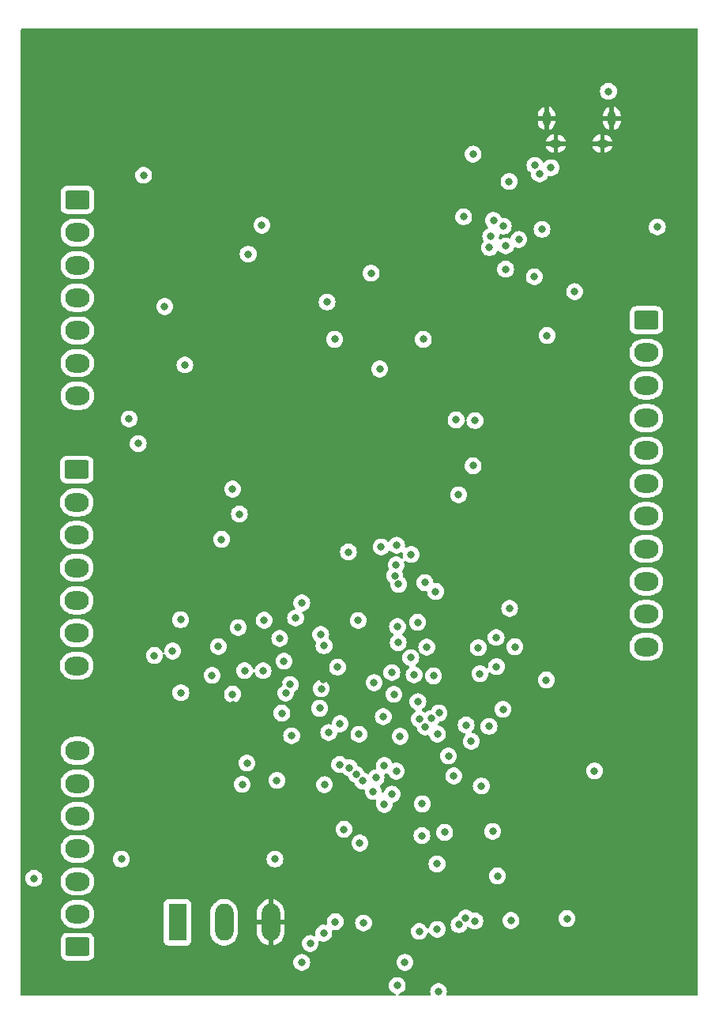
<source format=gbr>
%TF.GenerationSoftware,KiCad,Pcbnew,7.0.10*%
%TF.CreationDate,2024-02-23T13:31:41+03:00*%
%TF.ProjectId,Artorg_Board,4172746f-7267-45f4-926f-6172642e6b69,rev?*%
%TF.SameCoordinates,Original*%
%TF.FileFunction,Copper,L3,Inr*%
%TF.FilePolarity,Positive*%
%FSLAX46Y46*%
G04 Gerber Fmt 4.6, Leading zero omitted, Abs format (unit mm)*
G04 Created by KiCad (PCBNEW 7.0.10) date 2024-02-23 13:31:41*
%MOMM*%
%LPD*%
G01*
G04 APERTURE LIST*
G04 Aperture macros list*
%AMRoundRect*
0 Rectangle with rounded corners*
0 $1 Rounding radius*
0 $2 $3 $4 $5 $6 $7 $8 $9 X,Y pos of 4 corners*
0 Add a 4 corners polygon primitive as box body*
4,1,4,$2,$3,$4,$5,$6,$7,$8,$9,$2,$3,0*
0 Add four circle primitives for the rounded corners*
1,1,$1+$1,$2,$3*
1,1,$1+$1,$4,$5*
1,1,$1+$1,$6,$7*
1,1,$1+$1,$8,$9*
0 Add four rect primitives between the rounded corners*
20,1,$1+$1,$2,$3,$4,$5,0*
20,1,$1+$1,$4,$5,$6,$7,0*
20,1,$1+$1,$6,$7,$8,$9,0*
20,1,$1+$1,$8,$9,$2,$3,0*%
G04 Aperture macros list end*
%TA.AperFunction,ComponentPad*%
%ADD10R,1.980000X3.960000*%
%TD*%
%TA.AperFunction,ComponentPad*%
%ADD11O,1.980000X3.960000*%
%TD*%
%TA.AperFunction,ComponentPad*%
%ADD12RoundRect,0.250000X-1.050000X0.750000X-1.050000X-0.750000X1.050000X-0.750000X1.050000X0.750000X0*%
%TD*%
%TA.AperFunction,ComponentPad*%
%ADD13O,2.600000X2.000000*%
%TD*%
%TA.AperFunction,ComponentPad*%
%ADD14RoundRect,0.250000X1.050000X-0.750000X1.050000X0.750000X-1.050000X0.750000X-1.050000X-0.750000X0*%
%TD*%
%TA.AperFunction,ComponentPad*%
%ADD15O,0.890000X1.550000*%
%TD*%
%TA.AperFunction,ComponentPad*%
%ADD16O,1.250000X0.950000*%
%TD*%
%TA.AperFunction,ViaPad*%
%ADD17C,0.800000*%
%TD*%
G04 APERTURE END LIST*
D10*
%TO.N,Net-(J6-Pin_1)*%
%TO.C,J6*%
X156528400Y-129296000D03*
D11*
%TO.N,TACH0*%
X161528400Y-129296000D03*
%TO.N,GND*%
X166528400Y-129296000D03*
%TD*%
D12*
%TO.N,Net-(J5-Pin_1)*%
%TO.C,J5*%
X145745200Y-80803200D03*
D13*
%TO.N,Net-(J5-Pin_2)*%
X145745200Y-84303200D03*
%TO.N,Net-(J5-Pin_3)*%
X145745200Y-87803200D03*
%TO.N,Net-(J5-Pin_4)*%
X145745200Y-91303200D03*
%TO.N,Net-(J5-Pin_5)*%
X145745200Y-94803200D03*
%TO.N,VCC*%
X145745200Y-98303200D03*
%TO.N,SHD_CS1*%
X145745200Y-101803200D03*
%TD*%
D12*
%TO.N,Net-(J4-Pin_1)*%
%TO.C,J4*%
X145796000Y-51882400D03*
D13*
%TO.N,Net-(J4-Pin_2)*%
X145796000Y-55382400D03*
%TO.N,Net-(J4-Pin_3)*%
X145796000Y-58882400D03*
%TO.N,Net-(J4-Pin_4)*%
X145796000Y-62382400D03*
%TO.N,Net-(J4-Pin_5)*%
X145796000Y-65882400D03*
%TO.N,VCC*%
X145796000Y-69382400D03*
%TO.N,Net-(IC1-GPIO123{slash}SHD_CS0#[BSS_STRAP])*%
X145796000Y-72882400D03*
%TD*%
D14*
%TO.N,RST*%
%TO.C,J3*%
X145821400Y-131921800D03*
D13*
%TO.N,Net-(IC1-GPIO123{slash}SHD_CS0#[BSS_STRAP])*%
X145821400Y-128421800D03*
%TO.N,Net-(J3-Pin_3)*%
X145821400Y-124921800D03*
%TO.N,Net-(J3-Pin_4)*%
X145821400Y-121421800D03*
%TO.N,Net-(J3-Pin_5)*%
X145821400Y-117921800D03*
%TO.N,Net-(J3-Pin_6)*%
X145821400Y-114421800D03*
%TO.N,Net-(J3-Pin_7)*%
X145821400Y-110921800D03*
%TD*%
D12*
%TO.N,ADC_V0*%
%TO.C,J2*%
X206781400Y-64771200D03*
D13*
%TO.N,ADC_V1*%
X206781400Y-68271200D03*
%TO.N,ADC0_3*%
X206781400Y-71771200D03*
%TO.N,ADC_V3*%
X206781400Y-75271200D03*
%TO.N,ADC_V4*%
X206781400Y-78771200D03*
%TO.N,GP1O007*%
X206781400Y-82271200D03*
X206781400Y-85771200D03*
X206781400Y-89271200D03*
X206781400Y-92771200D03*
X206781400Y-96271200D03*
X206781400Y-99771200D03*
%TD*%
D15*
%TO.N,GND*%
%TO.C,J1*%
X203077200Y-43154600D03*
D16*
X202077200Y-45854600D03*
D15*
X196077200Y-43154600D03*
D16*
X197077200Y-45854600D03*
%TD*%
D17*
%TO.N,Net-(IC1-GPIO104{slash}LED2)*%
X187467400Y-108153200D03*
X191414400Y-106476800D03*
%TO.N,Net-(J6-Pin_1)*%
X182727600Y-120007209D03*
X176072800Y-120802400D03*
%TO.N,Net-(IC1-GPIO157{slash}LED0{slash}TST_CLK_OUT)*%
X169189400Y-96697800D03*
X169849800Y-95072200D03*
%TO.N,Net-(J6-Pin_1)*%
X174371000Y-119329200D03*
X166979600Y-122529600D03*
X185166000Y-119659400D03*
%TO.N,Net-(IC1-GPIO144{slash}KSI1{slash}DCD#)*%
X193114900Y-56134000D03*
%TO.N,Net-(IC1-GPIO143{slash}KSI0{slash}DTR#)*%
X191693800Y-59309000D03*
%TO.N,Net-(IC1-GPIO144{slash}KSI1{slash}DCD#)*%
X186664600Y-83489800D03*
X183046216Y-92901616D03*
%TO.N,GND*%
X179451000Y-54686200D03*
%TO.N,Net-(R17-Pad2)*%
X157327600Y-69570600D03*
X152323800Y-78003400D03*
%TO.N,Net-(R13-Pad2)*%
X161264600Y-88265000D03*
X156895800Y-104698800D03*
%TO.N,Net-(R14-Pad2)*%
X152908000Y-49250600D03*
X156006800Y-100228400D03*
%TO.N,Net-(R16-Pad2)*%
X155168600Y-63322200D03*
X163474400Y-114528600D03*
%TO.N,Net-(IC1-GPIO150{slash}KSI5{slash}RI#)*%
X189966600Y-56997600D03*
X192062800Y-49915800D03*
%TO.N,Net-(IC1-GPIO143{slash}KSI0{slash}DTR#)*%
X194767200Y-60121800D03*
X199085200Y-61722000D03*
X184188200Y-93853000D03*
%TO.N,Net-(IC1-GPIO123{slash}SHD_CS0#[BSS_STRAP])*%
X141147800Y-124587000D03*
X151358600Y-75361800D03*
%TO.N,RX*%
X179730400Y-104876600D03*
X187198000Y-53695600D03*
%TO.N,GP1O007*%
X172237400Y-99669600D03*
X177596800Y-103632000D03*
X181533800Y-100939600D03*
X183248400Y-99809200D03*
%TO.N,GND*%
X183667400Y-101498400D03*
%TO.N,Net-(IC1-GPIO144{slash}KSI1{slash}DCD#)*%
X195338390Y-49110590D03*
X202717400Y-40259000D03*
%TO.N,Net-(D5-K)*%
X196570600Y-48437800D03*
X207949800Y-54787800D03*
%TO.N,SHD_CS1*%
X154051000Y-100711000D03*
X163042600Y-97713800D03*
X167487600Y-98882200D03*
X172745400Y-108966000D03*
%TO.N,RST*%
X173964600Y-108026200D03*
X150520400Y-122529600D03*
%TO.N,5V_USB*%
X190093000Y-55801945D03*
X184342731Y-123048069D03*
%TO.N,GPIO003*%
X180187600Y-99339400D03*
X201218800Y-113080800D03*
%TO.N,GPIO004*%
X175895000Y-96951800D03*
X192684400Y-99771200D03*
%TO.N,GPIO036*%
X179501800Y-102539800D03*
X190677800Y-98780600D03*
%TO.N,GPIO131*%
X188758804Y-99869258D03*
X190703200Y-101904800D03*
%TO.N,GPIO165*%
X171768751Y-106364467D03*
X198272400Y-128905000D03*
%TO.N,Net-(IC1-GPIO123{slash}SHD_CS0#[BSS_STRAP])*%
X167721000Y-106883200D03*
X167187600Y-114096800D03*
%TO.N,VCC*%
X163982400Y-112242600D03*
%TO.N,Net-(IC1-GPIO126{slash}SHD_SCLK)*%
X160248600Y-102844600D03*
X168767600Y-109309200D03*
%TO.N,GPIO166*%
X182295800Y-105664000D03*
X190830200Y-124333000D03*
%TO.N,TACH0*%
X173916220Y-112392580D03*
X172289316Y-114555116D03*
%TO.N,Net-(IC1-VR_CAP)*%
X162427269Y-104859463D03*
X165709600Y-102336600D03*
%TO.N,GPIO20*%
X168603027Y-103828121D03*
X184505600Y-136712800D03*
%TO.N,GPIO21*%
X168134975Y-104711825D03*
X180086000Y-136067800D03*
%TO.N,GPIO105*%
X190306800Y-119557800D03*
X188010800Y-109905800D03*
%TO.N,GPIO106*%
X192278000Y-129108200D03*
X189091415Y-114692585D03*
%TO.N,GPIO110*%
X184554158Y-106868732D03*
X186131200Y-113614200D03*
%TO.N,GPIO111*%
X183749232Y-107462112D03*
X185572400Y-111480600D03*
%TO.N,GPIO112*%
X183083200Y-108356400D03*
X188391800Y-129159000D03*
%TO.N,GPIO113*%
X182459232Y-107512314D03*
X187416382Y-128843980D03*
%TO.N,GPIO114*%
X178587400Y-107264200D03*
X186705248Y-129555237D03*
%TO.N,GPIO167*%
X178694400Y-112496600D03*
X180898800Y-133604000D03*
%TO.N,GPIO026*%
X179527200Y-115570000D03*
X184370537Y-130051830D03*
%TO.N,GPIO061*%
X179984400Y-113106200D03*
X176474150Y-129372763D03*
%TO.N,SPI_2*%
X174976385Y-112745782D03*
X182448200Y-130276600D03*
%TO.N,PWM3*%
X177816800Y-113817400D03*
X173431601Y-129234798D03*
%TO.N,PWM2*%
X177520902Y-115290298D03*
X169849800Y-133604000D03*
%TO.N,PWM0*%
X175683494Y-113452890D03*
X170764200Y-131572000D03*
%TO.N,PWM1*%
X176390602Y-114159998D03*
X172212000Y-130454400D03*
%TO.N,TX*%
X181889400Y-102768400D03*
X191714900Y-56817568D03*
%TO.N,Net-(IC1-GPIO144{slash}KSI1{slash}DCD#)*%
X190402284Y-54095884D03*
%TO.N,Net-(IC1-GPIO151{slash}KSI6{slash}RTS#)*%
X191439800Y-54711600D03*
X180111400Y-97612200D03*
%TO.N,Net-(IC1-GPIO152{slash}KSI7{slash}CTS#)*%
X195598400Y-55045296D03*
X180221800Y-93075352D03*
%TO.N,ADC4*%
X188214000Y-80377800D03*
X179821800Y-92151200D03*
%TO.N,ADC3*%
X188417200Y-75539600D03*
X179959000Y-91008200D03*
%TO.N,ADC2*%
X186385200Y-75463400D03*
X180009800Y-88900000D03*
%TO.N,ADC1*%
X196138800Y-66421000D03*
X178358800Y-89077800D03*
%TO.N,ADC0*%
X182880000Y-66827400D03*
X178206400Y-70002400D03*
%TO.N,PVT_0*%
X162433000Y-82880200D03*
X167944800Y-101320600D03*
%TO.N,PVT_1*%
X163169600Y-85547200D03*
X165811200Y-96926400D03*
%TO.N,VCC*%
X171944930Y-104258018D03*
%TO.N,GND*%
X167716200Y-67868800D03*
%TO.N,VCC*%
X173380400Y-66827400D03*
X188950600Y-102666800D03*
X196062600Y-103327200D03*
X192125600Y-95656400D03*
X183972200Y-102895400D03*
X171881800Y-98450400D03*
%TO.N,GND*%
X172135800Y-103276400D03*
%TO.N,VCC*%
X181584600Y-89890600D03*
%TO.N,GND*%
X183642000Y-97129600D03*
%TO.N,VCC*%
X182270400Y-97155000D03*
%TO.N,GND*%
X183286400Y-89230200D03*
%TO.N,VCC*%
X174853600Y-89611200D03*
%TO.N,GND*%
X178714400Y-97028000D03*
X177469800Y-97104200D03*
X173456600Y-96875600D03*
%TO.N,VCC*%
X173685200Y-101955600D03*
X156870400Y-96875600D03*
X163728400Y-102336600D03*
X160909000Y-99745800D03*
X184404000Y-109118400D03*
X189915800Y-108305600D03*
X175971200Y-109143800D03*
X180390800Y-109372400D03*
X182759300Y-116611400D03*
X178689000Y-116662200D03*
X194843400Y-48183800D03*
%TO.N,GND*%
X193610469Y-48858610D03*
%TO.N,VCC*%
X188214000Y-46990000D03*
X177292000Y-59740800D03*
X172567600Y-62839600D03*
X165582600Y-54610000D03*
X164109400Y-57708800D03*
%TO.N,GND*%
X200456800Y-51866800D03*
X154446125Y-73749585D03*
X155778200Y-72288400D03*
X168173400Y-89585800D03*
X173329600Y-90043000D03*
X191795400Y-103886000D03*
X183286400Y-68376800D03*
X183743600Y-72847200D03*
X183997600Y-75539600D03*
X184200800Y-80645000D03*
X184188200Y-84988400D03*
X173913800Y-42672000D03*
X177546000Y-43434000D03*
X197129400Y-49707800D03*
X177520600Y-62890400D03*
X175945800Y-58039000D03*
X195529200Y-81788000D03*
X200126600Y-93243400D03*
X192024000Y-89509600D03*
X196773800Y-101066600D03*
X205333600Y-107137200D03*
X191617600Y-111633000D03*
X190779400Y-116382800D03*
X183946800Y-115062000D03*
X172745400Y-119862600D03*
X184556400Y-121437400D03*
X180187600Y-121310400D03*
X158394400Y-96697800D03*
X162483800Y-105968800D03*
X167386000Y-103759000D03*
X165912800Y-80721200D03*
X172008800Y-73558400D03*
%TD*%
%TA.AperFunction,Conductor*%
%TO.N,GND*%
G36*
X212261139Y-33522785D02*
G01*
X212306894Y-33575589D01*
X212318100Y-33627100D01*
X212318100Y-137061400D01*
X212298415Y-137128439D01*
X212245611Y-137174194D01*
X212194100Y-137185400D01*
X185469556Y-137185400D01*
X185402517Y-137165715D01*
X185356762Y-137112911D01*
X185346818Y-137043753D01*
X185351625Y-137023082D01*
X185365559Y-136980197D01*
X185391274Y-136901056D01*
X185411060Y-136712800D01*
X185391274Y-136524544D01*
X185332779Y-136344516D01*
X185238133Y-136180584D01*
X185111471Y-136039912D01*
X185111470Y-136039911D01*
X184958334Y-135928651D01*
X184958329Y-135928648D01*
X184785407Y-135851657D01*
X184785402Y-135851655D01*
X184639601Y-135820665D01*
X184600246Y-135812300D01*
X184410954Y-135812300D01*
X184378497Y-135819198D01*
X184225797Y-135851655D01*
X184225792Y-135851657D01*
X184052870Y-135928648D01*
X184052865Y-135928651D01*
X183899729Y-136039911D01*
X183773066Y-136180585D01*
X183678421Y-136344515D01*
X183678418Y-136344522D01*
X183619927Y-136524540D01*
X183619926Y-136524544D01*
X183600140Y-136712800D01*
X183619926Y-136901056D01*
X183632615Y-136940110D01*
X183659575Y-137023082D01*
X183661570Y-137092923D01*
X183625490Y-137152756D01*
X183562789Y-137183584D01*
X183541644Y-137185400D01*
X180339052Y-137185400D01*
X180272013Y-137165715D01*
X180226258Y-137112911D01*
X180216314Y-137043753D01*
X180245339Y-136980197D01*
X180304117Y-136942423D01*
X180313271Y-136940110D01*
X180326813Y-136937231D01*
X180365803Y-136928944D01*
X180538730Y-136851951D01*
X180691871Y-136740688D01*
X180818533Y-136600016D01*
X180913179Y-136436084D01*
X180971674Y-136256056D01*
X180991460Y-136067800D01*
X180971674Y-135879544D01*
X180913179Y-135699516D01*
X180818533Y-135535584D01*
X180691871Y-135394912D01*
X180691870Y-135394911D01*
X180538734Y-135283651D01*
X180538729Y-135283648D01*
X180365807Y-135206657D01*
X180365802Y-135206655D01*
X180220001Y-135175665D01*
X180180646Y-135167300D01*
X179991354Y-135167300D01*
X179958897Y-135174198D01*
X179806197Y-135206655D01*
X179806192Y-135206657D01*
X179633270Y-135283648D01*
X179633265Y-135283651D01*
X179480129Y-135394911D01*
X179353466Y-135535585D01*
X179258821Y-135699515D01*
X179258818Y-135699522D01*
X179209387Y-135851656D01*
X179200326Y-135879544D01*
X179180540Y-136067800D01*
X179200326Y-136256056D01*
X179200327Y-136256059D01*
X179258818Y-136436077D01*
X179258821Y-136436084D01*
X179353467Y-136600016D01*
X179480129Y-136740688D01*
X179633265Y-136851948D01*
X179633270Y-136851951D01*
X179806192Y-136928942D01*
X179806197Y-136928944D01*
X179858729Y-136940110D01*
X179920211Y-136973302D01*
X179953987Y-137034465D01*
X179949335Y-137104180D01*
X179907730Y-137160312D01*
X179842383Y-137185041D01*
X179832948Y-137185400D01*
X139874800Y-137185400D01*
X139807761Y-137165715D01*
X139762006Y-137112911D01*
X139750800Y-137061400D01*
X139750800Y-133604000D01*
X168944340Y-133604000D01*
X168964126Y-133792256D01*
X168964127Y-133792259D01*
X169022618Y-133972277D01*
X169022621Y-133972284D01*
X169117267Y-134136216D01*
X169243929Y-134276888D01*
X169397065Y-134388148D01*
X169397070Y-134388151D01*
X169569992Y-134465142D01*
X169569997Y-134465144D01*
X169755154Y-134504500D01*
X169755155Y-134504500D01*
X169944444Y-134504500D01*
X169944446Y-134504500D01*
X170129603Y-134465144D01*
X170302530Y-134388151D01*
X170455671Y-134276888D01*
X170582333Y-134136216D01*
X170676979Y-133972284D01*
X170735474Y-133792256D01*
X170755260Y-133604000D01*
X179993340Y-133604000D01*
X180013126Y-133792256D01*
X180013127Y-133792259D01*
X180071618Y-133972277D01*
X180071621Y-133972284D01*
X180166267Y-134136216D01*
X180292929Y-134276888D01*
X180446065Y-134388148D01*
X180446070Y-134388151D01*
X180618992Y-134465142D01*
X180618997Y-134465144D01*
X180804154Y-134504500D01*
X180804155Y-134504500D01*
X180993444Y-134504500D01*
X180993446Y-134504500D01*
X181178603Y-134465144D01*
X181351530Y-134388151D01*
X181504671Y-134276888D01*
X181631333Y-134136216D01*
X181725979Y-133972284D01*
X181784474Y-133792256D01*
X181804260Y-133604000D01*
X181784474Y-133415744D01*
X181725979Y-133235716D01*
X181631333Y-133071784D01*
X181504671Y-132931112D01*
X181504670Y-132931111D01*
X181351534Y-132819851D01*
X181351529Y-132819848D01*
X181178607Y-132742857D01*
X181178602Y-132742855D01*
X181032801Y-132711865D01*
X180993446Y-132703500D01*
X180804154Y-132703500D01*
X180771697Y-132710398D01*
X180618997Y-132742855D01*
X180618992Y-132742857D01*
X180446070Y-132819848D01*
X180446065Y-132819851D01*
X180292929Y-132931111D01*
X180166266Y-133071785D01*
X180071621Y-133235715D01*
X180071618Y-133235722D01*
X180013127Y-133415740D01*
X180013126Y-133415744D01*
X179993340Y-133604000D01*
X170755260Y-133604000D01*
X170735474Y-133415744D01*
X170676979Y-133235716D01*
X170582333Y-133071784D01*
X170455671Y-132931112D01*
X170455670Y-132931111D01*
X170302534Y-132819851D01*
X170302529Y-132819848D01*
X170129607Y-132742857D01*
X170129602Y-132742855D01*
X169983801Y-132711865D01*
X169944446Y-132703500D01*
X169755154Y-132703500D01*
X169722697Y-132710398D01*
X169569997Y-132742855D01*
X169569992Y-132742857D01*
X169397070Y-132819848D01*
X169397065Y-132819851D01*
X169243929Y-132931111D01*
X169117266Y-133071785D01*
X169022621Y-133235715D01*
X169022618Y-133235722D01*
X168964127Y-133415740D01*
X168964126Y-133415744D01*
X168944340Y-133604000D01*
X139750800Y-133604000D01*
X139750800Y-132721801D01*
X144020900Y-132721801D01*
X144020901Y-132721818D01*
X144031400Y-132824596D01*
X144031401Y-132824599D01*
X144086585Y-132991131D01*
X144086586Y-132991134D01*
X144178688Y-133140456D01*
X144302744Y-133264512D01*
X144452066Y-133356614D01*
X144618603Y-133411799D01*
X144721391Y-133422300D01*
X146921408Y-133422299D01*
X147024197Y-133411799D01*
X147190734Y-133356614D01*
X147340056Y-133264512D01*
X147464112Y-133140456D01*
X147556214Y-132991134D01*
X147611399Y-132824597D01*
X147621900Y-132721809D01*
X147621899Y-131323870D01*
X155037900Y-131323870D01*
X155037901Y-131323876D01*
X155044308Y-131383483D01*
X155094602Y-131518328D01*
X155094606Y-131518335D01*
X155180852Y-131633544D01*
X155180855Y-131633547D01*
X155296064Y-131719793D01*
X155296071Y-131719797D01*
X155430917Y-131770091D01*
X155430916Y-131770091D01*
X155437844Y-131770835D01*
X155490527Y-131776500D01*
X157566272Y-131776499D01*
X157625883Y-131770091D01*
X157760731Y-131719796D01*
X157875946Y-131633546D01*
X157962196Y-131518331D01*
X158012491Y-131383483D01*
X158018900Y-131323873D01*
X158018900Y-130347656D01*
X160037900Y-130347656D01*
X160053189Y-130532165D01*
X160113828Y-130771623D01*
X160212946Y-130997591D01*
X160213052Y-130997831D01*
X160240462Y-131039785D01*
X160347567Y-131203722D01*
X160348155Y-131204621D01*
X160515452Y-131386355D01*
X160515455Y-131386357D01*
X160515458Y-131386360D01*
X160710371Y-131538067D01*
X160710377Y-131538071D01*
X160710380Y-131538073D01*
X160773072Y-131572000D01*
X160926776Y-131655181D01*
X160927621Y-131655638D01*
X161048936Y-131697285D01*
X161161246Y-131735842D01*
X161161248Y-131735842D01*
X161161250Y-131735843D01*
X161404894Y-131776500D01*
X161404895Y-131776500D01*
X161651905Y-131776500D01*
X161651906Y-131776500D01*
X161895550Y-131735843D01*
X162129179Y-131655638D01*
X162346420Y-131538073D01*
X162346968Y-131537647D01*
X162411876Y-131487126D01*
X162541348Y-131386355D01*
X162708645Y-131204621D01*
X162843748Y-130997831D01*
X162942972Y-130771623D01*
X163003610Y-130532169D01*
X163018900Y-130347645D01*
X163018900Y-130347624D01*
X165038400Y-130347624D01*
X165053684Y-130532090D01*
X165114301Y-130771460D01*
X165213492Y-130997591D01*
X165348548Y-131204311D01*
X165515794Y-131385988D01*
X165515798Y-131385991D01*
X165710645Y-131537647D01*
X165710651Y-131537651D01*
X165927821Y-131655178D01*
X165927829Y-131655181D01*
X166161370Y-131735356D01*
X166278399Y-131754885D01*
X166278400Y-131754884D01*
X166278400Y-129907057D01*
X166369292Y-129941528D01*
X166488481Y-129956000D01*
X166568319Y-129956000D01*
X166687508Y-129941528D01*
X166778400Y-129907057D01*
X166778400Y-131754885D01*
X166895429Y-131735356D01*
X167128970Y-131655181D01*
X167128978Y-131655178D01*
X167282677Y-131572000D01*
X169858740Y-131572000D01*
X169878526Y-131760256D01*
X169878527Y-131760259D01*
X169937018Y-131940277D01*
X169937021Y-131940284D01*
X170031667Y-132104216D01*
X170158329Y-132244888D01*
X170311465Y-132356148D01*
X170311470Y-132356151D01*
X170484392Y-132433142D01*
X170484397Y-132433144D01*
X170669554Y-132472500D01*
X170669555Y-132472500D01*
X170858844Y-132472500D01*
X170858846Y-132472500D01*
X171044003Y-132433144D01*
X171216930Y-132356151D01*
X171370071Y-132244888D01*
X171496733Y-132104216D01*
X171591379Y-131940284D01*
X171649874Y-131760256D01*
X171669660Y-131572000D01*
X171650943Y-131393920D01*
X171663512Y-131325193D01*
X171711245Y-131274169D01*
X171778985Y-131257051D01*
X171824695Y-131267680D01*
X171932197Y-131315544D01*
X172117354Y-131354900D01*
X172117355Y-131354900D01*
X172306644Y-131354900D01*
X172306646Y-131354900D01*
X172491803Y-131315544D01*
X172664730Y-131238551D01*
X172817871Y-131127288D01*
X172944533Y-130986616D01*
X173039179Y-130822684D01*
X173097674Y-130642656D01*
X173117460Y-130454400D01*
X173098773Y-130276600D01*
X181542740Y-130276600D01*
X181562526Y-130464856D01*
X181562527Y-130464859D01*
X181621018Y-130644877D01*
X181621021Y-130644884D01*
X181715667Y-130808816D01*
X181796970Y-130899112D01*
X181842329Y-130949488D01*
X181995465Y-131060748D01*
X181995470Y-131060751D01*
X182168392Y-131137742D01*
X182168397Y-131137744D01*
X182353554Y-131177100D01*
X182353555Y-131177100D01*
X182542844Y-131177100D01*
X182542846Y-131177100D01*
X182728003Y-131137744D01*
X182900930Y-131060751D01*
X183054071Y-130949488D01*
X183180733Y-130808816D01*
X183275379Y-130644884D01*
X183332551Y-130468925D01*
X183371987Y-130411253D01*
X183436346Y-130384054D01*
X183505192Y-130395968D01*
X183556668Y-130443212D01*
X183557865Y-130445241D01*
X183638004Y-130584046D01*
X183764666Y-130724718D01*
X183917802Y-130835978D01*
X183917807Y-130835981D01*
X184090729Y-130912972D01*
X184090734Y-130912974D01*
X184275891Y-130952330D01*
X184275892Y-130952330D01*
X184465181Y-130952330D01*
X184465183Y-130952330D01*
X184650340Y-130912974D01*
X184823267Y-130835981D01*
X184976408Y-130724718D01*
X185103070Y-130584046D01*
X185197716Y-130420114D01*
X185256211Y-130240086D01*
X185275997Y-130051830D01*
X185256211Y-129863574D01*
X185200208Y-129691216D01*
X185197718Y-129683552D01*
X185197717Y-129683551D01*
X185197716Y-129683546D01*
X185123637Y-129555237D01*
X185799788Y-129555237D01*
X185819574Y-129743493D01*
X185819575Y-129743496D01*
X185878066Y-129923514D01*
X185878069Y-129923521D01*
X185972715Y-130087453D01*
X186067702Y-130192946D01*
X186099377Y-130228125D01*
X186252513Y-130339385D01*
X186252518Y-130339388D01*
X186425440Y-130416379D01*
X186425445Y-130416381D01*
X186610602Y-130455737D01*
X186610603Y-130455737D01*
X186799892Y-130455737D01*
X186799894Y-130455737D01*
X186985051Y-130416381D01*
X187157978Y-130339388D01*
X187311119Y-130228125D01*
X187437781Y-130087453D01*
X187532427Y-129923521D01*
X187532428Y-129923515D01*
X187532430Y-129923513D01*
X187553228Y-129859501D01*
X187555158Y-129853562D01*
X187594593Y-129795888D01*
X187658952Y-129768689D01*
X187727798Y-129780603D01*
X187765237Y-129808908D01*
X187785928Y-129831887D01*
X187785935Y-129831893D01*
X187939065Y-129943148D01*
X187939070Y-129943151D01*
X188111992Y-130020142D01*
X188111997Y-130020144D01*
X188297154Y-130059500D01*
X188297155Y-130059500D01*
X188486444Y-130059500D01*
X188486446Y-130059500D01*
X188671603Y-130020144D01*
X188844530Y-129943151D01*
X188997671Y-129831888D01*
X189124333Y-129691216D01*
X189218979Y-129527284D01*
X189277474Y-129347256D01*
X189297260Y-129159000D01*
X189291921Y-129108200D01*
X191372540Y-129108200D01*
X191392326Y-129296456D01*
X191392327Y-129296459D01*
X191450818Y-129476477D01*
X191450821Y-129476484D01*
X191545467Y-129640416D01*
X191639084Y-129744388D01*
X191672129Y-129781088D01*
X191825265Y-129892348D01*
X191825270Y-129892351D01*
X191998192Y-129969342D01*
X191998197Y-129969344D01*
X192183354Y-130008700D01*
X192183355Y-130008700D01*
X192372644Y-130008700D01*
X192372646Y-130008700D01*
X192557803Y-129969344D01*
X192730730Y-129892351D01*
X192883871Y-129781088D01*
X193010533Y-129640416D01*
X193105179Y-129476484D01*
X193163674Y-129296456D01*
X193183460Y-129108200D01*
X193163674Y-128919944D01*
X193158818Y-128905000D01*
X197366940Y-128905000D01*
X197386726Y-129093256D01*
X197386727Y-129093259D01*
X197445218Y-129273277D01*
X197445221Y-129273284D01*
X197539867Y-129437216D01*
X197637817Y-129546000D01*
X197666529Y-129577888D01*
X197819665Y-129689148D01*
X197819670Y-129689151D01*
X197992592Y-129766142D01*
X197992597Y-129766144D01*
X198177754Y-129805500D01*
X198177755Y-129805500D01*
X198367044Y-129805500D01*
X198367046Y-129805500D01*
X198552203Y-129766144D01*
X198725130Y-129689151D01*
X198878271Y-129577888D01*
X199004933Y-129437216D01*
X199099579Y-129273284D01*
X199158074Y-129093256D01*
X199177860Y-128905000D01*
X199158074Y-128716744D01*
X199099579Y-128536716D01*
X199004933Y-128372784D01*
X198878271Y-128232112D01*
X198844671Y-128207700D01*
X198725134Y-128120851D01*
X198725129Y-128120848D01*
X198552207Y-128043857D01*
X198552202Y-128043855D01*
X198406401Y-128012865D01*
X198367046Y-128004500D01*
X198177754Y-128004500D01*
X198145297Y-128011398D01*
X197992597Y-128043855D01*
X197992592Y-128043857D01*
X197819670Y-128120848D01*
X197819665Y-128120851D01*
X197666529Y-128232111D01*
X197539866Y-128372785D01*
X197445221Y-128536715D01*
X197445218Y-128536722D01*
X197391327Y-128702583D01*
X197386726Y-128716744D01*
X197366940Y-128905000D01*
X193158818Y-128905000D01*
X193105179Y-128739916D01*
X193010533Y-128575984D01*
X192883871Y-128435312D01*
X192883870Y-128435311D01*
X192730734Y-128324051D01*
X192730729Y-128324048D01*
X192557807Y-128247057D01*
X192557802Y-128247055D01*
X192412001Y-128216065D01*
X192372646Y-128207700D01*
X192183354Y-128207700D01*
X192150897Y-128214598D01*
X191998197Y-128247055D01*
X191998192Y-128247057D01*
X191825270Y-128324048D01*
X191825265Y-128324051D01*
X191672129Y-128435311D01*
X191545466Y-128575985D01*
X191450821Y-128739915D01*
X191450818Y-128739922D01*
X191392852Y-128918324D01*
X191392326Y-128919944D01*
X191372540Y-129108200D01*
X189291921Y-129108200D01*
X189277474Y-128970744D01*
X189218979Y-128790716D01*
X189124333Y-128626784D01*
X188997671Y-128486112D01*
X188983335Y-128475696D01*
X188844534Y-128374851D01*
X188844529Y-128374848D01*
X188671607Y-128297857D01*
X188671602Y-128297855D01*
X188525801Y-128266865D01*
X188486446Y-128258500D01*
X188297154Y-128258500D01*
X188297149Y-128258500D01*
X188202498Y-128278618D01*
X188132831Y-128273302D01*
X188084569Y-128240300D01*
X188022253Y-128171092D01*
X188022252Y-128171091D01*
X188022246Y-128171086D01*
X187869116Y-128059831D01*
X187869111Y-128059828D01*
X187696189Y-127982837D01*
X187696184Y-127982835D01*
X187550383Y-127951845D01*
X187511028Y-127943480D01*
X187321736Y-127943480D01*
X187289279Y-127950378D01*
X187136579Y-127982835D01*
X187136574Y-127982837D01*
X186963652Y-128059828D01*
X186963647Y-128059831D01*
X186810511Y-128171091D01*
X186683848Y-128311765D01*
X186589203Y-128475695D01*
X186589201Y-128475699D01*
X186547248Y-128604818D01*
X186507810Y-128662493D01*
X186455101Y-128687789D01*
X186434341Y-128692201D01*
X186425445Y-128694093D01*
X186425444Y-128694093D01*
X186425441Y-128694094D01*
X186425440Y-128694094D01*
X186252518Y-128771085D01*
X186252513Y-128771088D01*
X186099377Y-128882348D01*
X185972714Y-129023022D01*
X185878069Y-129186952D01*
X185878066Y-129186959D01*
X185842489Y-129296456D01*
X185819574Y-129366981D01*
X185799788Y-129555237D01*
X185123637Y-129555237D01*
X185103070Y-129519614D01*
X184976408Y-129378942D01*
X184972549Y-129376138D01*
X184823271Y-129267681D01*
X184823266Y-129267678D01*
X184650344Y-129190687D01*
X184650339Y-129190685D01*
X184501268Y-129159000D01*
X184465183Y-129151330D01*
X184275891Y-129151330D01*
X184243434Y-129158228D01*
X184090734Y-129190685D01*
X184090729Y-129190687D01*
X183917807Y-129267678D01*
X183917802Y-129267681D01*
X183764666Y-129378941D01*
X183638003Y-129519615D01*
X183543358Y-129683545D01*
X183543355Y-129683552D01*
X183486186Y-129859501D01*
X183446748Y-129917177D01*
X183382390Y-129944375D01*
X183313543Y-129932460D01*
X183262068Y-129885216D01*
X183260868Y-129883182D01*
X183180736Y-129744388D01*
X183180734Y-129744385D01*
X183102363Y-129657346D01*
X183054071Y-129603712D01*
X183053204Y-129603082D01*
X182900934Y-129492451D01*
X182900929Y-129492448D01*
X182728007Y-129415457D01*
X182728002Y-129415455D01*
X182582201Y-129384465D01*
X182542846Y-129376100D01*
X182353554Y-129376100D01*
X182321097Y-129382998D01*
X182168397Y-129415455D01*
X182168392Y-129415457D01*
X181995470Y-129492448D01*
X181995465Y-129492451D01*
X181842329Y-129603711D01*
X181715666Y-129744385D01*
X181621021Y-129908315D01*
X181621018Y-129908322D01*
X181562527Y-130088340D01*
X181562526Y-130088344D01*
X181542740Y-130276600D01*
X173098773Y-130276600D01*
X173097674Y-130266144D01*
X173097672Y-130266138D01*
X173096923Y-130262614D01*
X173097082Y-130260522D01*
X173096994Y-130259681D01*
X173097147Y-130259664D01*
X173102236Y-130192946D01*
X173144371Y-130137211D01*
X173209950Y-130113104D01*
X173243989Y-130115537D01*
X173336955Y-130135298D01*
X173336956Y-130135298D01*
X173526245Y-130135298D01*
X173526247Y-130135298D01*
X173711404Y-130095942D01*
X173884331Y-130018949D01*
X174037472Y-129907686D01*
X174164134Y-129767014D01*
X174258780Y-129603082D01*
X174317275Y-129423054D01*
X174322561Y-129372763D01*
X175568690Y-129372763D01*
X175588476Y-129561019D01*
X175588477Y-129561022D01*
X175646968Y-129741040D01*
X175646971Y-129741047D01*
X175741617Y-129904979D01*
X175787557Y-129956000D01*
X175868279Y-130045651D01*
X176021415Y-130156911D01*
X176021420Y-130156914D01*
X176194342Y-130233905D01*
X176194347Y-130233907D01*
X176379504Y-130273263D01*
X176379505Y-130273263D01*
X176568794Y-130273263D01*
X176568796Y-130273263D01*
X176753953Y-130233907D01*
X176926880Y-130156914D01*
X177080021Y-130045651D01*
X177206683Y-129904979D01*
X177301329Y-129741047D01*
X177359824Y-129561019D01*
X177379610Y-129372763D01*
X177359824Y-129184507D01*
X177301329Y-129004479D01*
X177206683Y-128840547D01*
X177080021Y-128699875D01*
X177080020Y-128699874D01*
X176926884Y-128588614D01*
X176926879Y-128588611D01*
X176753957Y-128511620D01*
X176753952Y-128511618D01*
X176584942Y-128475695D01*
X176568796Y-128472263D01*
X176379504Y-128472263D01*
X176363358Y-128475695D01*
X176194347Y-128511618D01*
X176194342Y-128511620D01*
X176021420Y-128588611D01*
X176021415Y-128588614D01*
X175868279Y-128699874D01*
X175741616Y-128840548D01*
X175646971Y-129004478D01*
X175646968Y-129004485D01*
X175588477Y-129184503D01*
X175588476Y-129184507D01*
X175568690Y-129372763D01*
X174322561Y-129372763D01*
X174337061Y-129234798D01*
X174317275Y-129046542D01*
X174258780Y-128866514D01*
X174164134Y-128702582D01*
X174037472Y-128561910D01*
X174037471Y-128561909D01*
X173884335Y-128450649D01*
X173884330Y-128450646D01*
X173711408Y-128373655D01*
X173711403Y-128373653D01*
X173565602Y-128342663D01*
X173526247Y-128334298D01*
X173336955Y-128334298D01*
X173304498Y-128341196D01*
X173151798Y-128373653D01*
X173151793Y-128373655D01*
X172978871Y-128450646D01*
X172978866Y-128450649D01*
X172825730Y-128561909D01*
X172699067Y-128702583D01*
X172604422Y-128866513D01*
X172604419Y-128866520D01*
X172559594Y-129004479D01*
X172545927Y-129046542D01*
X172526141Y-129234798D01*
X172545128Y-129415456D01*
X172545928Y-129423061D01*
X172546679Y-129426593D01*
X172546519Y-129428683D01*
X172546607Y-129429517D01*
X172546454Y-129429533D01*
X172541360Y-129496260D01*
X172499221Y-129551992D01*
X172433640Y-129576094D01*
X172399608Y-129573659D01*
X172306647Y-129553900D01*
X172306646Y-129553900D01*
X172117354Y-129553900D01*
X172084897Y-129560798D01*
X171932197Y-129593255D01*
X171932192Y-129593257D01*
X171759270Y-129670248D01*
X171759265Y-129670251D01*
X171606129Y-129781511D01*
X171479466Y-129922185D01*
X171384821Y-130086115D01*
X171384818Y-130086122D01*
X171327473Y-130262614D01*
X171326326Y-130266144D01*
X171312681Y-130395968D01*
X171306540Y-130454400D01*
X171325256Y-130632477D01*
X171312686Y-130701207D01*
X171264954Y-130752230D01*
X171197214Y-130769348D01*
X171151499Y-130758717D01*
X171044006Y-130710857D01*
X171044002Y-130710855D01*
X170898201Y-130679865D01*
X170858846Y-130671500D01*
X170669554Y-130671500D01*
X170637097Y-130678398D01*
X170484397Y-130710855D01*
X170484392Y-130710857D01*
X170311470Y-130787848D01*
X170311465Y-130787851D01*
X170158329Y-130899111D01*
X170031666Y-131039785D01*
X169937021Y-131203715D01*
X169937018Y-131203722D01*
X169897979Y-131323873D01*
X169878526Y-131383744D01*
X169858740Y-131572000D01*
X167282677Y-131572000D01*
X167346148Y-131537651D01*
X167346154Y-131537647D01*
X167541001Y-131385991D01*
X167541005Y-131385988D01*
X167708251Y-131204311D01*
X167843307Y-130997591D01*
X167942498Y-130771460D01*
X168003115Y-130532090D01*
X168018400Y-130347624D01*
X168018400Y-129546000D01*
X167142568Y-129546000D01*
X167150043Y-129531758D01*
X167188400Y-129376138D01*
X167188400Y-129215862D01*
X167150043Y-129060242D01*
X167142568Y-129046000D01*
X168018400Y-129046000D01*
X168018400Y-128244375D01*
X168003115Y-128059909D01*
X167942498Y-127820539D01*
X167843307Y-127594408D01*
X167708251Y-127387688D01*
X167541005Y-127206011D01*
X167541001Y-127206008D01*
X167346154Y-127054352D01*
X167346148Y-127054348D01*
X167128978Y-126936821D01*
X167128970Y-126936818D01*
X166895429Y-126856643D01*
X166778400Y-126837114D01*
X166778400Y-128684942D01*
X166687508Y-128650472D01*
X166568319Y-128636000D01*
X166488481Y-128636000D01*
X166369292Y-128650472D01*
X166278400Y-128684942D01*
X166278400Y-126837114D01*
X166278399Y-126837114D01*
X166161370Y-126856643D01*
X165927829Y-126936818D01*
X165927821Y-126936821D01*
X165710651Y-127054348D01*
X165710645Y-127054352D01*
X165515798Y-127206008D01*
X165515794Y-127206011D01*
X165348548Y-127387688D01*
X165213492Y-127594408D01*
X165114301Y-127820539D01*
X165053684Y-128059909D01*
X165038400Y-128244375D01*
X165038400Y-129046000D01*
X165914232Y-129046000D01*
X165906757Y-129060242D01*
X165868400Y-129215862D01*
X165868400Y-129376138D01*
X165906757Y-129531758D01*
X165914232Y-129546000D01*
X165038400Y-129546000D01*
X165038400Y-130347624D01*
X163018900Y-130347624D01*
X163018900Y-128244355D01*
X163003610Y-128059831D01*
X162942972Y-127820377D01*
X162843748Y-127594169D01*
X162708645Y-127387379D01*
X162541348Y-127205645D01*
X162541343Y-127205641D01*
X162541341Y-127205639D01*
X162346428Y-127053932D01*
X162346422Y-127053928D01*
X162129180Y-126936362D01*
X162129171Y-126936359D01*
X161895553Y-126856157D01*
X161690307Y-126821908D01*
X161651906Y-126815500D01*
X161404894Y-126815500D01*
X161366493Y-126821908D01*
X161161246Y-126856157D01*
X160927628Y-126936359D01*
X160927619Y-126936362D01*
X160710377Y-127053928D01*
X160710371Y-127053932D01*
X160515458Y-127205639D01*
X160515455Y-127205642D01*
X160515452Y-127205644D01*
X160515452Y-127205645D01*
X160489685Y-127233636D01*
X160348152Y-127387382D01*
X160213050Y-127594172D01*
X160113828Y-127820376D01*
X160053189Y-128059834D01*
X160037900Y-128244343D01*
X160037900Y-130347656D01*
X158018900Y-130347656D01*
X158018899Y-127268128D01*
X158012491Y-127208517D01*
X158011556Y-127206011D01*
X157962197Y-127073671D01*
X157962193Y-127073664D01*
X157875947Y-126958455D01*
X157875944Y-126958452D01*
X157760735Y-126872206D01*
X157760728Y-126872202D01*
X157625882Y-126821908D01*
X157625883Y-126821908D01*
X157566283Y-126815501D01*
X157566281Y-126815500D01*
X157566273Y-126815500D01*
X157566264Y-126815500D01*
X155490529Y-126815500D01*
X155490523Y-126815501D01*
X155430916Y-126821908D01*
X155296071Y-126872202D01*
X155296064Y-126872206D01*
X155180855Y-126958452D01*
X155180852Y-126958455D01*
X155094606Y-127073664D01*
X155094602Y-127073671D01*
X155044308Y-127208517D01*
X155041608Y-127233636D01*
X155037901Y-127268123D01*
X155037900Y-127268135D01*
X155037900Y-131323870D01*
X147621899Y-131323870D01*
X147621899Y-131121792D01*
X147611399Y-131019003D01*
X147556214Y-130852466D01*
X147464112Y-130703144D01*
X147340056Y-130579088D01*
X147190734Y-130486986D01*
X147024197Y-130431801D01*
X147024195Y-130431800D01*
X146921410Y-130421300D01*
X144721398Y-130421300D01*
X144721381Y-130421301D01*
X144618603Y-130431800D01*
X144618600Y-130431801D01*
X144452068Y-130486985D01*
X144452063Y-130486987D01*
X144302742Y-130579089D01*
X144178689Y-130703142D01*
X144086587Y-130852463D01*
X144086586Y-130852466D01*
X144031401Y-131019003D01*
X144031401Y-131019004D01*
X144031400Y-131019004D01*
X144020900Y-131121783D01*
X144020900Y-132721801D01*
X139750800Y-132721801D01*
X139750800Y-128546134D01*
X144020900Y-128546134D01*
X144061829Y-128791416D01*
X144142569Y-129026602D01*
X144142572Y-129026611D01*
X144260924Y-129245306D01*
X144260926Y-129245309D01*
X144413662Y-129441544D01*
X144498469Y-129519614D01*
X144596617Y-129609966D01*
X144804793Y-129745973D01*
X145032518Y-129845863D01*
X145216083Y-129892348D01*
X145273579Y-129906908D01*
X145273581Y-129906908D01*
X145273586Y-129906909D01*
X145426989Y-129919619D01*
X145459333Y-129922300D01*
X145459337Y-129922300D01*
X146183463Y-129922300D01*
X146183467Y-129922300D01*
X146246077Y-129917111D01*
X146369213Y-129906909D01*
X146369216Y-129906908D01*
X146369221Y-129906908D01*
X146610281Y-129845863D01*
X146838007Y-129745973D01*
X147046185Y-129609964D01*
X147229138Y-129441544D01*
X147381874Y-129245309D01*
X147500228Y-129026610D01*
X147580971Y-128791414D01*
X147621900Y-128546135D01*
X147621900Y-128297465D01*
X147580971Y-128052186D01*
X147500228Y-127816990D01*
X147381874Y-127598291D01*
X147229138Y-127402056D01*
X147046185Y-127233636D01*
X147046182Y-127233633D01*
X146838006Y-127097626D01*
X146610281Y-126997736D01*
X146369224Y-126936692D01*
X146369213Y-126936690D01*
X146183477Y-126921300D01*
X146183467Y-126921300D01*
X145459333Y-126921300D01*
X145459322Y-126921300D01*
X145273586Y-126936690D01*
X145273575Y-126936692D01*
X145032518Y-126997736D01*
X144804793Y-127097626D01*
X144596617Y-127233633D01*
X144413661Y-127402057D01*
X144260924Y-127598293D01*
X144142572Y-127816988D01*
X144142569Y-127816997D01*
X144061829Y-128052183D01*
X144020900Y-128297465D01*
X144020900Y-128546134D01*
X139750800Y-128546134D01*
X139750800Y-124587000D01*
X140242340Y-124587000D01*
X140262126Y-124775256D01*
X140262127Y-124775259D01*
X140320618Y-124955277D01*
X140320621Y-124955284D01*
X140415267Y-125119216D01*
X140482731Y-125194142D01*
X140541929Y-125259888D01*
X140695065Y-125371148D01*
X140695070Y-125371151D01*
X140867992Y-125448142D01*
X140867997Y-125448144D01*
X141053154Y-125487500D01*
X141053155Y-125487500D01*
X141242444Y-125487500D01*
X141242446Y-125487500D01*
X141427603Y-125448144D01*
X141600530Y-125371151D01*
X141753671Y-125259888D01*
X141880333Y-125119216D01*
X141922527Y-125046134D01*
X144020900Y-125046134D01*
X144061829Y-125291416D01*
X144142569Y-125526602D01*
X144142572Y-125526611D01*
X144260924Y-125745306D01*
X144260926Y-125745309D01*
X144413662Y-125941544D01*
X144573144Y-126088357D01*
X144596617Y-126109966D01*
X144804793Y-126245973D01*
X145032518Y-126345863D01*
X145273575Y-126406907D01*
X145273579Y-126406908D01*
X145273581Y-126406908D01*
X145273586Y-126406909D01*
X145426989Y-126419619D01*
X145459333Y-126422300D01*
X145459337Y-126422300D01*
X146183463Y-126422300D01*
X146183467Y-126422300D01*
X146246077Y-126417111D01*
X146369213Y-126406909D01*
X146369216Y-126406908D01*
X146369221Y-126406908D01*
X146610281Y-126345863D01*
X146838007Y-126245973D01*
X147046185Y-126109964D01*
X147229138Y-125941544D01*
X147381874Y-125745309D01*
X147500228Y-125526610D01*
X147580971Y-125291414D01*
X147621900Y-125046135D01*
X147621900Y-124797465D01*
X147580971Y-124552186D01*
X147505724Y-124333000D01*
X189924740Y-124333000D01*
X189944526Y-124521256D01*
X189944527Y-124521259D01*
X190003018Y-124701277D01*
X190003021Y-124701284D01*
X190097667Y-124865216D01*
X190178759Y-124955277D01*
X190224329Y-125005888D01*
X190377465Y-125117148D01*
X190377470Y-125117151D01*
X190550392Y-125194142D01*
X190550397Y-125194144D01*
X190735554Y-125233500D01*
X190735555Y-125233500D01*
X190924844Y-125233500D01*
X190924846Y-125233500D01*
X191110003Y-125194144D01*
X191282930Y-125117151D01*
X191436071Y-125005888D01*
X191562733Y-124865216D01*
X191657379Y-124701284D01*
X191715874Y-124521256D01*
X191735660Y-124333000D01*
X191715874Y-124144744D01*
X191657379Y-123964716D01*
X191562733Y-123800784D01*
X191436071Y-123660112D01*
X191436070Y-123660111D01*
X191282934Y-123548851D01*
X191282929Y-123548848D01*
X191110007Y-123471857D01*
X191110002Y-123471855D01*
X190964201Y-123440865D01*
X190924846Y-123432500D01*
X190735554Y-123432500D01*
X190715832Y-123436692D01*
X190550397Y-123471855D01*
X190550392Y-123471857D01*
X190377470Y-123548848D01*
X190377465Y-123548851D01*
X190224329Y-123660111D01*
X190097666Y-123800785D01*
X190003021Y-123964715D01*
X190003018Y-123964722D01*
X189944527Y-124144740D01*
X189944526Y-124144744D01*
X189924740Y-124333000D01*
X147505724Y-124333000D01*
X147500228Y-124316990D01*
X147381874Y-124098291D01*
X147229138Y-123902056D01*
X147046185Y-123733636D01*
X147046182Y-123733633D01*
X146838006Y-123597626D01*
X146610281Y-123497736D01*
X146369224Y-123436692D01*
X146369213Y-123436690D01*
X146183477Y-123421300D01*
X146183467Y-123421300D01*
X145459333Y-123421300D01*
X145459322Y-123421300D01*
X145273586Y-123436690D01*
X145273575Y-123436692D01*
X145032518Y-123497736D01*
X144804793Y-123597626D01*
X144596617Y-123733633D01*
X144413661Y-123902057D01*
X144260924Y-124098293D01*
X144142572Y-124316988D01*
X144142569Y-124316997D01*
X144061829Y-124552183D01*
X144020900Y-124797465D01*
X144020900Y-125046134D01*
X141922527Y-125046134D01*
X141974979Y-124955284D01*
X142033474Y-124775256D01*
X142053260Y-124587000D01*
X142033474Y-124398744D01*
X141974979Y-124218716D01*
X141880333Y-124054784D01*
X141753671Y-123914112D01*
X141746928Y-123909213D01*
X141600534Y-123802851D01*
X141600529Y-123802848D01*
X141427607Y-123725857D01*
X141427602Y-123725855D01*
X141281801Y-123694865D01*
X141242446Y-123686500D01*
X141053154Y-123686500D01*
X141020697Y-123693398D01*
X140867997Y-123725855D01*
X140867992Y-123725857D01*
X140695070Y-123802848D01*
X140695065Y-123802851D01*
X140541929Y-123914111D01*
X140415266Y-124054785D01*
X140320621Y-124218715D01*
X140320618Y-124218722D01*
X140262127Y-124398740D01*
X140262126Y-124398744D01*
X140242340Y-124587000D01*
X139750800Y-124587000D01*
X139750800Y-121546134D01*
X144020900Y-121546134D01*
X144061829Y-121791416D01*
X144142569Y-122026602D01*
X144142572Y-122026611D01*
X144260924Y-122245306D01*
X144260926Y-122245309D01*
X144413662Y-122441544D01*
X144573144Y-122588357D01*
X144596617Y-122609966D01*
X144804793Y-122745973D01*
X145032518Y-122845863D01*
X145237944Y-122897884D01*
X145273579Y-122906908D01*
X145273581Y-122906908D01*
X145273586Y-122906909D01*
X145426989Y-122919619D01*
X145459333Y-122922300D01*
X145459337Y-122922300D01*
X146183463Y-122922300D01*
X146183467Y-122922300D01*
X146246077Y-122917111D01*
X146369213Y-122906909D01*
X146369216Y-122906908D01*
X146369221Y-122906908D01*
X146610281Y-122845863D01*
X146838007Y-122745973D01*
X147046185Y-122609964D01*
X147133484Y-122529600D01*
X149614940Y-122529600D01*
X149634726Y-122717856D01*
X149634727Y-122717859D01*
X149693218Y-122897877D01*
X149693221Y-122897884D01*
X149787867Y-123061816D01*
X149914529Y-123202488D01*
X150067665Y-123313748D01*
X150067670Y-123313751D01*
X150240592Y-123390742D01*
X150240597Y-123390744D01*
X150425754Y-123430100D01*
X150425755Y-123430100D01*
X150615044Y-123430100D01*
X150615046Y-123430100D01*
X150800203Y-123390744D01*
X150973130Y-123313751D01*
X151126271Y-123202488D01*
X151252933Y-123061816D01*
X151347579Y-122897884D01*
X151406074Y-122717856D01*
X151425860Y-122529600D01*
X166074140Y-122529600D01*
X166093926Y-122717856D01*
X166093927Y-122717859D01*
X166152418Y-122897877D01*
X166152421Y-122897884D01*
X166247067Y-123061816D01*
X166373729Y-123202488D01*
X166526865Y-123313748D01*
X166526870Y-123313751D01*
X166699792Y-123390742D01*
X166699797Y-123390744D01*
X166884954Y-123430100D01*
X166884955Y-123430100D01*
X167074244Y-123430100D01*
X167074246Y-123430100D01*
X167259403Y-123390744D01*
X167432330Y-123313751D01*
X167585471Y-123202488D01*
X167712133Y-123061816D01*
X167720070Y-123048069D01*
X183437271Y-123048069D01*
X183457057Y-123236325D01*
X183457058Y-123236328D01*
X183515549Y-123416346D01*
X183515552Y-123416353D01*
X183610198Y-123580285D01*
X183682074Y-123660111D01*
X183736860Y-123720957D01*
X183889996Y-123832217D01*
X183890001Y-123832220D01*
X184062923Y-123909211D01*
X184062928Y-123909213D01*
X184248085Y-123948569D01*
X184248086Y-123948569D01*
X184437375Y-123948569D01*
X184437377Y-123948569D01*
X184622534Y-123909213D01*
X184795461Y-123832220D01*
X184948602Y-123720957D01*
X185075264Y-123580285D01*
X185169910Y-123416353D01*
X185228405Y-123236325D01*
X185248191Y-123048069D01*
X185228405Y-122859813D01*
X185169910Y-122679785D01*
X185075264Y-122515853D01*
X184948602Y-122375181D01*
X184948601Y-122375180D01*
X184795465Y-122263920D01*
X184795460Y-122263917D01*
X184622538Y-122186926D01*
X184622533Y-122186924D01*
X184476732Y-122155934D01*
X184437377Y-122147569D01*
X184248085Y-122147569D01*
X184215628Y-122154467D01*
X184062928Y-122186924D01*
X184062923Y-122186926D01*
X183890001Y-122263917D01*
X183889996Y-122263920D01*
X183736860Y-122375180D01*
X183610197Y-122515854D01*
X183515552Y-122679784D01*
X183515549Y-122679791D01*
X183457058Y-122859809D01*
X183457057Y-122859813D01*
X183437271Y-123048069D01*
X167720070Y-123048069D01*
X167806779Y-122897884D01*
X167865274Y-122717856D01*
X167885060Y-122529600D01*
X167865274Y-122341344D01*
X167806779Y-122161316D01*
X167712133Y-121997384D01*
X167585471Y-121856712D01*
X167585470Y-121856711D01*
X167432334Y-121745451D01*
X167432329Y-121745448D01*
X167259407Y-121668457D01*
X167259402Y-121668455D01*
X167113601Y-121637465D01*
X167074246Y-121629100D01*
X166884954Y-121629100D01*
X166852497Y-121635998D01*
X166699797Y-121668455D01*
X166699792Y-121668457D01*
X166526870Y-121745448D01*
X166526865Y-121745451D01*
X166373729Y-121856711D01*
X166247066Y-121997385D01*
X166152421Y-122161315D01*
X166152418Y-122161322D01*
X166093927Y-122341340D01*
X166093926Y-122341344D01*
X166074140Y-122529600D01*
X151425860Y-122529600D01*
X151406074Y-122341344D01*
X151347579Y-122161316D01*
X151252933Y-121997384D01*
X151126271Y-121856712D01*
X151126270Y-121856711D01*
X150973134Y-121745451D01*
X150973129Y-121745448D01*
X150800207Y-121668457D01*
X150800202Y-121668455D01*
X150654401Y-121637465D01*
X150615046Y-121629100D01*
X150425754Y-121629100D01*
X150393297Y-121635998D01*
X150240597Y-121668455D01*
X150240592Y-121668457D01*
X150067670Y-121745448D01*
X150067665Y-121745451D01*
X149914529Y-121856711D01*
X149787866Y-121997385D01*
X149693221Y-122161315D01*
X149693218Y-122161322D01*
X149634727Y-122341340D01*
X149634726Y-122341344D01*
X149614940Y-122529600D01*
X147133484Y-122529600D01*
X147229138Y-122441544D01*
X147381874Y-122245309D01*
X147500228Y-122026610D01*
X147580971Y-121791414D01*
X147621900Y-121546135D01*
X147621900Y-121297465D01*
X147580971Y-121052186D01*
X147500228Y-120816990D01*
X147492332Y-120802400D01*
X175167340Y-120802400D01*
X175187126Y-120990656D01*
X175187127Y-120990659D01*
X175245618Y-121170677D01*
X175245621Y-121170684D01*
X175340267Y-121334616D01*
X175466929Y-121475288D01*
X175620065Y-121586548D01*
X175620070Y-121586551D01*
X175792992Y-121663542D01*
X175792997Y-121663544D01*
X175978154Y-121702900D01*
X175978155Y-121702900D01*
X176167444Y-121702900D01*
X176167446Y-121702900D01*
X176352603Y-121663544D01*
X176525530Y-121586551D01*
X176678671Y-121475288D01*
X176805333Y-121334616D01*
X176899979Y-121170684D01*
X176958474Y-120990656D01*
X176978260Y-120802400D01*
X176958474Y-120614144D01*
X176899979Y-120434116D01*
X176805333Y-120270184D01*
X176678671Y-120129512D01*
X176678670Y-120129511D01*
X176525534Y-120018251D01*
X176525529Y-120018248D01*
X176500735Y-120007209D01*
X181822140Y-120007209D01*
X181841926Y-120195465D01*
X181841927Y-120195468D01*
X181900418Y-120375486D01*
X181900421Y-120375493D01*
X181995067Y-120539425D01*
X182121729Y-120680097D01*
X182274865Y-120791357D01*
X182274870Y-120791360D01*
X182447792Y-120868351D01*
X182447797Y-120868353D01*
X182632954Y-120907709D01*
X182632955Y-120907709D01*
X182822244Y-120907709D01*
X182822246Y-120907709D01*
X183007403Y-120868353D01*
X183180330Y-120791360D01*
X183333471Y-120680097D01*
X183460133Y-120539425D01*
X183554779Y-120375493D01*
X183613274Y-120195465D01*
X183633060Y-120007209D01*
X183613274Y-119818953D01*
X183561432Y-119659400D01*
X184260540Y-119659400D01*
X184280326Y-119847656D01*
X184280327Y-119847659D01*
X184338818Y-120027677D01*
X184338821Y-120027684D01*
X184433467Y-120191616D01*
X184504211Y-120270185D01*
X184560129Y-120332288D01*
X184713265Y-120443548D01*
X184713270Y-120443551D01*
X184886192Y-120520542D01*
X184886197Y-120520544D01*
X185071354Y-120559900D01*
X185071355Y-120559900D01*
X185260644Y-120559900D01*
X185260646Y-120559900D01*
X185445803Y-120520544D01*
X185618730Y-120443551D01*
X185771871Y-120332288D01*
X185898533Y-120191616D01*
X185993179Y-120027684D01*
X186051674Y-119847656D01*
X186071460Y-119659400D01*
X186060782Y-119557800D01*
X189401340Y-119557800D01*
X189421126Y-119746056D01*
X189421127Y-119746059D01*
X189479618Y-119926077D01*
X189479621Y-119926084D01*
X189574267Y-120090016D01*
X189669214Y-120195465D01*
X189700929Y-120230688D01*
X189854065Y-120341948D01*
X189854070Y-120341951D01*
X190026992Y-120418942D01*
X190026997Y-120418944D01*
X190212154Y-120458300D01*
X190212155Y-120458300D01*
X190401444Y-120458300D01*
X190401446Y-120458300D01*
X190586603Y-120418944D01*
X190759530Y-120341951D01*
X190912671Y-120230688D01*
X191039333Y-120090016D01*
X191133979Y-119926084D01*
X191192474Y-119746056D01*
X191212260Y-119557800D01*
X191192474Y-119369544D01*
X191133979Y-119189516D01*
X191039333Y-119025584D01*
X190912671Y-118884912D01*
X190899370Y-118875248D01*
X190759534Y-118773651D01*
X190759529Y-118773648D01*
X190586607Y-118696657D01*
X190586602Y-118696655D01*
X190440801Y-118665665D01*
X190401446Y-118657300D01*
X190212154Y-118657300D01*
X190179697Y-118664198D01*
X190026997Y-118696655D01*
X190026992Y-118696657D01*
X189854070Y-118773648D01*
X189854065Y-118773651D01*
X189700929Y-118884911D01*
X189574266Y-119025585D01*
X189479621Y-119189515D01*
X189479618Y-119189522D01*
X189428820Y-119345863D01*
X189421126Y-119369544D01*
X189401340Y-119557800D01*
X186060782Y-119557800D01*
X186051674Y-119471144D01*
X185993179Y-119291116D01*
X185898533Y-119127184D01*
X185771871Y-118986512D01*
X185771870Y-118986511D01*
X185618734Y-118875251D01*
X185618729Y-118875248D01*
X185445807Y-118798257D01*
X185445802Y-118798255D01*
X185300001Y-118767265D01*
X185260646Y-118758900D01*
X185071354Y-118758900D01*
X185038897Y-118765798D01*
X184886197Y-118798255D01*
X184886192Y-118798257D01*
X184713270Y-118875248D01*
X184713265Y-118875251D01*
X184560129Y-118986511D01*
X184433466Y-119127185D01*
X184338821Y-119291115D01*
X184338818Y-119291122D01*
X184296196Y-119422300D01*
X184280326Y-119471144D01*
X184260540Y-119659400D01*
X183561432Y-119659400D01*
X183554779Y-119638925D01*
X183460133Y-119474993D01*
X183333471Y-119334321D01*
X183326423Y-119329200D01*
X183180334Y-119223060D01*
X183180329Y-119223057D01*
X183007407Y-119146066D01*
X183007402Y-119146064D01*
X182837569Y-119109966D01*
X182822246Y-119106709D01*
X182632954Y-119106709D01*
X182617631Y-119109966D01*
X182447797Y-119146064D01*
X182447792Y-119146066D01*
X182274870Y-119223057D01*
X182274865Y-119223060D01*
X182121729Y-119334320D01*
X181995066Y-119474994D01*
X181900421Y-119638924D01*
X181900418Y-119638931D01*
X181841927Y-119818949D01*
X181841926Y-119818953D01*
X181822140Y-120007209D01*
X176500735Y-120007209D01*
X176352607Y-119941257D01*
X176352602Y-119941255D01*
X176206801Y-119910265D01*
X176167446Y-119901900D01*
X175978154Y-119901900D01*
X175945697Y-119908798D01*
X175792997Y-119941255D01*
X175792992Y-119941257D01*
X175620070Y-120018248D01*
X175620065Y-120018251D01*
X175466929Y-120129511D01*
X175340266Y-120270185D01*
X175245621Y-120434115D01*
X175245618Y-120434122D01*
X175204751Y-120559900D01*
X175187126Y-120614144D01*
X175167340Y-120802400D01*
X147492332Y-120802400D01*
X147381874Y-120598291D01*
X147229138Y-120402056D01*
X147046185Y-120233636D01*
X147046182Y-120233633D01*
X146838006Y-120097626D01*
X146610281Y-119997736D01*
X146369224Y-119936692D01*
X146369213Y-119936690D01*
X146183477Y-119921300D01*
X146183467Y-119921300D01*
X145459333Y-119921300D01*
X145459322Y-119921300D01*
X145273586Y-119936690D01*
X145273575Y-119936692D01*
X145032518Y-119997736D01*
X144804793Y-120097626D01*
X144596617Y-120233633D01*
X144413661Y-120402057D01*
X144260924Y-120598293D01*
X144142572Y-120816988D01*
X144142569Y-120816997D01*
X144061829Y-121052183D01*
X144020900Y-121297465D01*
X144020900Y-121546134D01*
X139750800Y-121546134D01*
X139750800Y-118046134D01*
X144020900Y-118046134D01*
X144061829Y-118291416D01*
X144142569Y-118526602D01*
X144142572Y-118526611D01*
X144260924Y-118745306D01*
X144260926Y-118745309D01*
X144413662Y-118941544D01*
X144504954Y-119025584D01*
X144596617Y-119109966D01*
X144804793Y-119245973D01*
X145032518Y-119345863D01*
X145273575Y-119406907D01*
X145273579Y-119406908D01*
X145273581Y-119406908D01*
X145273586Y-119406909D01*
X145426989Y-119419619D01*
X145459333Y-119422300D01*
X145459337Y-119422300D01*
X146183463Y-119422300D01*
X146183467Y-119422300D01*
X146246077Y-119417111D01*
X146369213Y-119406909D01*
X146369216Y-119406908D01*
X146369221Y-119406908D01*
X146610281Y-119345863D01*
X146648269Y-119329200D01*
X173465540Y-119329200D01*
X173485326Y-119517456D01*
X173485327Y-119517459D01*
X173543818Y-119697477D01*
X173543821Y-119697484D01*
X173638467Y-119861416D01*
X173761210Y-119997736D01*
X173765129Y-120002088D01*
X173918265Y-120113348D01*
X173918270Y-120113351D01*
X174091192Y-120190342D01*
X174091197Y-120190344D01*
X174276354Y-120229700D01*
X174276355Y-120229700D01*
X174465644Y-120229700D01*
X174465646Y-120229700D01*
X174650803Y-120190344D01*
X174823730Y-120113351D01*
X174976871Y-120002088D01*
X175103533Y-119861416D01*
X175198179Y-119697484D01*
X175256674Y-119517456D01*
X175276460Y-119329200D01*
X175256674Y-119140944D01*
X175198179Y-118960916D01*
X175103533Y-118796984D01*
X174976871Y-118656312D01*
X174976870Y-118656311D01*
X174823734Y-118545051D01*
X174823729Y-118545048D01*
X174650807Y-118468057D01*
X174650802Y-118468055D01*
X174505001Y-118437065D01*
X174465646Y-118428700D01*
X174276354Y-118428700D01*
X174243897Y-118435598D01*
X174091197Y-118468055D01*
X174091192Y-118468057D01*
X173918270Y-118545048D01*
X173918265Y-118545051D01*
X173765129Y-118656311D01*
X173638466Y-118796985D01*
X173543821Y-118960915D01*
X173543818Y-118960922D01*
X173485327Y-119140940D01*
X173485326Y-119140944D01*
X173465540Y-119329200D01*
X146648269Y-119329200D01*
X146838007Y-119245973D01*
X147046185Y-119109964D01*
X147229138Y-118941544D01*
X147381874Y-118745309D01*
X147500228Y-118526610D01*
X147580971Y-118291414D01*
X147621900Y-118046135D01*
X147621900Y-117797465D01*
X147580971Y-117552186D01*
X147500228Y-117316990D01*
X147381874Y-117098291D01*
X147229138Y-116902056D01*
X147046185Y-116733636D01*
X147046182Y-116733633D01*
X146838006Y-116597626D01*
X146610281Y-116497736D01*
X146369224Y-116436692D01*
X146369213Y-116436690D01*
X146183477Y-116421300D01*
X146183467Y-116421300D01*
X145459333Y-116421300D01*
X145459322Y-116421300D01*
X145273586Y-116436690D01*
X145273575Y-116436692D01*
X145032518Y-116497736D01*
X144804793Y-116597626D01*
X144596617Y-116733633D01*
X144413661Y-116902057D01*
X144260924Y-117098293D01*
X144142572Y-117316988D01*
X144142569Y-117316997D01*
X144061829Y-117552183D01*
X144020900Y-117797465D01*
X144020900Y-118046134D01*
X139750800Y-118046134D01*
X139750800Y-114546134D01*
X144020900Y-114546134D01*
X144061829Y-114791416D01*
X144142569Y-115026602D01*
X144142572Y-115026611D01*
X144251561Y-115228004D01*
X144260926Y-115245309D01*
X144413662Y-115441544D01*
X144573144Y-115588357D01*
X144596617Y-115609966D01*
X144804793Y-115745973D01*
X145032518Y-115845863D01*
X145273575Y-115906907D01*
X145273579Y-115906908D01*
X145273581Y-115906908D01*
X145273586Y-115906909D01*
X145426989Y-115919619D01*
X145459333Y-115922300D01*
X145459337Y-115922300D01*
X146183463Y-115922300D01*
X146183467Y-115922300D01*
X146246077Y-115917111D01*
X146369213Y-115906909D01*
X146369216Y-115906908D01*
X146369221Y-115906908D01*
X146610281Y-115845863D01*
X146838007Y-115745973D01*
X147046185Y-115609964D01*
X147229138Y-115441544D01*
X147381874Y-115245309D01*
X147500228Y-115026610D01*
X147580971Y-114791414D01*
X147621900Y-114546135D01*
X147621900Y-114528600D01*
X162568940Y-114528600D01*
X162588726Y-114716856D01*
X162588727Y-114716859D01*
X162647218Y-114896877D01*
X162647221Y-114896884D01*
X162741867Y-115060816D01*
X162856497Y-115188125D01*
X162868529Y-115201488D01*
X163021665Y-115312748D01*
X163021670Y-115312751D01*
X163194592Y-115389742D01*
X163194597Y-115389744D01*
X163379754Y-115429100D01*
X163379755Y-115429100D01*
X163569044Y-115429100D01*
X163569046Y-115429100D01*
X163754203Y-115389744D01*
X163927130Y-115312751D01*
X164080271Y-115201488D01*
X164206933Y-115060816D01*
X164301579Y-114896884D01*
X164360074Y-114716856D01*
X164379860Y-114528600D01*
X164360074Y-114340344D01*
X164301579Y-114160316D01*
X164264908Y-114096800D01*
X166282140Y-114096800D01*
X166301926Y-114285056D01*
X166301927Y-114285059D01*
X166360418Y-114465077D01*
X166360421Y-114465084D01*
X166455067Y-114629016D01*
X166558034Y-114743372D01*
X166581729Y-114769688D01*
X166734865Y-114880948D01*
X166734870Y-114880951D01*
X166907792Y-114957942D01*
X166907797Y-114957944D01*
X167092954Y-114997300D01*
X167092955Y-114997300D01*
X167282244Y-114997300D01*
X167282246Y-114997300D01*
X167467403Y-114957944D01*
X167640330Y-114880951D01*
X167793471Y-114769688D01*
X167920133Y-114629016D01*
X167962799Y-114555116D01*
X171383856Y-114555116D01*
X171403642Y-114743372D01*
X171403643Y-114743375D01*
X171462134Y-114923393D01*
X171462137Y-114923400D01*
X171556783Y-115087332D01*
X171647538Y-115188125D01*
X171683445Y-115228004D01*
X171836581Y-115339264D01*
X171836586Y-115339267D01*
X172009508Y-115416258D01*
X172009513Y-115416260D01*
X172194670Y-115455616D01*
X172194671Y-115455616D01*
X172383960Y-115455616D01*
X172383962Y-115455616D01*
X172569119Y-115416260D01*
X172742046Y-115339267D01*
X172895187Y-115228004D01*
X173021849Y-115087332D01*
X173116495Y-114923400D01*
X173174990Y-114743372D01*
X173194776Y-114555116D01*
X173174990Y-114366860D01*
X173116495Y-114186832D01*
X173021849Y-114022900D01*
X172895187Y-113882228D01*
X172895186Y-113882227D01*
X172742050Y-113770967D01*
X172742045Y-113770964D01*
X172569123Y-113693973D01*
X172569118Y-113693971D01*
X172423317Y-113662981D01*
X172383962Y-113654616D01*
X172194670Y-113654616D01*
X172162213Y-113661514D01*
X172009513Y-113693971D01*
X172009508Y-113693973D01*
X171836586Y-113770964D01*
X171836581Y-113770967D01*
X171683445Y-113882227D01*
X171556782Y-114022901D01*
X171462137Y-114186831D01*
X171462134Y-114186838D01*
X171403643Y-114366856D01*
X171403642Y-114366860D01*
X171383856Y-114555116D01*
X167962799Y-114555116D01*
X168014779Y-114465084D01*
X168073274Y-114285056D01*
X168093060Y-114096800D01*
X168073274Y-113908544D01*
X168014779Y-113728516D01*
X167920133Y-113564584D01*
X167793471Y-113423912D01*
X167786256Y-113418670D01*
X167640334Y-113312651D01*
X167640329Y-113312648D01*
X167467407Y-113235657D01*
X167467402Y-113235655D01*
X167321601Y-113204665D01*
X167282246Y-113196300D01*
X167092954Y-113196300D01*
X167060497Y-113203198D01*
X166907797Y-113235655D01*
X166907792Y-113235657D01*
X166734870Y-113312648D01*
X166734865Y-113312651D01*
X166581729Y-113423911D01*
X166455066Y-113564585D01*
X166360421Y-113728515D01*
X166360418Y-113728522D01*
X166301961Y-113908436D01*
X166301926Y-113908544D01*
X166282140Y-114096800D01*
X164264908Y-114096800D01*
X164206933Y-113996384D01*
X164080271Y-113855712D01*
X164080270Y-113855711D01*
X163927134Y-113744451D01*
X163927129Y-113744448D01*
X163754207Y-113667457D01*
X163754202Y-113667455D01*
X163608401Y-113636465D01*
X163569046Y-113628100D01*
X163379754Y-113628100D01*
X163347297Y-113634998D01*
X163194597Y-113667455D01*
X163194592Y-113667457D01*
X163021670Y-113744448D01*
X163021665Y-113744451D01*
X162868529Y-113855711D01*
X162741866Y-113996385D01*
X162647221Y-114160315D01*
X162647218Y-114160322D01*
X162590377Y-114335262D01*
X162588726Y-114340344D01*
X162568940Y-114528600D01*
X147621900Y-114528600D01*
X147621900Y-114297465D01*
X147580971Y-114052186D01*
X147500228Y-113816990D01*
X147479716Y-113779088D01*
X147398006Y-113628100D01*
X147381874Y-113598291D01*
X147229138Y-113402056D01*
X147054996Y-113241747D01*
X147046182Y-113233633D01*
X146838006Y-113097626D01*
X146610281Y-112997736D01*
X146369224Y-112936692D01*
X146369213Y-112936690D01*
X146183477Y-112921300D01*
X146183467Y-112921300D01*
X145459333Y-112921300D01*
X145459322Y-112921300D01*
X145273586Y-112936690D01*
X145273575Y-112936692D01*
X145032518Y-112997736D01*
X144804793Y-113097626D01*
X144596617Y-113233633D01*
X144442131Y-113375848D01*
X144418553Y-113397554D01*
X144413661Y-113402057D01*
X144260924Y-113598293D01*
X144142572Y-113816988D01*
X144142569Y-113816997D01*
X144061829Y-114052183D01*
X144020900Y-114297465D01*
X144020900Y-114546134D01*
X139750800Y-114546134D01*
X139750800Y-111046134D01*
X144020900Y-111046134D01*
X144061829Y-111291416D01*
X144142569Y-111526602D01*
X144142572Y-111526611D01*
X144260924Y-111745306D01*
X144260926Y-111745309D01*
X144413662Y-111941544D01*
X144536191Y-112054340D01*
X144596617Y-112109966D01*
X144804793Y-112245973D01*
X145032518Y-112345863D01*
X145171666Y-112381100D01*
X145273579Y-112406908D01*
X145273581Y-112406908D01*
X145273586Y-112406909D01*
X145426989Y-112419619D01*
X145459333Y-112422300D01*
X145459337Y-112422300D01*
X146183463Y-112422300D01*
X146183467Y-112422300D01*
X146246077Y-112417111D01*
X146369213Y-112406909D01*
X146369216Y-112406908D01*
X146369221Y-112406908D01*
X146610281Y-112345863D01*
X146838007Y-112245973D01*
X146843170Y-112242600D01*
X163076940Y-112242600D01*
X163096726Y-112430856D01*
X163096727Y-112430859D01*
X163155218Y-112610877D01*
X163155221Y-112610884D01*
X163249867Y-112774816D01*
X163355870Y-112892544D01*
X163376529Y-112915488D01*
X163529665Y-113026748D01*
X163529670Y-113026751D01*
X163702592Y-113103742D01*
X163702597Y-113103744D01*
X163887754Y-113143100D01*
X163887755Y-113143100D01*
X164077044Y-113143100D01*
X164077046Y-113143100D01*
X164262203Y-113103744D01*
X164435130Y-113026751D01*
X164588271Y-112915488D01*
X164714933Y-112774816D01*
X164809579Y-112610884D01*
X164868074Y-112430856D01*
X164872097Y-112392580D01*
X173010760Y-112392580D01*
X173030546Y-112580836D01*
X173030547Y-112580839D01*
X173089038Y-112760857D01*
X173089041Y-112760864D01*
X173183687Y-112924796D01*
X173212014Y-112956256D01*
X173310349Y-113065468D01*
X173463485Y-113176728D01*
X173463490Y-113176731D01*
X173636412Y-113253722D01*
X173636417Y-113253724D01*
X173821574Y-113293080D01*
X173821575Y-113293080D01*
X174010864Y-113293080D01*
X174010866Y-113293080D01*
X174147799Y-113263974D01*
X174217463Y-113269290D01*
X174265725Y-113302291D01*
X174355555Y-113402056D01*
X174370514Y-113418670D01*
X174523650Y-113529930D01*
X174523655Y-113529933D01*
X174696576Y-113606924D01*
X174696578Y-113606924D01*
X174696582Y-113606926D01*
X174723360Y-113612617D01*
X174784839Y-113645808D01*
X174815509Y-113695588D01*
X174856313Y-113821170D01*
X174856315Y-113821174D01*
X174950961Y-113985106D01*
X175051531Y-114096800D01*
X175077623Y-114125778D01*
X175230759Y-114237038D01*
X175230764Y-114237041D01*
X175403686Y-114314032D01*
X175403687Y-114314032D01*
X175403691Y-114314034D01*
X175430467Y-114319725D01*
X175491947Y-114352916D01*
X175522617Y-114402696D01*
X175563421Y-114528278D01*
X175563423Y-114528282D01*
X175658069Y-114692214D01*
X175747391Y-114791416D01*
X175784731Y-114832886D01*
X175937867Y-114944146D01*
X175937872Y-114944149D01*
X176110794Y-115021140D01*
X176110799Y-115021142D01*
X176295956Y-115060498D01*
X176295957Y-115060498D01*
X176485241Y-115060498D01*
X176485248Y-115060498D01*
X176485254Y-115060496D01*
X176489014Y-115060101D01*
X176491186Y-115060498D01*
X176491747Y-115060498D01*
X176491747Y-115060600D01*
X176557745Y-115072661D01*
X176608775Y-115120387D01*
X176625902Y-115188125D01*
X176625312Y-115196380D01*
X176620170Y-115245309D01*
X176615442Y-115290298D01*
X176635228Y-115478554D01*
X176635229Y-115478557D01*
X176693720Y-115658575D01*
X176693723Y-115658582D01*
X176788369Y-115822514D01*
X176900494Y-115947041D01*
X176915031Y-115963186D01*
X177068167Y-116074446D01*
X177068172Y-116074449D01*
X177241094Y-116151440D01*
X177241099Y-116151442D01*
X177426256Y-116190798D01*
X177426257Y-116190798D01*
X177615546Y-116190798D01*
X177615548Y-116190798D01*
X177706003Y-116171571D01*
X177775666Y-116176887D01*
X177831400Y-116219023D01*
X177855506Y-116284603D01*
X177849712Y-116331178D01*
X177803327Y-116473939D01*
X177803326Y-116473941D01*
X177803326Y-116473944D01*
X177783540Y-116662200D01*
X177803326Y-116850456D01*
X177803327Y-116850459D01*
X177861818Y-117030477D01*
X177861821Y-117030484D01*
X177956467Y-117194416D01*
X178066840Y-117316997D01*
X178083129Y-117335088D01*
X178236265Y-117446348D01*
X178236270Y-117446351D01*
X178409192Y-117523342D01*
X178409197Y-117523344D01*
X178594354Y-117562700D01*
X178594355Y-117562700D01*
X178783644Y-117562700D01*
X178783646Y-117562700D01*
X178968803Y-117523344D01*
X179141730Y-117446351D01*
X179294871Y-117335088D01*
X179421533Y-117194416D01*
X179516179Y-117030484D01*
X179574674Y-116850456D01*
X179594460Y-116662200D01*
X179589120Y-116611400D01*
X181853840Y-116611400D01*
X181873626Y-116799656D01*
X181873627Y-116799659D01*
X181932118Y-116979677D01*
X181932121Y-116979684D01*
X182026767Y-117143616D01*
X182072506Y-117194414D01*
X182153429Y-117284288D01*
X182306565Y-117395548D01*
X182306570Y-117395551D01*
X182479492Y-117472542D01*
X182479497Y-117472544D01*
X182664654Y-117511900D01*
X182664655Y-117511900D01*
X182853944Y-117511900D01*
X182853946Y-117511900D01*
X183039103Y-117472544D01*
X183212030Y-117395551D01*
X183365171Y-117284288D01*
X183491833Y-117143616D01*
X183586479Y-116979684D01*
X183644974Y-116799656D01*
X183664760Y-116611400D01*
X183644974Y-116423144D01*
X183586479Y-116243116D01*
X183491833Y-116079184D01*
X183365171Y-115938512D01*
X183365170Y-115938511D01*
X183212034Y-115827251D01*
X183212029Y-115827248D01*
X183039107Y-115750257D01*
X183039102Y-115750255D01*
X182893301Y-115719265D01*
X182853946Y-115710900D01*
X182664654Y-115710900D01*
X182632197Y-115717798D01*
X182479497Y-115750255D01*
X182479492Y-115750257D01*
X182306570Y-115827248D01*
X182306565Y-115827251D01*
X182153429Y-115938511D01*
X182026766Y-116079185D01*
X181932121Y-116243115D01*
X181932118Y-116243122D01*
X181896044Y-116354148D01*
X181873626Y-116423144D01*
X181853840Y-116611400D01*
X179589120Y-116611400D01*
X179587020Y-116591417D01*
X179599589Y-116522691D01*
X179647321Y-116471667D01*
X179684551Y-116457171D01*
X179807003Y-116431144D01*
X179807007Y-116431142D01*
X179807008Y-116431142D01*
X179865258Y-116405206D01*
X179979930Y-116354151D01*
X180133071Y-116242888D01*
X180259733Y-116102216D01*
X180354379Y-115938284D01*
X180412874Y-115758256D01*
X180432660Y-115570000D01*
X180412874Y-115381744D01*
X180354379Y-115201716D01*
X180259733Y-115037784D01*
X180133071Y-114897112D01*
X180133070Y-114897111D01*
X179979934Y-114785851D01*
X179979929Y-114785848D01*
X179807007Y-114708857D01*
X179807002Y-114708855D01*
X179730455Y-114692585D01*
X188185955Y-114692585D01*
X188205741Y-114880841D01*
X188205742Y-114880844D01*
X188264233Y-115060862D01*
X188264236Y-115060869D01*
X188358882Y-115224801D01*
X188377348Y-115245309D01*
X188485544Y-115365473D01*
X188638680Y-115476733D01*
X188638685Y-115476736D01*
X188811607Y-115553727D01*
X188811612Y-115553729D01*
X188996769Y-115593085D01*
X188996770Y-115593085D01*
X189186059Y-115593085D01*
X189186061Y-115593085D01*
X189371218Y-115553729D01*
X189544145Y-115476736D01*
X189697286Y-115365473D01*
X189823948Y-115224801D01*
X189918594Y-115060869D01*
X189977089Y-114880841D01*
X189996875Y-114692585D01*
X189977089Y-114504329D01*
X189918594Y-114324301D01*
X189823948Y-114160369D01*
X189697286Y-114019697D01*
X189697285Y-114019696D01*
X189544149Y-113908436D01*
X189544144Y-113908433D01*
X189371222Y-113831442D01*
X189371217Y-113831440D01*
X189225416Y-113800450D01*
X189186061Y-113792085D01*
X188996769Y-113792085D01*
X188964312Y-113798983D01*
X188811612Y-113831440D01*
X188811607Y-113831442D01*
X188638685Y-113908433D01*
X188638680Y-113908436D01*
X188485544Y-114019696D01*
X188358881Y-114160370D01*
X188264236Y-114324300D01*
X188264233Y-114324307D01*
X188210304Y-114490285D01*
X188205741Y-114504329D01*
X188185955Y-114692585D01*
X179730455Y-114692585D01*
X179661201Y-114677865D01*
X179621846Y-114669500D01*
X179432554Y-114669500D01*
X179400097Y-114676398D01*
X179247397Y-114708855D01*
X179247392Y-114708857D01*
X179074470Y-114785848D01*
X179074465Y-114785851D01*
X178921329Y-114897111D01*
X178794666Y-115037785D01*
X178700021Y-115201715D01*
X178700019Y-115201719D01*
X178666485Y-115304926D01*
X178627047Y-115362601D01*
X178562688Y-115389799D01*
X178493842Y-115377884D01*
X178442366Y-115330639D01*
X178425234Y-115279573D01*
X178406576Y-115102042D01*
X178348081Y-114922014D01*
X178253435Y-114758082D01*
X178253434Y-114758081D01*
X178250349Y-114752737D01*
X178233876Y-114684837D01*
X178256729Y-114618810D01*
X178284845Y-114590424D01*
X178422671Y-114490288D01*
X178549333Y-114349616D01*
X178643979Y-114185684D01*
X178702474Y-114005656D01*
X178722260Y-113817400D01*
X178702474Y-113629144D01*
X178679744Y-113559191D01*
X178677750Y-113489353D01*
X178713830Y-113429520D01*
X178776530Y-113398691D01*
X178784720Y-113397554D01*
X178789038Y-113397100D01*
X178789046Y-113397100D01*
X178974203Y-113357744D01*
X178975142Y-113357325D01*
X178975735Y-113357246D01*
X178980387Y-113355735D01*
X178980663Y-113356585D01*
X179044391Y-113348040D01*
X179107668Y-113377668D01*
X179143510Y-113432287D01*
X179157218Y-113474477D01*
X179157221Y-113474484D01*
X179251867Y-113638416D01*
X179332993Y-113728515D01*
X179378529Y-113779088D01*
X179531665Y-113890348D01*
X179531670Y-113890351D01*
X179704592Y-113967342D01*
X179704597Y-113967344D01*
X179889754Y-114006700D01*
X179889755Y-114006700D01*
X180079044Y-114006700D01*
X180079046Y-114006700D01*
X180264203Y-113967344D01*
X180437130Y-113890351D01*
X180590271Y-113779088D01*
X180716933Y-113638416D01*
X180730914Y-113614200D01*
X185225740Y-113614200D01*
X185245526Y-113802456D01*
X185245527Y-113802459D01*
X185304018Y-113982477D01*
X185304021Y-113982484D01*
X185398667Y-114146416D01*
X185523499Y-114285056D01*
X185525329Y-114287088D01*
X185678465Y-114398348D01*
X185678470Y-114398351D01*
X185851392Y-114475342D01*
X185851397Y-114475344D01*
X186036554Y-114514700D01*
X186036555Y-114514700D01*
X186225844Y-114514700D01*
X186225846Y-114514700D01*
X186411003Y-114475344D01*
X186583930Y-114398351D01*
X186737071Y-114287088D01*
X186863733Y-114146416D01*
X186958379Y-113982484D01*
X187016874Y-113802456D01*
X187036660Y-113614200D01*
X187016874Y-113425944D01*
X186958379Y-113245916D01*
X186863733Y-113081984D01*
X186862667Y-113080800D01*
X200313340Y-113080800D01*
X200333126Y-113269056D01*
X200333127Y-113269059D01*
X200391618Y-113449077D01*
X200391621Y-113449084D01*
X200486267Y-113613016D01*
X200604609Y-113744448D01*
X200612929Y-113753688D01*
X200766065Y-113864948D01*
X200766070Y-113864951D01*
X200938992Y-113941942D01*
X200938997Y-113941944D01*
X201124154Y-113981300D01*
X201124155Y-113981300D01*
X201313444Y-113981300D01*
X201313446Y-113981300D01*
X201498603Y-113941944D01*
X201671530Y-113864951D01*
X201824671Y-113753688D01*
X201951333Y-113613016D01*
X202045979Y-113449084D01*
X202104474Y-113269056D01*
X202124260Y-113080800D01*
X202104474Y-112892544D01*
X202045979Y-112712516D01*
X201951333Y-112548584D01*
X201824671Y-112407912D01*
X201824670Y-112407911D01*
X201671534Y-112296651D01*
X201671529Y-112296648D01*
X201498607Y-112219657D01*
X201498602Y-112219655D01*
X201352801Y-112188665D01*
X201313446Y-112180300D01*
X201124154Y-112180300D01*
X201091697Y-112187198D01*
X200938997Y-112219655D01*
X200938992Y-112219657D01*
X200766070Y-112296648D01*
X200766065Y-112296651D01*
X200612929Y-112407911D01*
X200486266Y-112548585D01*
X200391621Y-112712515D01*
X200391618Y-112712522D01*
X200353431Y-112830051D01*
X200333126Y-112892544D01*
X200313340Y-113080800D01*
X186862667Y-113080800D01*
X186737071Y-112941312D01*
X186737070Y-112941311D01*
X186583934Y-112830051D01*
X186583929Y-112830048D01*
X186411007Y-112753057D01*
X186411002Y-112753055D01*
X186265201Y-112722065D01*
X186225846Y-112713700D01*
X186036554Y-112713700D01*
X186004097Y-112720598D01*
X185851397Y-112753055D01*
X185851392Y-112753057D01*
X185678470Y-112830048D01*
X185678465Y-112830051D01*
X185525329Y-112941311D01*
X185398666Y-113081985D01*
X185304021Y-113245915D01*
X185304018Y-113245922D01*
X185246186Y-113423912D01*
X185245526Y-113425944D01*
X185225740Y-113614200D01*
X180730914Y-113614200D01*
X180811579Y-113474484D01*
X180870074Y-113294456D01*
X180889860Y-113106200D01*
X180870074Y-112917944D01*
X180811579Y-112737916D01*
X180716933Y-112573984D01*
X180590271Y-112433312D01*
X180586891Y-112430856D01*
X180437134Y-112322051D01*
X180437129Y-112322048D01*
X180264207Y-112245057D01*
X180264202Y-112245055D01*
X180116053Y-112213566D01*
X180079046Y-112205700D01*
X179889754Y-112205700D01*
X179852747Y-112213566D01*
X179704598Y-112245055D01*
X179704589Y-112245058D01*
X179703645Y-112245479D01*
X179703050Y-112245558D01*
X179698414Y-112247065D01*
X179698138Y-112246216D01*
X179634394Y-112254758D01*
X179571121Y-112225123D01*
X179535289Y-112170512D01*
X179521579Y-112128316D01*
X179426933Y-111964384D01*
X179300271Y-111823712D01*
X179300270Y-111823711D01*
X179147134Y-111712451D01*
X179147129Y-111712448D01*
X178974207Y-111635457D01*
X178974202Y-111635455D01*
X178828401Y-111604465D01*
X178789046Y-111596100D01*
X178599754Y-111596100D01*
X178567297Y-111602998D01*
X178414597Y-111635455D01*
X178414592Y-111635457D01*
X178241670Y-111712448D01*
X178241665Y-111712451D01*
X178088529Y-111823711D01*
X177961866Y-111964385D01*
X177867221Y-112128315D01*
X177867218Y-112128322D01*
X177826137Y-112254758D01*
X177808726Y-112308344D01*
X177788940Y-112496600D01*
X177808726Y-112684856D01*
X177808727Y-112684859D01*
X177831454Y-112754806D01*
X177833449Y-112824647D01*
X177797369Y-112884480D01*
X177734668Y-112915308D01*
X177726491Y-112916444D01*
X177722155Y-112916899D01*
X177536997Y-112956255D01*
X177536992Y-112956257D01*
X177364070Y-113033248D01*
X177364065Y-113033251D01*
X177210929Y-113144511D01*
X177084265Y-113285185D01*
X177045050Y-113353109D01*
X176994483Y-113401325D01*
X176925876Y-113414547D01*
X176864780Y-113391429D01*
X176843334Y-113375848D01*
X176843331Y-113375846D01*
X176670409Y-113298855D01*
X176670408Y-113298854D01*
X176643624Y-113293161D01*
X176582143Y-113259966D01*
X176551478Y-113210191D01*
X176525771Y-113131074D01*
X176510675Y-113084611D01*
X176510672Y-113084605D01*
X176416027Y-112920674D01*
X176289365Y-112780002D01*
X176282227Y-112774816D01*
X176136228Y-112668741D01*
X176136223Y-112668738D01*
X175963300Y-112591747D01*
X175963298Y-112591746D01*
X175963297Y-112591746D01*
X175946616Y-112588200D01*
X175936515Y-112586053D01*
X175875034Y-112552859D01*
X175844369Y-112503083D01*
X175813120Y-112406907D01*
X175803566Y-112377503D01*
X175803563Y-112377497D01*
X175708918Y-112213566D01*
X175582256Y-112072894D01*
X175582255Y-112072893D01*
X175429119Y-111961633D01*
X175429114Y-111961630D01*
X175256192Y-111884639D01*
X175256187Y-111884637D01*
X175087944Y-111848877D01*
X175071031Y-111845282D01*
X174881739Y-111845282D01*
X174881738Y-111845282D01*
X174744807Y-111874387D01*
X174675140Y-111869071D01*
X174626878Y-111836070D01*
X174522091Y-111719692D01*
X174512122Y-111712449D01*
X174368954Y-111608431D01*
X174368949Y-111608428D01*
X174196027Y-111531437D01*
X174196022Y-111531435D01*
X174050221Y-111500445D01*
X174010866Y-111492080D01*
X173821574Y-111492080D01*
X173789117Y-111498978D01*
X173636417Y-111531435D01*
X173636412Y-111531437D01*
X173463490Y-111608428D01*
X173463485Y-111608431D01*
X173310349Y-111719691D01*
X173183686Y-111860365D01*
X173089041Y-112024295D01*
X173089038Y-112024302D01*
X173041532Y-112170512D01*
X173030546Y-112204324D01*
X173010760Y-112392580D01*
X164872097Y-112392580D01*
X164887860Y-112242600D01*
X164868074Y-112054344D01*
X164809579Y-111874316D01*
X164714933Y-111710384D01*
X164588271Y-111569712D01*
X164535590Y-111531437D01*
X164465619Y-111480600D01*
X184666940Y-111480600D01*
X184686726Y-111668856D01*
X184686727Y-111668859D01*
X184745218Y-111848877D01*
X184745221Y-111848884D01*
X184839867Y-112012816D01*
X184966529Y-112153488D01*
X185119665Y-112264748D01*
X185119670Y-112264751D01*
X185292592Y-112341742D01*
X185292597Y-112341744D01*
X185477754Y-112381100D01*
X185477755Y-112381100D01*
X185667044Y-112381100D01*
X185667046Y-112381100D01*
X185852203Y-112341744D01*
X186025130Y-112264751D01*
X186178271Y-112153488D01*
X186304933Y-112012816D01*
X186399579Y-111848884D01*
X186458074Y-111668856D01*
X186477860Y-111480600D01*
X186458074Y-111292344D01*
X186399579Y-111112316D01*
X186304933Y-110948384D01*
X186178271Y-110807712D01*
X186176328Y-110806300D01*
X186025134Y-110696451D01*
X186025129Y-110696448D01*
X185852207Y-110619457D01*
X185852202Y-110619455D01*
X185706401Y-110588465D01*
X185667046Y-110580100D01*
X185477754Y-110580100D01*
X185445297Y-110586998D01*
X185292597Y-110619455D01*
X185292592Y-110619457D01*
X185119670Y-110696448D01*
X185119665Y-110696451D01*
X184966529Y-110807711D01*
X184839866Y-110948385D01*
X184745221Y-111112315D01*
X184745218Y-111112322D01*
X184686727Y-111292340D01*
X184686726Y-111292344D01*
X184666940Y-111480600D01*
X164465619Y-111480600D01*
X164435134Y-111458451D01*
X164435129Y-111458448D01*
X164262207Y-111381457D01*
X164262202Y-111381455D01*
X164116401Y-111350465D01*
X164077046Y-111342100D01*
X163887754Y-111342100D01*
X163855297Y-111348998D01*
X163702597Y-111381455D01*
X163702592Y-111381457D01*
X163529670Y-111458448D01*
X163529665Y-111458451D01*
X163376529Y-111569711D01*
X163249866Y-111710385D01*
X163155221Y-111874315D01*
X163155218Y-111874322D01*
X163106489Y-112024296D01*
X163096726Y-112054344D01*
X163076940Y-112242600D01*
X146843170Y-112242600D01*
X147046185Y-112109964D01*
X147229138Y-111941544D01*
X147381874Y-111745309D01*
X147500228Y-111526610D01*
X147580971Y-111291414D01*
X147621900Y-111046135D01*
X147621900Y-110797465D01*
X147580971Y-110552186D01*
X147500228Y-110316990D01*
X147381874Y-110098291D01*
X147229138Y-109902056D01*
X147046185Y-109733636D01*
X147046182Y-109733633D01*
X146838006Y-109597626D01*
X146610281Y-109497736D01*
X146369224Y-109436692D01*
X146369213Y-109436690D01*
X146183477Y-109421300D01*
X146183467Y-109421300D01*
X145459333Y-109421300D01*
X145459322Y-109421300D01*
X145273586Y-109436690D01*
X145273575Y-109436692D01*
X145032518Y-109497736D01*
X144804793Y-109597626D01*
X144596617Y-109733633D01*
X144413661Y-109902057D01*
X144260924Y-110098293D01*
X144142572Y-110316988D01*
X144142569Y-110316997D01*
X144061829Y-110552183D01*
X144020900Y-110797465D01*
X144020900Y-111046134D01*
X139750800Y-111046134D01*
X139750800Y-109309200D01*
X167862140Y-109309200D01*
X167881926Y-109497456D01*
X167881927Y-109497459D01*
X167940418Y-109677477D01*
X167940421Y-109677484D01*
X168035067Y-109841416D01*
X168091971Y-109904614D01*
X168161729Y-109982088D01*
X168314865Y-110093348D01*
X168314870Y-110093351D01*
X168487792Y-110170342D01*
X168487797Y-110170344D01*
X168672954Y-110209700D01*
X168672955Y-110209700D01*
X168862244Y-110209700D01*
X168862246Y-110209700D01*
X169047403Y-110170344D01*
X169220330Y-110093351D01*
X169373471Y-109982088D01*
X169500133Y-109841416D01*
X169594779Y-109677484D01*
X169653274Y-109497456D01*
X169673060Y-109309200D01*
X169653274Y-109120944D01*
X169602929Y-108966000D01*
X171839940Y-108966000D01*
X171859726Y-109154256D01*
X171859727Y-109154259D01*
X171918218Y-109334277D01*
X171918221Y-109334284D01*
X172012867Y-109498216D01*
X172139529Y-109638888D01*
X172292665Y-109750148D01*
X172292670Y-109750151D01*
X172465592Y-109827142D01*
X172465597Y-109827144D01*
X172650754Y-109866500D01*
X172650755Y-109866500D01*
X172840044Y-109866500D01*
X172840046Y-109866500D01*
X173025203Y-109827144D01*
X173198130Y-109750151D01*
X173351271Y-109638888D01*
X173477933Y-109498216D01*
X173572579Y-109334284D01*
X173631074Y-109154256D01*
X173632173Y-109143800D01*
X175065740Y-109143800D01*
X175085526Y-109332056D01*
X175085527Y-109332059D01*
X175144018Y-109512077D01*
X175144021Y-109512084D01*
X175238667Y-109676016D01*
X175305416Y-109750148D01*
X175365329Y-109816688D01*
X175518465Y-109927948D01*
X175518470Y-109927951D01*
X175691392Y-110004942D01*
X175691397Y-110004944D01*
X175876554Y-110044300D01*
X175876555Y-110044300D01*
X176065844Y-110044300D01*
X176065846Y-110044300D01*
X176251003Y-110004944D01*
X176423930Y-109927951D01*
X176577071Y-109816688D01*
X176703733Y-109676016D01*
X176798379Y-109512084D01*
X176843765Y-109372400D01*
X179485340Y-109372400D01*
X179505126Y-109560656D01*
X179505127Y-109560659D01*
X179563618Y-109740677D01*
X179563621Y-109740684D01*
X179658267Y-109904616D01*
X179748601Y-110004942D01*
X179784929Y-110045288D01*
X179938065Y-110156548D01*
X179938070Y-110156551D01*
X180110992Y-110233542D01*
X180110997Y-110233544D01*
X180296154Y-110272900D01*
X180296155Y-110272900D01*
X180485444Y-110272900D01*
X180485446Y-110272900D01*
X180670603Y-110233544D01*
X180843530Y-110156551D01*
X180996671Y-110045288D01*
X181123333Y-109904616D01*
X181217979Y-109740684D01*
X181276474Y-109560656D01*
X181296260Y-109372400D01*
X181276474Y-109184144D01*
X181217979Y-109004116D01*
X181123333Y-108840184D01*
X180996671Y-108699512D01*
X180996670Y-108699511D01*
X180843534Y-108588251D01*
X180843529Y-108588248D01*
X180670607Y-108511257D01*
X180670602Y-108511255D01*
X180524801Y-108480265D01*
X180485446Y-108471900D01*
X180296154Y-108471900D01*
X180263697Y-108478798D01*
X180110997Y-108511255D01*
X180110992Y-108511257D01*
X179938070Y-108588248D01*
X179938065Y-108588251D01*
X179784929Y-108699511D01*
X179658266Y-108840185D01*
X179563621Y-109004115D01*
X179563618Y-109004122D01*
X179505127Y-109184140D01*
X179505126Y-109184144D01*
X179485340Y-109372400D01*
X176843765Y-109372400D01*
X176856874Y-109332056D01*
X176876660Y-109143800D01*
X176856874Y-108955544D01*
X176798379Y-108775516D01*
X176703733Y-108611584D01*
X176577071Y-108470912D01*
X176545614Y-108448057D01*
X176423934Y-108359651D01*
X176423929Y-108359648D01*
X176251007Y-108282657D01*
X176251002Y-108282655D01*
X176105201Y-108251665D01*
X176065846Y-108243300D01*
X175876554Y-108243300D01*
X175844097Y-108250198D01*
X175691397Y-108282655D01*
X175691392Y-108282657D01*
X175518470Y-108359648D01*
X175518465Y-108359651D01*
X175365329Y-108470911D01*
X175238666Y-108611585D01*
X175144021Y-108775515D01*
X175144018Y-108775522D01*
X175094898Y-108926700D01*
X175085526Y-108955544D01*
X175065740Y-109143800D01*
X173632173Y-109143800D01*
X173645293Y-109018964D01*
X173671876Y-108954353D01*
X173729173Y-108914368D01*
X173794392Y-108910639D01*
X173869954Y-108926700D01*
X173869955Y-108926700D01*
X174059244Y-108926700D01*
X174059246Y-108926700D01*
X174244403Y-108887344D01*
X174417330Y-108810351D01*
X174570471Y-108699088D01*
X174697133Y-108558416D01*
X174791779Y-108394484D01*
X174850274Y-108214456D01*
X174870060Y-108026200D01*
X174850274Y-107837944D01*
X174791779Y-107657916D01*
X174697133Y-107493984D01*
X174570471Y-107353312D01*
X174549316Y-107337942D01*
X174447819Y-107264200D01*
X177681940Y-107264200D01*
X177701726Y-107452456D01*
X177701727Y-107452459D01*
X177760218Y-107632477D01*
X177760221Y-107632484D01*
X177854867Y-107796416D01*
X177930659Y-107880591D01*
X177981529Y-107937088D01*
X178134665Y-108048348D01*
X178134670Y-108048351D01*
X178307592Y-108125342D01*
X178307597Y-108125344D01*
X178492754Y-108164700D01*
X178492755Y-108164700D01*
X178682044Y-108164700D01*
X178682046Y-108164700D01*
X178867203Y-108125344D01*
X179040130Y-108048351D01*
X179193271Y-107937088D01*
X179319933Y-107796416D01*
X179414579Y-107632484D01*
X179473074Y-107452456D01*
X179492860Y-107264200D01*
X179473074Y-107075944D01*
X179414579Y-106895916D01*
X179319933Y-106731984D01*
X179193271Y-106591312D01*
X179193270Y-106591311D01*
X179040134Y-106480051D01*
X179040129Y-106480048D01*
X178867207Y-106403057D01*
X178867202Y-106403055D01*
X178685654Y-106364467D01*
X178682046Y-106363700D01*
X178492754Y-106363700D01*
X178489146Y-106364467D01*
X178307597Y-106403055D01*
X178307592Y-106403057D01*
X178134670Y-106480048D01*
X178134665Y-106480051D01*
X177981529Y-106591311D01*
X177854866Y-106731985D01*
X177760221Y-106895915D01*
X177760218Y-106895922D01*
X177723472Y-107009016D01*
X177701726Y-107075944D01*
X177681940Y-107264200D01*
X174447819Y-107264200D01*
X174417334Y-107242051D01*
X174417329Y-107242048D01*
X174244407Y-107165057D01*
X174244402Y-107165055D01*
X174098601Y-107134065D01*
X174059246Y-107125700D01*
X173869954Y-107125700D01*
X173837497Y-107132598D01*
X173684797Y-107165055D01*
X173684792Y-107165057D01*
X173511870Y-107242048D01*
X173511865Y-107242051D01*
X173358729Y-107353311D01*
X173232066Y-107493985D01*
X173137421Y-107657915D01*
X173137418Y-107657922D01*
X173078927Y-107837940D01*
X173078926Y-107837944D01*
X173074444Y-107880591D01*
X173064707Y-107973232D01*
X173038122Y-108037846D01*
X172980825Y-108077831D01*
X172915607Y-108081560D01*
X172840046Y-108065500D01*
X172650754Y-108065500D01*
X172618297Y-108072398D01*
X172465597Y-108104855D01*
X172465592Y-108104857D01*
X172292670Y-108181848D01*
X172292665Y-108181851D01*
X172139529Y-108293111D01*
X172012866Y-108433785D01*
X171918221Y-108597715D01*
X171918218Y-108597722D01*
X171859727Y-108777740D01*
X171859726Y-108777744D01*
X171839940Y-108966000D01*
X169602929Y-108966000D01*
X169594779Y-108940916D01*
X169500133Y-108776984D01*
X169373471Y-108636312D01*
X169373470Y-108636311D01*
X169220334Y-108525051D01*
X169220329Y-108525048D01*
X169047407Y-108448057D01*
X169047402Y-108448055D01*
X168901601Y-108417065D01*
X168862246Y-108408700D01*
X168672954Y-108408700D01*
X168640497Y-108415598D01*
X168487797Y-108448055D01*
X168487792Y-108448057D01*
X168314870Y-108525048D01*
X168314865Y-108525051D01*
X168161729Y-108636311D01*
X168035066Y-108776985D01*
X167940421Y-108940915D01*
X167940418Y-108940922D01*
X167881927Y-109120940D01*
X167881926Y-109120944D01*
X167862140Y-109309200D01*
X139750800Y-109309200D01*
X139750800Y-106883200D01*
X166815540Y-106883200D01*
X166835326Y-107071456D01*
X166835327Y-107071459D01*
X166893818Y-107251477D01*
X166893821Y-107251484D01*
X166988467Y-107415416D01*
X167059211Y-107493985D01*
X167115129Y-107556088D01*
X167268265Y-107667348D01*
X167268270Y-107667351D01*
X167441192Y-107744342D01*
X167441197Y-107744344D01*
X167626354Y-107783700D01*
X167626355Y-107783700D01*
X167815644Y-107783700D01*
X167815646Y-107783700D01*
X168000803Y-107744344D01*
X168173730Y-107667351D01*
X168326871Y-107556088D01*
X168453533Y-107415416D01*
X168548179Y-107251484D01*
X168606674Y-107071456D01*
X168626460Y-106883200D01*
X168606674Y-106694944D01*
X168548179Y-106514916D01*
X168461317Y-106364467D01*
X170863291Y-106364467D01*
X170883077Y-106552723D01*
X170883078Y-106552726D01*
X170941569Y-106732744D01*
X170941572Y-106732751D01*
X171036218Y-106896683D01*
X171162880Y-107037355D01*
X171316016Y-107148615D01*
X171316021Y-107148618D01*
X171488943Y-107225609D01*
X171488948Y-107225611D01*
X171674105Y-107264967D01*
X171674106Y-107264967D01*
X171863395Y-107264967D01*
X171863397Y-107264967D01*
X172048554Y-107225611D01*
X172221481Y-107148618D01*
X172374622Y-107037355D01*
X172501284Y-106896683D01*
X172595930Y-106732751D01*
X172654425Y-106552723D01*
X172674211Y-106364467D01*
X172654425Y-106176211D01*
X172595930Y-105996183D01*
X172501284Y-105832251D01*
X172374622Y-105691579D01*
X172308604Y-105643614D01*
X172221485Y-105580318D01*
X172221480Y-105580315D01*
X172048558Y-105503324D01*
X172048553Y-105503322D01*
X171902752Y-105472332D01*
X171863397Y-105463967D01*
X171674105Y-105463967D01*
X171641648Y-105470865D01*
X171488948Y-105503322D01*
X171488943Y-105503324D01*
X171316021Y-105580315D01*
X171316016Y-105580318D01*
X171162880Y-105691578D01*
X171036217Y-105832252D01*
X170941572Y-105996182D01*
X170941569Y-105996189D01*
X170883078Y-106176207D01*
X170883077Y-106176211D01*
X170863291Y-106364467D01*
X168461317Y-106364467D01*
X168453533Y-106350984D01*
X168326871Y-106210312D01*
X168326870Y-106210311D01*
X168173734Y-106099051D01*
X168173729Y-106099048D01*
X168000807Y-106022057D01*
X168000802Y-106022055D01*
X167855001Y-105991065D01*
X167815646Y-105982700D01*
X167626354Y-105982700D01*
X167593897Y-105989598D01*
X167441197Y-106022055D01*
X167441192Y-106022057D01*
X167268270Y-106099048D01*
X167268265Y-106099051D01*
X167115129Y-106210311D01*
X166988466Y-106350985D01*
X166893821Y-106514915D01*
X166893818Y-106514922D01*
X166849549Y-106651170D01*
X166835326Y-106694944D01*
X166815540Y-106883200D01*
X139750800Y-106883200D01*
X139750800Y-104698800D01*
X155990340Y-104698800D01*
X156010126Y-104887056D01*
X156010127Y-104887059D01*
X156068618Y-105067077D01*
X156068621Y-105067084D01*
X156163267Y-105231016D01*
X156221529Y-105295722D01*
X156289929Y-105371688D01*
X156443065Y-105482948D01*
X156443070Y-105482951D01*
X156615992Y-105559942D01*
X156615997Y-105559944D01*
X156801154Y-105599300D01*
X156801155Y-105599300D01*
X156990444Y-105599300D01*
X156990446Y-105599300D01*
X157175603Y-105559944D01*
X157348530Y-105482951D01*
X157501671Y-105371688D01*
X157628333Y-105231016D01*
X157722979Y-105067084D01*
X157781474Y-104887056D01*
X157784374Y-104859463D01*
X161521809Y-104859463D01*
X161541595Y-105047719D01*
X161541596Y-105047722D01*
X161600087Y-105227740D01*
X161600090Y-105227747D01*
X161694736Y-105391679D01*
X161759825Y-105463967D01*
X161821398Y-105532351D01*
X161974534Y-105643611D01*
X161974539Y-105643614D01*
X162147461Y-105720605D01*
X162147466Y-105720607D01*
X162332623Y-105759963D01*
X162332624Y-105759963D01*
X162521913Y-105759963D01*
X162521915Y-105759963D01*
X162707072Y-105720607D01*
X162879999Y-105643614D01*
X163033140Y-105532351D01*
X163159802Y-105391679D01*
X163254448Y-105227747D01*
X163312943Y-105047719D01*
X163332729Y-104859463D01*
X163317212Y-104711825D01*
X167229515Y-104711825D01*
X167249301Y-104900081D01*
X167249302Y-104900084D01*
X167307793Y-105080102D01*
X167307796Y-105080109D01*
X167402442Y-105244041D01*
X167448970Y-105295715D01*
X167529104Y-105384713D01*
X167682240Y-105495973D01*
X167682245Y-105495976D01*
X167855167Y-105572967D01*
X167855172Y-105572969D01*
X168040329Y-105612325D01*
X168040330Y-105612325D01*
X168229619Y-105612325D01*
X168229621Y-105612325D01*
X168414778Y-105572969D01*
X168587705Y-105495976D01*
X168740846Y-105384713D01*
X168867508Y-105244041D01*
X168962154Y-105080109D01*
X169020649Y-104900081D01*
X169040435Y-104711825D01*
X169039284Y-104700879D01*
X169051850Y-104632152D01*
X169089716Y-104587599D01*
X169208898Y-104501009D01*
X169335560Y-104360337D01*
X169394634Y-104258018D01*
X171039470Y-104258018D01*
X171059256Y-104446274D01*
X171059257Y-104446277D01*
X171117748Y-104626295D01*
X171117751Y-104626302D01*
X171212397Y-104790234D01*
X171290162Y-104876600D01*
X171339059Y-104930906D01*
X171492195Y-105042166D01*
X171492200Y-105042169D01*
X171665122Y-105119160D01*
X171665127Y-105119162D01*
X171850284Y-105158518D01*
X171850285Y-105158518D01*
X172039574Y-105158518D01*
X172039576Y-105158518D01*
X172224733Y-105119162D01*
X172397660Y-105042169D01*
X172550801Y-104930906D01*
X172599698Y-104876600D01*
X178824940Y-104876600D01*
X178844726Y-105064856D01*
X178844727Y-105064859D01*
X178903218Y-105244877D01*
X178903221Y-105244884D01*
X178997867Y-105408816D01*
X179082961Y-105503322D01*
X179124529Y-105549488D01*
X179277665Y-105660748D01*
X179277670Y-105660751D01*
X179450592Y-105737742D01*
X179450597Y-105737744D01*
X179635754Y-105777100D01*
X179635755Y-105777100D01*
X179825044Y-105777100D01*
X179825046Y-105777100D01*
X180010203Y-105737744D01*
X180175833Y-105664000D01*
X181390340Y-105664000D01*
X181410126Y-105852256D01*
X181410127Y-105852259D01*
X181468618Y-106032277D01*
X181468621Y-106032284D01*
X181563267Y-106196216D01*
X181646396Y-106288540D01*
X181689929Y-106336888D01*
X181843065Y-106448148D01*
X181843070Y-106448151D01*
X181987162Y-106512306D01*
X182040399Y-106557556D01*
X182060720Y-106624405D01*
X182041674Y-106691629D01*
X182009612Y-106725903D01*
X181853359Y-106839427D01*
X181726698Y-106980099D01*
X181632053Y-107144029D01*
X181632050Y-107144036D01*
X181573559Y-107324054D01*
X181573558Y-107324058D01*
X181553772Y-107512314D01*
X181573558Y-107700570D01*
X181573559Y-107700573D01*
X181632050Y-107880591D01*
X181632053Y-107880598D01*
X181726699Y-108044530D01*
X181808159Y-108135000D01*
X181853361Y-108185202D01*
X182006497Y-108296462D01*
X182006498Y-108296462D01*
X182006502Y-108296465D01*
X182114136Y-108344387D01*
X182167373Y-108389637D01*
X182187020Y-108444703D01*
X182197526Y-108544656D01*
X182197527Y-108544659D01*
X182256018Y-108724677D01*
X182256021Y-108724684D01*
X182350667Y-108888616D01*
X182455730Y-109005300D01*
X182477329Y-109029288D01*
X182630465Y-109140548D01*
X182630470Y-109140551D01*
X182803392Y-109217542D01*
X182803397Y-109217544D01*
X182988554Y-109256900D01*
X182988555Y-109256900D01*
X183177844Y-109256900D01*
X183177846Y-109256900D01*
X183305923Y-109229676D01*
X183369360Y-109216193D01*
X183369820Y-109218360D01*
X183429425Y-109216651D01*
X183489262Y-109252725D01*
X183514239Y-109301151D01*
X183516318Y-109300476D01*
X183576818Y-109486677D01*
X183576821Y-109486684D01*
X183671467Y-109650616D01*
X183761089Y-109750151D01*
X183798129Y-109791288D01*
X183951265Y-109902548D01*
X183951270Y-109902551D01*
X184124192Y-109979542D01*
X184124197Y-109979544D01*
X184309354Y-110018900D01*
X184309355Y-110018900D01*
X184498644Y-110018900D01*
X184498646Y-110018900D01*
X184683803Y-109979544D01*
X184856730Y-109902551D01*
X185009871Y-109791288D01*
X185136533Y-109650616D01*
X185231179Y-109486684D01*
X185289674Y-109306656D01*
X185309460Y-109118400D01*
X185289674Y-108930144D01*
X185231179Y-108750116D01*
X185136533Y-108586184D01*
X185009871Y-108445512D01*
X185008759Y-108444704D01*
X184856734Y-108334251D01*
X184856729Y-108334248D01*
X184683807Y-108257257D01*
X184683802Y-108257255D01*
X184525590Y-108223627D01*
X184464108Y-108190435D01*
X184443546Y-108153200D01*
X186561940Y-108153200D01*
X186581726Y-108341456D01*
X186581727Y-108341459D01*
X186640218Y-108521477D01*
X186640221Y-108521484D01*
X186734867Y-108685416D01*
X186817996Y-108777740D01*
X186861529Y-108826088D01*
X187014665Y-108937348D01*
X187014670Y-108937351D01*
X187187592Y-109014342D01*
X187187593Y-109014342D01*
X187187597Y-109014344D01*
X187325120Y-109043575D01*
X187386602Y-109076767D01*
X187420379Y-109137930D01*
X187415727Y-109207644D01*
X187391490Y-109247837D01*
X187278266Y-109373585D01*
X187183621Y-109537515D01*
X187183618Y-109537522D01*
X187138142Y-109677484D01*
X187125126Y-109717544D01*
X187105340Y-109905800D01*
X187125126Y-110094056D01*
X187125127Y-110094059D01*
X187183618Y-110274077D01*
X187183621Y-110274084D01*
X187278267Y-110438016D01*
X187404929Y-110578688D01*
X187558065Y-110689948D01*
X187558070Y-110689951D01*
X187730992Y-110766942D01*
X187730997Y-110766944D01*
X187916154Y-110806300D01*
X187916155Y-110806300D01*
X188105444Y-110806300D01*
X188105446Y-110806300D01*
X188290603Y-110766944D01*
X188463530Y-110689951D01*
X188616671Y-110578688D01*
X188743333Y-110438016D01*
X188837979Y-110274084D01*
X188896474Y-110094056D01*
X188916260Y-109905800D01*
X188896474Y-109717544D01*
X188837979Y-109537516D01*
X188743333Y-109373584D01*
X188616671Y-109232912D01*
X188594290Y-109216651D01*
X188463534Y-109121651D01*
X188463529Y-109121648D01*
X188290607Y-109044657D01*
X188290602Y-109044655D01*
X188153078Y-109015424D01*
X188091596Y-108982232D01*
X188057820Y-108921069D01*
X188062472Y-108851354D01*
X188086707Y-108811165D01*
X188199933Y-108685416D01*
X188294579Y-108521484D01*
X188353074Y-108341456D01*
X188356843Y-108305600D01*
X189010340Y-108305600D01*
X189030126Y-108493856D01*
X189030127Y-108493859D01*
X189088618Y-108673877D01*
X189088621Y-108673884D01*
X189183267Y-108837816D01*
X189289270Y-108955544D01*
X189309929Y-108978488D01*
X189463065Y-109089748D01*
X189463070Y-109089751D01*
X189635992Y-109166742D01*
X189635997Y-109166744D01*
X189821154Y-109206100D01*
X189821155Y-109206100D01*
X190010444Y-109206100D01*
X190010446Y-109206100D01*
X190195603Y-109166744D01*
X190368530Y-109089751D01*
X190521671Y-108978488D01*
X190648333Y-108837816D01*
X190742979Y-108673884D01*
X190801474Y-108493856D01*
X190821260Y-108305600D01*
X190801474Y-108117344D01*
X190742979Y-107937316D01*
X190648333Y-107773384D01*
X190521671Y-107632712D01*
X190521670Y-107632711D01*
X190368534Y-107521451D01*
X190368529Y-107521448D01*
X190195607Y-107444457D01*
X190195602Y-107444455D01*
X190049801Y-107413465D01*
X190010446Y-107405100D01*
X189821154Y-107405100D01*
X189788697Y-107411998D01*
X189635997Y-107444455D01*
X189635992Y-107444457D01*
X189463070Y-107521448D01*
X189463065Y-107521451D01*
X189309929Y-107632711D01*
X189183266Y-107773385D01*
X189088621Y-107937315D01*
X189088618Y-107937322D01*
X189034183Y-108104857D01*
X189030126Y-108117344D01*
X189010340Y-108305600D01*
X188356843Y-108305600D01*
X188372860Y-108153200D01*
X188353074Y-107964944D01*
X188294579Y-107784916D01*
X188199933Y-107620984D01*
X188073271Y-107480312D01*
X188073270Y-107480311D01*
X187920134Y-107369051D01*
X187920129Y-107369048D01*
X187747207Y-107292057D01*
X187747202Y-107292055D01*
X187600850Y-107260948D01*
X187562046Y-107252700D01*
X187372754Y-107252700D01*
X187340297Y-107259598D01*
X187187597Y-107292055D01*
X187187592Y-107292057D01*
X187014670Y-107369048D01*
X187014665Y-107369051D01*
X186861529Y-107480311D01*
X186734866Y-107620985D01*
X186640221Y-107784915D01*
X186640218Y-107784922D01*
X186590777Y-107937088D01*
X186581726Y-107964944D01*
X186561940Y-108153200D01*
X184443546Y-108153200D01*
X184430332Y-108129272D01*
X184434984Y-108059557D01*
X184459222Y-108019364D01*
X184481765Y-107994328D01*
X184576411Y-107830396D01*
X184576413Y-107830388D01*
X184578931Y-107826028D01*
X184629498Y-107777812D01*
X184660534Y-107766738D01*
X184833961Y-107729876D01*
X185006888Y-107652883D01*
X185160029Y-107541620D01*
X185286691Y-107400948D01*
X185381337Y-107237016D01*
X185439832Y-107056988D01*
X185459618Y-106868732D01*
X185439832Y-106680476D01*
X185381337Y-106500448D01*
X185367684Y-106476800D01*
X190508940Y-106476800D01*
X190528726Y-106665056D01*
X190528727Y-106665059D01*
X190587218Y-106845077D01*
X190587221Y-106845084D01*
X190681867Y-107009016D01*
X190803440Y-107144036D01*
X190808529Y-107149688D01*
X190961665Y-107260948D01*
X190961670Y-107260951D01*
X191134592Y-107337942D01*
X191134597Y-107337944D01*
X191319754Y-107377300D01*
X191319755Y-107377300D01*
X191509044Y-107377300D01*
X191509046Y-107377300D01*
X191694203Y-107337944D01*
X191867130Y-107260951D01*
X192020271Y-107149688D01*
X192146933Y-107009016D01*
X192241579Y-106845084D01*
X192300074Y-106665056D01*
X192319860Y-106476800D01*
X192300074Y-106288544D01*
X192241579Y-106108516D01*
X192146933Y-105944584D01*
X192020271Y-105803912D01*
X192020270Y-105803911D01*
X191867134Y-105692651D01*
X191867129Y-105692648D01*
X191694207Y-105615657D01*
X191694202Y-105615655D01*
X191527949Y-105580318D01*
X191509046Y-105576300D01*
X191319754Y-105576300D01*
X191300865Y-105580315D01*
X191134597Y-105615655D01*
X191134592Y-105615657D01*
X190961670Y-105692648D01*
X190961665Y-105692651D01*
X190808529Y-105803911D01*
X190681866Y-105944585D01*
X190587221Y-106108515D01*
X190587218Y-106108522D01*
X190554145Y-106210312D01*
X190528726Y-106288544D01*
X190508940Y-106476800D01*
X185367684Y-106476800D01*
X185286691Y-106336516D01*
X185160029Y-106195844D01*
X185160028Y-106195843D01*
X185006892Y-106084583D01*
X185006887Y-106084580D01*
X184833965Y-106007589D01*
X184833960Y-106007587D01*
X184688159Y-105976597D01*
X184648804Y-105968232D01*
X184459512Y-105968232D01*
X184427055Y-105975130D01*
X184274355Y-106007587D01*
X184274350Y-106007589D01*
X184101428Y-106084580D01*
X184101423Y-106084583D01*
X183948287Y-106195843D01*
X183821624Y-106336517D01*
X183724457Y-106504816D01*
X183673890Y-106553032D01*
X183642851Y-106564106D01*
X183469429Y-106600967D01*
X183469424Y-106600969D01*
X183296502Y-106677960D01*
X183296497Y-106677963D01*
X183142568Y-106789799D01*
X183076761Y-106813279D01*
X183008708Y-106797453D01*
X182996798Y-106789799D01*
X182911966Y-106728165D01*
X182911961Y-106728162D01*
X182767869Y-106664007D01*
X182714632Y-106618756D01*
X182694311Y-106551907D01*
X182713357Y-106484684D01*
X182745420Y-106450410D01*
X182748528Y-106448151D01*
X182748530Y-106448151D01*
X182901671Y-106336888D01*
X183028333Y-106196216D01*
X183122979Y-106032284D01*
X183181474Y-105852256D01*
X183201260Y-105664000D01*
X183181474Y-105475744D01*
X183122979Y-105295716D01*
X183028333Y-105131784D01*
X182901671Y-104991112D01*
X182901670Y-104991111D01*
X182748534Y-104879851D01*
X182748529Y-104879848D01*
X182575607Y-104802857D01*
X182575602Y-104802855D01*
X182429801Y-104771865D01*
X182390446Y-104763500D01*
X182201154Y-104763500D01*
X182168697Y-104770398D01*
X182015997Y-104802855D01*
X182015992Y-104802857D01*
X181843070Y-104879848D01*
X181843065Y-104879851D01*
X181689929Y-104991111D01*
X181563266Y-105131785D01*
X181468621Y-105295715D01*
X181468618Y-105295722D01*
X181410127Y-105475740D01*
X181410126Y-105475744D01*
X181390340Y-105664000D01*
X180175833Y-105664000D01*
X180183130Y-105660751D01*
X180336271Y-105549488D01*
X180462933Y-105408816D01*
X180557579Y-105244884D01*
X180616074Y-105064856D01*
X180635860Y-104876600D01*
X180616074Y-104688344D01*
X180557579Y-104508316D01*
X180462933Y-104344384D01*
X180336271Y-104203712D01*
X180326214Y-104196405D01*
X180183134Y-104092451D01*
X180183129Y-104092448D01*
X180010207Y-104015457D01*
X180010202Y-104015455D01*
X179864401Y-103984465D01*
X179825046Y-103976100D01*
X179635754Y-103976100D01*
X179603297Y-103982998D01*
X179450597Y-104015455D01*
X179450592Y-104015457D01*
X179277670Y-104092448D01*
X179277665Y-104092451D01*
X179124529Y-104203711D01*
X178997866Y-104344385D01*
X178903221Y-104508315D01*
X178903218Y-104508322D01*
X178850295Y-104671203D01*
X178844726Y-104688344D01*
X178824940Y-104876600D01*
X172599698Y-104876600D01*
X172677463Y-104790234D01*
X172772109Y-104626302D01*
X172830604Y-104446274D01*
X172850390Y-104258018D01*
X172830604Y-104069762D01*
X172772109Y-103889734D01*
X172677463Y-103725802D01*
X172593003Y-103632000D01*
X176691340Y-103632000D01*
X176711126Y-103820256D01*
X176711127Y-103820259D01*
X176769618Y-104000277D01*
X176769621Y-104000284D01*
X176864267Y-104164216D01*
X176948727Y-104258018D01*
X176990929Y-104304888D01*
X177144065Y-104416148D01*
X177144070Y-104416151D01*
X177316992Y-104493142D01*
X177316997Y-104493144D01*
X177502154Y-104532500D01*
X177502155Y-104532500D01*
X177691444Y-104532500D01*
X177691446Y-104532500D01*
X177876603Y-104493144D01*
X178049530Y-104416151D01*
X178202671Y-104304888D01*
X178329333Y-104164216D01*
X178423979Y-104000284D01*
X178482474Y-103820256D01*
X178502260Y-103632000D01*
X178482474Y-103443744D01*
X178423979Y-103263716D01*
X178329333Y-103099784D01*
X178202671Y-102959112D01*
X178202670Y-102959111D01*
X178049534Y-102847851D01*
X178049529Y-102847848D01*
X177876607Y-102770857D01*
X177876602Y-102770855D01*
X177730250Y-102739748D01*
X177691446Y-102731500D01*
X177502154Y-102731500D01*
X177469697Y-102738398D01*
X177316997Y-102770855D01*
X177316992Y-102770857D01*
X177144070Y-102847848D01*
X177144065Y-102847851D01*
X176990929Y-102959111D01*
X176864266Y-103099785D01*
X176769621Y-103263715D01*
X176769618Y-103263722D01*
X176716367Y-103427614D01*
X176711126Y-103443744D01*
X176691340Y-103632000D01*
X172593003Y-103632000D01*
X172550801Y-103585130D01*
X172527620Y-103568288D01*
X172397664Y-103473869D01*
X172397659Y-103473866D01*
X172224737Y-103396875D01*
X172224732Y-103396873D01*
X172078931Y-103365883D01*
X172039576Y-103357518D01*
X171850284Y-103357518D01*
X171817827Y-103364416D01*
X171665127Y-103396873D01*
X171665122Y-103396875D01*
X171492200Y-103473866D01*
X171492195Y-103473869D01*
X171339059Y-103585129D01*
X171212396Y-103725803D01*
X171117751Y-103889733D01*
X171117748Y-103889740D01*
X171069271Y-104038938D01*
X171059256Y-104069762D01*
X171039470Y-104258018D01*
X169394634Y-104258018D01*
X169430206Y-104196405D01*
X169488701Y-104016377D01*
X169508487Y-103828121D01*
X169488701Y-103639865D01*
X169430206Y-103459837D01*
X169335560Y-103295905D01*
X169208898Y-103155233D01*
X169208897Y-103155232D01*
X169055761Y-103043972D01*
X169055756Y-103043969D01*
X168882834Y-102966978D01*
X168882829Y-102966976D01*
X168737028Y-102935986D01*
X168697673Y-102927621D01*
X168508381Y-102927621D01*
X168475924Y-102934519D01*
X168323224Y-102966976D01*
X168323219Y-102966978D01*
X168150297Y-103043969D01*
X168150292Y-103043972D01*
X167997156Y-103155232D01*
X167870493Y-103295906D01*
X167775848Y-103459836D01*
X167775845Y-103459843D01*
X167717354Y-103639861D01*
X167717353Y-103639865D01*
X167700701Y-103798300D01*
X167697567Y-103828121D01*
X167698718Y-103839077D01*
X167686144Y-103907806D01*
X167648282Y-103952349D01*
X167529102Y-104038938D01*
X167402441Y-104179610D01*
X167307796Y-104343540D01*
X167307793Y-104343547D01*
X167256631Y-104501009D01*
X167249301Y-104523569D01*
X167229515Y-104711825D01*
X163317212Y-104711825D01*
X163312943Y-104671207D01*
X163257642Y-104501008D01*
X163254450Y-104491185D01*
X163254449Y-104491184D01*
X163254448Y-104491179D01*
X163159802Y-104327247D01*
X163033140Y-104186575D01*
X163033139Y-104186574D01*
X162880003Y-104075314D01*
X162879998Y-104075311D01*
X162707076Y-103998320D01*
X162707071Y-103998318D01*
X162561270Y-103967328D01*
X162521915Y-103958963D01*
X162332623Y-103958963D01*
X162300166Y-103965861D01*
X162147466Y-103998318D01*
X162147461Y-103998320D01*
X161974539Y-104075311D01*
X161974534Y-104075314D01*
X161821398Y-104186574D01*
X161694735Y-104327248D01*
X161600090Y-104491178D01*
X161600087Y-104491185D01*
X161541596Y-104671203D01*
X161541595Y-104671207D01*
X161521809Y-104859463D01*
X157784374Y-104859463D01*
X157801260Y-104698800D01*
X157781474Y-104510544D01*
X157722979Y-104330516D01*
X157628333Y-104166584D01*
X157501671Y-104025912D01*
X157501670Y-104025911D01*
X157348534Y-103914651D01*
X157348529Y-103914648D01*
X157175607Y-103837657D01*
X157175602Y-103837655D01*
X157029801Y-103806665D01*
X156990446Y-103798300D01*
X156801154Y-103798300D01*
X156768697Y-103805198D01*
X156615997Y-103837655D01*
X156615992Y-103837657D01*
X156443070Y-103914648D01*
X156443065Y-103914651D01*
X156289929Y-104025911D01*
X156163266Y-104166585D01*
X156068621Y-104330515D01*
X156068618Y-104330522D01*
X156013224Y-104501008D01*
X156010126Y-104510544D01*
X155990340Y-104698800D01*
X139750800Y-104698800D01*
X139750800Y-101927534D01*
X143944700Y-101927534D01*
X143985629Y-102172816D01*
X144066369Y-102408002D01*
X144066372Y-102408011D01*
X144159524Y-102580140D01*
X144184726Y-102626709D01*
X144337462Y-102822944D01*
X144429949Y-102908084D01*
X144520417Y-102991366D01*
X144728593Y-103127373D01*
X144956318Y-103227263D01*
X145197375Y-103288307D01*
X145197379Y-103288308D01*
X145197381Y-103288308D01*
X145197386Y-103288309D01*
X145350789Y-103301019D01*
X145383133Y-103303700D01*
X145383137Y-103303700D01*
X146107263Y-103303700D01*
X146107267Y-103303700D01*
X146169877Y-103298511D01*
X146293013Y-103288309D01*
X146293016Y-103288308D01*
X146293021Y-103288308D01*
X146534081Y-103227263D01*
X146761807Y-103127373D01*
X146969985Y-102991364D01*
X147129413Y-102844600D01*
X159343140Y-102844600D01*
X159362926Y-103032856D01*
X159362927Y-103032859D01*
X159421418Y-103212877D01*
X159421421Y-103212884D01*
X159516067Y-103376816D01*
X159603454Y-103473869D01*
X159642729Y-103517488D01*
X159795865Y-103628748D01*
X159795870Y-103628751D01*
X159968792Y-103705742D01*
X159968797Y-103705744D01*
X160153954Y-103745100D01*
X160153955Y-103745100D01*
X160343244Y-103745100D01*
X160343246Y-103745100D01*
X160528403Y-103705744D01*
X160701330Y-103628751D01*
X160854471Y-103517488D01*
X160981133Y-103376816D01*
X161075779Y-103212884D01*
X161134274Y-103032856D01*
X161154060Y-102844600D01*
X161134274Y-102656344D01*
X161075779Y-102476316D01*
X160995114Y-102336600D01*
X162822940Y-102336600D01*
X162842726Y-102524856D01*
X162842727Y-102524859D01*
X162901218Y-102704877D01*
X162901221Y-102704884D01*
X162995867Y-102868816D01*
X163077170Y-102959112D01*
X163122529Y-103009488D01*
X163275665Y-103120748D01*
X163275670Y-103120751D01*
X163448592Y-103197742D01*
X163448597Y-103197744D01*
X163633754Y-103237100D01*
X163633755Y-103237100D01*
X163823044Y-103237100D01*
X163823046Y-103237100D01*
X164008203Y-103197744D01*
X164181130Y-103120751D01*
X164334271Y-103009488D01*
X164460933Y-102868816D01*
X164555579Y-102704884D01*
X164601069Y-102564880D01*
X164640506Y-102507205D01*
X164704865Y-102480007D01*
X164773711Y-102491922D01*
X164825187Y-102539166D01*
X164836931Y-102564881D01*
X164882418Y-102704878D01*
X164882421Y-102704884D01*
X164977067Y-102868816D01*
X165058370Y-102959112D01*
X165103729Y-103009488D01*
X165256865Y-103120748D01*
X165256870Y-103120751D01*
X165429792Y-103197742D01*
X165429797Y-103197744D01*
X165614954Y-103237100D01*
X165614955Y-103237100D01*
X165804244Y-103237100D01*
X165804246Y-103237100D01*
X165989403Y-103197744D01*
X166162330Y-103120751D01*
X166315471Y-103009488D01*
X166442133Y-102868816D01*
X166536779Y-102704884D01*
X166595274Y-102524856D01*
X166615060Y-102336600D01*
X166595274Y-102148344D01*
X166536779Y-101968316D01*
X166442133Y-101804384D01*
X166315471Y-101663712D01*
X166281871Y-101639300D01*
X166162334Y-101552451D01*
X166162329Y-101552448D01*
X165989407Y-101475457D01*
X165989402Y-101475455D01*
X165843601Y-101444465D01*
X165804246Y-101436100D01*
X165614954Y-101436100D01*
X165582497Y-101442998D01*
X165429797Y-101475455D01*
X165429792Y-101475457D01*
X165256870Y-101552448D01*
X165256865Y-101552451D01*
X165103729Y-101663711D01*
X164977066Y-101804385D01*
X164882421Y-101968315D01*
X164882418Y-101968322D01*
X164836931Y-102108318D01*
X164797493Y-102165994D01*
X164733135Y-102193192D01*
X164664288Y-102181277D01*
X164612813Y-102134033D01*
X164601069Y-102108318D01*
X164555581Y-101968322D01*
X164555580Y-101968321D01*
X164555579Y-101968316D01*
X164460933Y-101804384D01*
X164334271Y-101663712D01*
X164300671Y-101639300D01*
X164181134Y-101552451D01*
X164181129Y-101552448D01*
X164008207Y-101475457D01*
X164008202Y-101475455D01*
X163862401Y-101444465D01*
X163823046Y-101436100D01*
X163633754Y-101436100D01*
X163601297Y-101442998D01*
X163448597Y-101475455D01*
X163448592Y-101475457D01*
X163275670Y-101552448D01*
X163275665Y-101552451D01*
X163122529Y-101663711D01*
X162995866Y-101804385D01*
X162901221Y-101968315D01*
X162901218Y-101968322D01*
X162844184Y-102143856D01*
X162842726Y-102148344D01*
X162822940Y-102336600D01*
X160995114Y-102336600D01*
X160981133Y-102312384D01*
X160854471Y-102171712D01*
X160854470Y-102171711D01*
X160701334Y-102060451D01*
X160701329Y-102060448D01*
X160528407Y-101983457D01*
X160528402Y-101983455D01*
X160382601Y-101952465D01*
X160343246Y-101944100D01*
X160153954Y-101944100D01*
X160121497Y-101950998D01*
X159968797Y-101983455D01*
X159968792Y-101983457D01*
X159795870Y-102060448D01*
X159795865Y-102060451D01*
X159642729Y-102171711D01*
X159516066Y-102312385D01*
X159421421Y-102476315D01*
X159421418Y-102476322D01*
X159363586Y-102654312D01*
X159362926Y-102656344D01*
X159343140Y-102844600D01*
X147129413Y-102844600D01*
X147152938Y-102822944D01*
X147305674Y-102626709D01*
X147424028Y-102408010D01*
X147504771Y-102172814D01*
X147545700Y-101927535D01*
X147545700Y-101678865D01*
X147504771Y-101433586D01*
X147424028Y-101198390D01*
X147305674Y-100979691D01*
X147152938Y-100783456D01*
X147074230Y-100711000D01*
X153145540Y-100711000D01*
X153165326Y-100899256D01*
X153165327Y-100899259D01*
X153223818Y-101079277D01*
X153223821Y-101079284D01*
X153318467Y-101243216D01*
X153388144Y-101320600D01*
X153445129Y-101383888D01*
X153598265Y-101495148D01*
X153598270Y-101495151D01*
X153771192Y-101572142D01*
X153771197Y-101572144D01*
X153956354Y-101611500D01*
X153956355Y-101611500D01*
X154145644Y-101611500D01*
X154145646Y-101611500D01*
X154330803Y-101572144D01*
X154503730Y-101495151D01*
X154656871Y-101383888D01*
X154713856Y-101320600D01*
X167039340Y-101320600D01*
X167059126Y-101508856D01*
X167059127Y-101508859D01*
X167117618Y-101688877D01*
X167117621Y-101688884D01*
X167212267Y-101852816D01*
X167329895Y-101983455D01*
X167338929Y-101993488D01*
X167492065Y-102104748D01*
X167492070Y-102104751D01*
X167664992Y-102181742D01*
X167664997Y-102181744D01*
X167850154Y-102221100D01*
X167850155Y-102221100D01*
X168039444Y-102221100D01*
X168039446Y-102221100D01*
X168224603Y-102181744D01*
X168397530Y-102104751D01*
X168550671Y-101993488D01*
X168584786Y-101955600D01*
X172779740Y-101955600D01*
X172799526Y-102143856D01*
X172799527Y-102143859D01*
X172858018Y-102323877D01*
X172858021Y-102323884D01*
X172952667Y-102487816D01*
X173035796Y-102580140D01*
X173079329Y-102628488D01*
X173232465Y-102739748D01*
X173232470Y-102739751D01*
X173405392Y-102816742D01*
X173405397Y-102816744D01*
X173590554Y-102856100D01*
X173590555Y-102856100D01*
X173779844Y-102856100D01*
X173779846Y-102856100D01*
X173965003Y-102816744D01*
X174137930Y-102739751D01*
X174291071Y-102628488D01*
X174370926Y-102539800D01*
X178596340Y-102539800D01*
X178616126Y-102728056D01*
X178616127Y-102728059D01*
X178674618Y-102908077D01*
X178674621Y-102908084D01*
X178769267Y-103072016D01*
X178844196Y-103155233D01*
X178895929Y-103212688D01*
X179049065Y-103323948D01*
X179049070Y-103323951D01*
X179221992Y-103400942D01*
X179221997Y-103400944D01*
X179407154Y-103440300D01*
X179407155Y-103440300D01*
X179596444Y-103440300D01*
X179596446Y-103440300D01*
X179781603Y-103400944D01*
X179954530Y-103323951D01*
X180107671Y-103212688D01*
X180234333Y-103072016D01*
X180328979Y-102908084D01*
X180387474Y-102728056D01*
X180407260Y-102539800D01*
X180387474Y-102351544D01*
X180328979Y-102171516D01*
X180234333Y-102007584D01*
X180107671Y-101866912D01*
X180107670Y-101866911D01*
X179954534Y-101755651D01*
X179954529Y-101755648D01*
X179781607Y-101678657D01*
X179781602Y-101678655D01*
X179635801Y-101647665D01*
X179596446Y-101639300D01*
X179407154Y-101639300D01*
X179374697Y-101646198D01*
X179221997Y-101678655D01*
X179221992Y-101678657D01*
X179049070Y-101755648D01*
X179049065Y-101755651D01*
X178895929Y-101866911D01*
X178769266Y-102007585D01*
X178674621Y-102171515D01*
X178674618Y-102171522D01*
X178616127Y-102351540D01*
X178616126Y-102351544D01*
X178596340Y-102539800D01*
X174370926Y-102539800D01*
X174417733Y-102487816D01*
X174512379Y-102323884D01*
X174570874Y-102143856D01*
X174590660Y-101955600D01*
X174570874Y-101767344D01*
X174512379Y-101587316D01*
X174417733Y-101423384D01*
X174291071Y-101282712D01*
X174291070Y-101282711D01*
X174137934Y-101171451D01*
X174137929Y-101171448D01*
X173965007Y-101094457D01*
X173965002Y-101094455D01*
X173819201Y-101063465D01*
X173779846Y-101055100D01*
X173590554Y-101055100D01*
X173558097Y-101061998D01*
X173405397Y-101094455D01*
X173405392Y-101094457D01*
X173232470Y-101171448D01*
X173232465Y-101171451D01*
X173079329Y-101282711D01*
X172952666Y-101423385D01*
X172858021Y-101587315D01*
X172858018Y-101587322D01*
X172825019Y-101688884D01*
X172799526Y-101767344D01*
X172779740Y-101955600D01*
X168584786Y-101955600D01*
X168677333Y-101852816D01*
X168771979Y-101688884D01*
X168830474Y-101508856D01*
X168850260Y-101320600D01*
X168830474Y-101132344D01*
X168771979Y-100952316D01*
X168764637Y-100939600D01*
X180628340Y-100939600D01*
X180648126Y-101127856D01*
X180648127Y-101127859D01*
X180706618Y-101307877D01*
X180706621Y-101307884D01*
X180801267Y-101471816D01*
X180927039Y-101611500D01*
X180927929Y-101612488D01*
X181081065Y-101723748D01*
X181081070Y-101723751D01*
X181253992Y-101800742D01*
X181253993Y-101800742D01*
X181253997Y-101800744D01*
X181314187Y-101813537D01*
X181318305Y-101814413D01*
X181379787Y-101847605D01*
X181413564Y-101908768D01*
X181408912Y-101978482D01*
X181367308Y-102034615D01*
X181365411Y-102036021D01*
X181283527Y-102095513D01*
X181156866Y-102236185D01*
X181062221Y-102400115D01*
X181062218Y-102400122D01*
X181003727Y-102580140D01*
X181003726Y-102580144D01*
X180983940Y-102768400D01*
X181003726Y-102956656D01*
X181003727Y-102956659D01*
X181062218Y-103136677D01*
X181062221Y-103136684D01*
X181156867Y-103300616D01*
X181243539Y-103396875D01*
X181283529Y-103441288D01*
X181436665Y-103552548D01*
X181436670Y-103552551D01*
X181609592Y-103629542D01*
X181609597Y-103629544D01*
X181794754Y-103668900D01*
X181794755Y-103668900D01*
X181984044Y-103668900D01*
X181984046Y-103668900D01*
X182169203Y-103629544D01*
X182342130Y-103552551D01*
X182495271Y-103441288D01*
X182621933Y-103300616D01*
X182716579Y-103136684D01*
X182775074Y-102956656D01*
X182781512Y-102895400D01*
X183066740Y-102895400D01*
X183086526Y-103083656D01*
X183086527Y-103083659D01*
X183145018Y-103263677D01*
X183145021Y-103263684D01*
X183239667Y-103427616D01*
X183330001Y-103527942D01*
X183366329Y-103568288D01*
X183519465Y-103679548D01*
X183519470Y-103679551D01*
X183692392Y-103756542D01*
X183692397Y-103756544D01*
X183877554Y-103795900D01*
X183877555Y-103795900D01*
X184066844Y-103795900D01*
X184066846Y-103795900D01*
X184252003Y-103756544D01*
X184424930Y-103679551D01*
X184578071Y-103568288D01*
X184704733Y-103427616D01*
X184799379Y-103263684D01*
X184857874Y-103083656D01*
X184877660Y-102895400D01*
X184857874Y-102707144D01*
X184844765Y-102666800D01*
X188045140Y-102666800D01*
X188064926Y-102855056D01*
X188064927Y-102855059D01*
X188123418Y-103035077D01*
X188123421Y-103035084D01*
X188218067Y-103199016D01*
X188312324Y-103303699D01*
X188344729Y-103339688D01*
X188497865Y-103450948D01*
X188497870Y-103450951D01*
X188670792Y-103527942D01*
X188670797Y-103527944D01*
X188855954Y-103567300D01*
X188855955Y-103567300D01*
X189045244Y-103567300D01*
X189045246Y-103567300D01*
X189230403Y-103527944D01*
X189403330Y-103450951D01*
X189556471Y-103339688D01*
X189567715Y-103327200D01*
X195157140Y-103327200D01*
X195176926Y-103515456D01*
X195176927Y-103515459D01*
X195235418Y-103695477D01*
X195235421Y-103695484D01*
X195330067Y-103859416D01*
X195419700Y-103958963D01*
X195456729Y-104000088D01*
X195609865Y-104111348D01*
X195609870Y-104111351D01*
X195782792Y-104188342D01*
X195782797Y-104188344D01*
X195967954Y-104227700D01*
X195967955Y-104227700D01*
X196157244Y-104227700D01*
X196157246Y-104227700D01*
X196342403Y-104188344D01*
X196515330Y-104111351D01*
X196668471Y-104000088D01*
X196795133Y-103859416D01*
X196889779Y-103695484D01*
X196948274Y-103515456D01*
X196968060Y-103327200D01*
X196948274Y-103138944D01*
X196889779Y-102958916D01*
X196795133Y-102794984D01*
X196668471Y-102654312D01*
X196668470Y-102654311D01*
X196515334Y-102543051D01*
X196515329Y-102543048D01*
X196342407Y-102466057D01*
X196342402Y-102466055D01*
X196196601Y-102435065D01*
X196157246Y-102426700D01*
X195967954Y-102426700D01*
X195935497Y-102433598D01*
X195782797Y-102466055D01*
X195782792Y-102466057D01*
X195609870Y-102543048D01*
X195609865Y-102543051D01*
X195456729Y-102654311D01*
X195330066Y-102794985D01*
X195235421Y-102958915D01*
X195235418Y-102958922D01*
X195177660Y-103136684D01*
X195176926Y-103138944D01*
X195157140Y-103327200D01*
X189567715Y-103327200D01*
X189683133Y-103199016D01*
X189777779Y-103035084D01*
X189836274Y-102855056D01*
X189856060Y-102666800D01*
X189853462Y-102642085D01*
X189866029Y-102573358D01*
X189913759Y-102522333D01*
X189981499Y-102505213D01*
X190047741Y-102527433D01*
X190068931Y-102546149D01*
X190097329Y-102577688D01*
X190161231Y-102624115D01*
X190250465Y-102688948D01*
X190250470Y-102688951D01*
X190423392Y-102765942D01*
X190423397Y-102765944D01*
X190608554Y-102805300D01*
X190608555Y-102805300D01*
X190797844Y-102805300D01*
X190797846Y-102805300D01*
X190983003Y-102765944D01*
X191155930Y-102688951D01*
X191309071Y-102577688D01*
X191435733Y-102437016D01*
X191530379Y-102273084D01*
X191588874Y-102093056D01*
X191608660Y-101904800D01*
X191588874Y-101716544D01*
X191530379Y-101536516D01*
X191435733Y-101372584D01*
X191309071Y-101231912D01*
X191309070Y-101231911D01*
X191155934Y-101120651D01*
X191155929Y-101120648D01*
X190983007Y-101043657D01*
X190983002Y-101043655D01*
X190836650Y-101012548D01*
X190797846Y-101004300D01*
X190608554Y-101004300D01*
X190576097Y-101011198D01*
X190423397Y-101043655D01*
X190423392Y-101043657D01*
X190250470Y-101120648D01*
X190250465Y-101120651D01*
X190097329Y-101231911D01*
X189970666Y-101372585D01*
X189876021Y-101536515D01*
X189876018Y-101536522D01*
X189826513Y-101688884D01*
X189817526Y-101716544D01*
X189797740Y-101904800D01*
X189800337Y-101929515D01*
X189787769Y-101998244D01*
X189740037Y-102049268D01*
X189672296Y-102066386D01*
X189606055Y-102044164D01*
X189584868Y-102025449D01*
X189556471Y-101993912D01*
X189556470Y-101993911D01*
X189403334Y-101882651D01*
X189403329Y-101882648D01*
X189230407Y-101805657D01*
X189230402Y-101805655D01*
X189084601Y-101774665D01*
X189045246Y-101766300D01*
X188855954Y-101766300D01*
X188823497Y-101773198D01*
X188670797Y-101805655D01*
X188670792Y-101805657D01*
X188497870Y-101882648D01*
X188497865Y-101882651D01*
X188344729Y-101993911D01*
X188218066Y-102134585D01*
X188123421Y-102298515D01*
X188123418Y-102298522D01*
X188068983Y-102466057D01*
X188064926Y-102478544D01*
X188045140Y-102666800D01*
X184844765Y-102666800D01*
X184799379Y-102527116D01*
X184704733Y-102363184D01*
X184578071Y-102222512D01*
X184576128Y-102221100D01*
X184424934Y-102111251D01*
X184424929Y-102111248D01*
X184252007Y-102034257D01*
X184252002Y-102034255D01*
X184082578Y-101998244D01*
X184066846Y-101994900D01*
X183877554Y-101994900D01*
X183861822Y-101998244D01*
X183692397Y-102034255D01*
X183692392Y-102034257D01*
X183519470Y-102111248D01*
X183519465Y-102111251D01*
X183366329Y-102222511D01*
X183239666Y-102363185D01*
X183145021Y-102527115D01*
X183145018Y-102527122D01*
X183087262Y-102704878D01*
X183086526Y-102707144D01*
X183066740Y-102895400D01*
X182781512Y-102895400D01*
X182794860Y-102768400D01*
X182775074Y-102580144D01*
X182716579Y-102400116D01*
X182621933Y-102236184D01*
X182495271Y-102095512D01*
X182491891Y-102093056D01*
X182342134Y-101984251D01*
X182342129Y-101984248D01*
X182169207Y-101907257D01*
X182169202Y-101907255D01*
X182104893Y-101893586D01*
X182043411Y-101860393D01*
X182009635Y-101799230D01*
X182014287Y-101729516D01*
X182055892Y-101673383D01*
X182057685Y-101672053D01*
X182139671Y-101612488D01*
X182266333Y-101471816D01*
X182360979Y-101307884D01*
X182419474Y-101127856D01*
X182439260Y-100939600D01*
X182419474Y-100751344D01*
X182360979Y-100571316D01*
X182266333Y-100407384D01*
X182139671Y-100266712D01*
X182139670Y-100266711D01*
X181986534Y-100155451D01*
X181986529Y-100155448D01*
X181813607Y-100078457D01*
X181813602Y-100078455D01*
X181667801Y-100047465D01*
X181628446Y-100039100D01*
X181439154Y-100039100D01*
X181406697Y-100045998D01*
X181253997Y-100078455D01*
X181253992Y-100078457D01*
X181081070Y-100155448D01*
X181081065Y-100155451D01*
X180927929Y-100266711D01*
X180801266Y-100407385D01*
X180706621Y-100571315D01*
X180706618Y-100571322D01*
X180648127Y-100751340D01*
X180648126Y-100751344D01*
X180628340Y-100939600D01*
X168764637Y-100939600D01*
X168677333Y-100788384D01*
X168550671Y-100647712D01*
X168529516Y-100632342D01*
X168397534Y-100536451D01*
X168397529Y-100536448D01*
X168224607Y-100459457D01*
X168224602Y-100459455D01*
X168078801Y-100428465D01*
X168039446Y-100420100D01*
X167850154Y-100420100D01*
X167817697Y-100426998D01*
X167664997Y-100459455D01*
X167664992Y-100459457D01*
X167492070Y-100536448D01*
X167492065Y-100536451D01*
X167338929Y-100647711D01*
X167212266Y-100788385D01*
X167117621Y-100952315D01*
X167117618Y-100952322D01*
X167062926Y-101120648D01*
X167059126Y-101132344D01*
X167039340Y-101320600D01*
X154713856Y-101320600D01*
X154783533Y-101243216D01*
X154878179Y-101079284D01*
X154936674Y-100899256D01*
X154956460Y-100711000D01*
X154953082Y-100678863D01*
X154965651Y-100610136D01*
X155013383Y-100559112D01*
X155081123Y-100541994D01*
X155147365Y-100564216D01*
X155183790Y-100603905D01*
X155274263Y-100760611D01*
X155274265Y-100760614D01*
X155400929Y-100901288D01*
X155554065Y-101012548D01*
X155554070Y-101012551D01*
X155726992Y-101089542D01*
X155726997Y-101089544D01*
X155912154Y-101128900D01*
X155912155Y-101128900D01*
X156101444Y-101128900D01*
X156101446Y-101128900D01*
X156286603Y-101089544D01*
X156459530Y-101012551D01*
X156612671Y-100901288D01*
X156739333Y-100760616D01*
X156833979Y-100596684D01*
X156892474Y-100416656D01*
X156912260Y-100228400D01*
X156892474Y-100040144D01*
X156833979Y-99860116D01*
X156767979Y-99745800D01*
X160003540Y-99745800D01*
X160023326Y-99934056D01*
X160023327Y-99934059D01*
X160081818Y-100114077D01*
X160081821Y-100114084D01*
X160176467Y-100278016D01*
X160283966Y-100397405D01*
X160303129Y-100418688D01*
X160456265Y-100529948D01*
X160456270Y-100529951D01*
X160629192Y-100606942D01*
X160629197Y-100606944D01*
X160814354Y-100646300D01*
X160814355Y-100646300D01*
X161003644Y-100646300D01*
X161003646Y-100646300D01*
X161188803Y-100606944D01*
X161361730Y-100529951D01*
X161514871Y-100418688D01*
X161641533Y-100278016D01*
X161736179Y-100114084D01*
X161794674Y-99934056D01*
X161814460Y-99745800D01*
X161794674Y-99557544D01*
X161736179Y-99377516D01*
X161641533Y-99213584D01*
X161514871Y-99072912D01*
X161448996Y-99025051D01*
X161361734Y-98961651D01*
X161361729Y-98961648D01*
X161188807Y-98884657D01*
X161188802Y-98884655D01*
X161177252Y-98882200D01*
X166582140Y-98882200D01*
X166601926Y-99070456D01*
X166601927Y-99070459D01*
X166660418Y-99250477D01*
X166660421Y-99250484D01*
X166755067Y-99414416D01*
X166833010Y-99500980D01*
X166881729Y-99555088D01*
X167034865Y-99666348D01*
X167034870Y-99666351D01*
X167207792Y-99743342D01*
X167207797Y-99743344D01*
X167392954Y-99782700D01*
X167392955Y-99782700D01*
X167582244Y-99782700D01*
X167582246Y-99782700D01*
X167767403Y-99743344D01*
X167940330Y-99666351D01*
X168093471Y-99555088D01*
X168220133Y-99414416D01*
X168314779Y-99250484D01*
X168373274Y-99070456D01*
X168393060Y-98882200D01*
X168373274Y-98693944D01*
X168314779Y-98513916D01*
X168278108Y-98450400D01*
X170976340Y-98450400D01*
X170996126Y-98638656D01*
X170996127Y-98638659D01*
X171054618Y-98818677D01*
X171054621Y-98818684D01*
X171149267Y-98982616D01*
X171275929Y-99123288D01*
X171335251Y-99166388D01*
X171358485Y-99183268D01*
X171401151Y-99238597D01*
X171407130Y-99308211D01*
X171403531Y-99321904D01*
X171388795Y-99367257D01*
X171351726Y-99481344D01*
X171331940Y-99669600D01*
X171351726Y-99857856D01*
X171351727Y-99857859D01*
X171410218Y-100037877D01*
X171410221Y-100037884D01*
X171504867Y-100201816D01*
X171609561Y-100318090D01*
X171631529Y-100342488D01*
X171784665Y-100453748D01*
X171784670Y-100453751D01*
X171957592Y-100530742D01*
X171957597Y-100530744D01*
X172142754Y-100570100D01*
X172142755Y-100570100D01*
X172332044Y-100570100D01*
X172332046Y-100570100D01*
X172517203Y-100530744D01*
X172690130Y-100453751D01*
X172843271Y-100342488D01*
X172969933Y-100201816D01*
X173064579Y-100037884D01*
X173123074Y-99857856D01*
X173142860Y-99669600D01*
X173123074Y-99481344D01*
X173064579Y-99301316D01*
X172969933Y-99137384D01*
X172843271Y-98996712D01*
X172823869Y-98982616D01*
X172760714Y-98936731D01*
X172718048Y-98881401D01*
X172712069Y-98811788D01*
X172715663Y-98798112D01*
X172767474Y-98638656D01*
X172787260Y-98450400D01*
X172767474Y-98262144D01*
X172708979Y-98082116D01*
X172614333Y-97918184D01*
X172487671Y-97777512D01*
X172485728Y-97776100D01*
X172334534Y-97666251D01*
X172334529Y-97666248D01*
X172161607Y-97589257D01*
X172161602Y-97589255D01*
X172015801Y-97558265D01*
X171976446Y-97549900D01*
X171787154Y-97549900D01*
X171754697Y-97556798D01*
X171601997Y-97589255D01*
X171601992Y-97589257D01*
X171429070Y-97666248D01*
X171429065Y-97666251D01*
X171275929Y-97777511D01*
X171149266Y-97918185D01*
X171054621Y-98082115D01*
X171054618Y-98082122D01*
X170996127Y-98262140D01*
X170996126Y-98262144D01*
X170976340Y-98450400D01*
X168278108Y-98450400D01*
X168220133Y-98349984D01*
X168093471Y-98209312D01*
X168093470Y-98209311D01*
X167940334Y-98098051D01*
X167940329Y-98098048D01*
X167767407Y-98021057D01*
X167767402Y-98021055D01*
X167621601Y-97990065D01*
X167582246Y-97981700D01*
X167392954Y-97981700D01*
X167360497Y-97988598D01*
X167207797Y-98021055D01*
X167207792Y-98021057D01*
X167034870Y-98098048D01*
X167034865Y-98098051D01*
X166881729Y-98209311D01*
X166755066Y-98349985D01*
X166660421Y-98513915D01*
X166660418Y-98513922D01*
X166608791Y-98672816D01*
X166601926Y-98693944D01*
X166582140Y-98882200D01*
X161177252Y-98882200D01*
X161043001Y-98853665D01*
X161003646Y-98845300D01*
X160814354Y-98845300D01*
X160781897Y-98852198D01*
X160629197Y-98884655D01*
X160629192Y-98884657D01*
X160456270Y-98961648D01*
X160456265Y-98961651D01*
X160303129Y-99072911D01*
X160176466Y-99213585D01*
X160081821Y-99377515D01*
X160081818Y-99377522D01*
X160023986Y-99555512D01*
X160023326Y-99557544D01*
X160003540Y-99745800D01*
X156767979Y-99745800D01*
X156739333Y-99696184D01*
X156612671Y-99555512D01*
X156612670Y-99555511D01*
X156459534Y-99444251D01*
X156459529Y-99444248D01*
X156286607Y-99367257D01*
X156286602Y-99367255D01*
X156140801Y-99336265D01*
X156101446Y-99327900D01*
X155912154Y-99327900D01*
X155879697Y-99334798D01*
X155726997Y-99367255D01*
X155726992Y-99367257D01*
X155554070Y-99444248D01*
X155554065Y-99444251D01*
X155400929Y-99555511D01*
X155274266Y-99696185D01*
X155179621Y-99860115D01*
X155179618Y-99860122D01*
X155121786Y-100038112D01*
X155121126Y-100040144D01*
X155106555Y-100178783D01*
X155101340Y-100228401D01*
X155104717Y-100260536D01*
X155092147Y-100329265D01*
X155044414Y-100380288D01*
X154976673Y-100397405D01*
X154910432Y-100375181D01*
X154874011Y-100335498D01*
X154783533Y-100178784D01*
X154656871Y-100038112D01*
X154656870Y-100038111D01*
X154503734Y-99926851D01*
X154503729Y-99926848D01*
X154330807Y-99849857D01*
X154330802Y-99849855D01*
X154185001Y-99818865D01*
X154145646Y-99810500D01*
X153956354Y-99810500D01*
X153923897Y-99817398D01*
X153771197Y-99849855D01*
X153771192Y-99849857D01*
X153598270Y-99926848D01*
X153598265Y-99926851D01*
X153445129Y-100038111D01*
X153318466Y-100178785D01*
X153223821Y-100342715D01*
X153223818Y-100342722D01*
X153178536Y-100482088D01*
X153165326Y-100522744D01*
X153145540Y-100711000D01*
X147074230Y-100711000D01*
X146969985Y-100615036D01*
X146969982Y-100615033D01*
X146761806Y-100479026D01*
X146534081Y-100379136D01*
X146293024Y-100318092D01*
X146293013Y-100318090D01*
X146107277Y-100302700D01*
X146107267Y-100302700D01*
X145383133Y-100302700D01*
X145383122Y-100302700D01*
X145197386Y-100318090D01*
X145197375Y-100318092D01*
X144956318Y-100379136D01*
X144728593Y-100479026D01*
X144520417Y-100615033D01*
X144337461Y-100783457D01*
X144184724Y-100979693D01*
X144066372Y-101198388D01*
X144066369Y-101198397D01*
X143985629Y-101433583D01*
X143944700Y-101678865D01*
X143944700Y-101927534D01*
X139750800Y-101927534D01*
X139750800Y-98427535D01*
X143944700Y-98427535D01*
X143951069Y-98465705D01*
X143985629Y-98672816D01*
X144066369Y-98908002D01*
X144066372Y-98908011D01*
X144184724Y-99126706D01*
X144184726Y-99126709D01*
X144337462Y-99322944D01*
X144469237Y-99444251D01*
X144520417Y-99491366D01*
X144728593Y-99627373D01*
X144956318Y-99727263D01*
X145197375Y-99788307D01*
X145197379Y-99788308D01*
X145197381Y-99788308D01*
X145197386Y-99788309D01*
X145350789Y-99801019D01*
X145383133Y-99803700D01*
X145383137Y-99803700D01*
X146107263Y-99803700D01*
X146107267Y-99803700D01*
X146169877Y-99798511D01*
X146293013Y-99788309D01*
X146293016Y-99788308D01*
X146293021Y-99788308D01*
X146534081Y-99727263D01*
X146761807Y-99627373D01*
X146969985Y-99491364D01*
X147152938Y-99322944D01*
X147305674Y-99126709D01*
X147424028Y-98908010D01*
X147504771Y-98672814D01*
X147545700Y-98427535D01*
X147545700Y-98178865D01*
X147504771Y-97933586D01*
X147424028Y-97698390D01*
X147305674Y-97479691D01*
X147152938Y-97283456D01*
X146969985Y-97115036D01*
X146969982Y-97115033D01*
X146761806Y-96979026D01*
X146534081Y-96879136D01*
X146520118Y-96875600D01*
X155964940Y-96875600D01*
X155984726Y-97063856D01*
X155984727Y-97063859D01*
X156043218Y-97243877D01*
X156043221Y-97243884D01*
X156137867Y-97407816D01*
X156243870Y-97525544D01*
X156264529Y-97548488D01*
X156417665Y-97659748D01*
X156417670Y-97659751D01*
X156590592Y-97736742D01*
X156590597Y-97736744D01*
X156775754Y-97776100D01*
X156775755Y-97776100D01*
X156965044Y-97776100D01*
X156965046Y-97776100D01*
X157150203Y-97736744D01*
X157201735Y-97713800D01*
X162137140Y-97713800D01*
X162156926Y-97902056D01*
X162156927Y-97902059D01*
X162215418Y-98082077D01*
X162215421Y-98082084D01*
X162310067Y-98246016D01*
X162423333Y-98371810D01*
X162436729Y-98386688D01*
X162589865Y-98497948D01*
X162589870Y-98497951D01*
X162762792Y-98574942D01*
X162762797Y-98574944D01*
X162947954Y-98614300D01*
X162947955Y-98614300D01*
X163137244Y-98614300D01*
X163137246Y-98614300D01*
X163322403Y-98574944D01*
X163495330Y-98497951D01*
X163648471Y-98386688D01*
X163775133Y-98246016D01*
X163869779Y-98082084D01*
X163928274Y-97902056D01*
X163948060Y-97713800D01*
X163928274Y-97525544D01*
X163869779Y-97345516D01*
X163775133Y-97181584D01*
X163648471Y-97040912D01*
X163648470Y-97040911D01*
X163495334Y-96929651D01*
X163495329Y-96929648D01*
X163488034Y-96926400D01*
X164905740Y-96926400D01*
X164925526Y-97114656D01*
X164925649Y-97115036D01*
X164984018Y-97294677D01*
X164984021Y-97294684D01*
X165078667Y-97458616D01*
X165160860Y-97549900D01*
X165205329Y-97599288D01*
X165358465Y-97710548D01*
X165358470Y-97710551D01*
X165531392Y-97787542D01*
X165531397Y-97787544D01*
X165716554Y-97826900D01*
X165716555Y-97826900D01*
X165905844Y-97826900D01*
X165905846Y-97826900D01*
X166091003Y-97787544D01*
X166263930Y-97710551D01*
X166417071Y-97599288D01*
X166543733Y-97458616D01*
X166638379Y-97294684D01*
X166696874Y-97114656D01*
X166716660Y-96926400D01*
X166696874Y-96738144D01*
X166683765Y-96697800D01*
X168283940Y-96697800D01*
X168303726Y-96886056D01*
X168303727Y-96886059D01*
X168362218Y-97066077D01*
X168362221Y-97066084D01*
X168456867Y-97230016D01*
X168583529Y-97370688D01*
X168736665Y-97481948D01*
X168736670Y-97481951D01*
X168909592Y-97558942D01*
X168909597Y-97558944D01*
X169094754Y-97598300D01*
X169094755Y-97598300D01*
X169284044Y-97598300D01*
X169284046Y-97598300D01*
X169469203Y-97558944D01*
X169642130Y-97481951D01*
X169795271Y-97370688D01*
X169921933Y-97230016D01*
X170016579Y-97066084D01*
X170053712Y-96951800D01*
X174989540Y-96951800D01*
X175009326Y-97140056D01*
X175009327Y-97140059D01*
X175067818Y-97320077D01*
X175067821Y-97320084D01*
X175162467Y-97484016D01*
X175229931Y-97558942D01*
X175289129Y-97624688D01*
X175442265Y-97735948D01*
X175442270Y-97735951D01*
X175615192Y-97812942D01*
X175615197Y-97812944D01*
X175800354Y-97852300D01*
X175800355Y-97852300D01*
X175989644Y-97852300D01*
X175989646Y-97852300D01*
X176174803Y-97812944D01*
X176347730Y-97735951D01*
X176500871Y-97624688D01*
X176512115Y-97612200D01*
X179205940Y-97612200D01*
X179225726Y-97800456D01*
X179225727Y-97800459D01*
X179284218Y-97980477D01*
X179284221Y-97980484D01*
X179378867Y-98144416D01*
X179484870Y-98262144D01*
X179505529Y-98285088D01*
X179663927Y-98400171D01*
X179663025Y-98401411D01*
X179705842Y-98446310D01*
X179719070Y-98514916D01*
X179693107Y-98579782D01*
X179668517Y-98603455D01*
X179581731Y-98666509D01*
X179581729Y-98666511D01*
X179455066Y-98807185D01*
X179360421Y-98971115D01*
X179360418Y-98971122D01*
X179302660Y-99148884D01*
X179301926Y-99151144D01*
X179282140Y-99339400D01*
X179301926Y-99527656D01*
X179301927Y-99527659D01*
X179360418Y-99707677D01*
X179360421Y-99707684D01*
X179455067Y-99871616D01*
X179568374Y-99997456D01*
X179581729Y-100012288D01*
X179734865Y-100123548D01*
X179734870Y-100123551D01*
X179907792Y-100200542D01*
X179907797Y-100200544D01*
X180092954Y-100239900D01*
X180092955Y-100239900D01*
X180282244Y-100239900D01*
X180282246Y-100239900D01*
X180467403Y-100200544D01*
X180640330Y-100123551D01*
X180793471Y-100012288D01*
X180920133Y-99871616D01*
X180956169Y-99809200D01*
X182342940Y-99809200D01*
X182362726Y-99997456D01*
X182362727Y-99997459D01*
X182421218Y-100177477D01*
X182421221Y-100177484D01*
X182515867Y-100341416D01*
X182617014Y-100453751D01*
X182642529Y-100482088D01*
X182795665Y-100593348D01*
X182795670Y-100593351D01*
X182968592Y-100670342D01*
X182968597Y-100670344D01*
X183153754Y-100709700D01*
X183153755Y-100709700D01*
X183343044Y-100709700D01*
X183343046Y-100709700D01*
X183528203Y-100670344D01*
X183701130Y-100593351D01*
X183854271Y-100482088D01*
X183980933Y-100341416D01*
X184075579Y-100177484D01*
X184134074Y-99997456D01*
X184147548Y-99869258D01*
X187853344Y-99869258D01*
X187873130Y-100057514D01*
X187873131Y-100057517D01*
X187931622Y-100237535D01*
X187931625Y-100237542D01*
X188026271Y-100401474D01*
X188147803Y-100536449D01*
X188152933Y-100542146D01*
X188306069Y-100653406D01*
X188306074Y-100653409D01*
X188478996Y-100730400D01*
X188479001Y-100730402D01*
X188664158Y-100769758D01*
X188664159Y-100769758D01*
X188853448Y-100769758D01*
X188853450Y-100769758D01*
X189038607Y-100730402D01*
X189211534Y-100653409D01*
X189364675Y-100542146D01*
X189491337Y-100401474D01*
X189585983Y-100237542D01*
X189644478Y-100057514D01*
X189664264Y-99869258D01*
X189653958Y-99771200D01*
X191778940Y-99771200D01*
X191798726Y-99959456D01*
X191798727Y-99959459D01*
X191857218Y-100139477D01*
X191857221Y-100139484D01*
X191951867Y-100303416D01*
X192053829Y-100416656D01*
X192078529Y-100444088D01*
X192231665Y-100555348D01*
X192231670Y-100555351D01*
X192404592Y-100632342D01*
X192404597Y-100632344D01*
X192589754Y-100671700D01*
X192589755Y-100671700D01*
X192779044Y-100671700D01*
X192779046Y-100671700D01*
X192964203Y-100632344D01*
X193137130Y-100555351D01*
X193290271Y-100444088D01*
X193416933Y-100303416D01*
X193511579Y-100139484D01*
X193570074Y-99959456D01*
X193576792Y-99895534D01*
X204980900Y-99895534D01*
X205021829Y-100140816D01*
X205102569Y-100376002D01*
X205102572Y-100376011D01*
X205220189Y-100593348D01*
X205220926Y-100594709D01*
X205373662Y-100790944D01*
X205491324Y-100899259D01*
X205556617Y-100959366D01*
X205764793Y-101095373D01*
X205992518Y-101195263D01*
X206181872Y-101243214D01*
X206233579Y-101256308D01*
X206233581Y-101256308D01*
X206233586Y-101256309D01*
X206386989Y-101269019D01*
X206419333Y-101271700D01*
X206419337Y-101271700D01*
X207143463Y-101271700D01*
X207143467Y-101271700D01*
X207206077Y-101266511D01*
X207329213Y-101256309D01*
X207329216Y-101256308D01*
X207329221Y-101256308D01*
X207570281Y-101195263D01*
X207798007Y-101095373D01*
X208006185Y-100959364D01*
X208189138Y-100790944D01*
X208341874Y-100594709D01*
X208460228Y-100376010D01*
X208540971Y-100140814D01*
X208581900Y-99895535D01*
X208581900Y-99646865D01*
X208540971Y-99401586D01*
X208460228Y-99166390D01*
X208450750Y-99148877D01*
X208383738Y-99025049D01*
X208341874Y-98947691D01*
X208189138Y-98751456D01*
X208006185Y-98583036D01*
X208006182Y-98583033D01*
X207798006Y-98447026D01*
X207570281Y-98347136D01*
X207329224Y-98286092D01*
X207329213Y-98286090D01*
X207143477Y-98270700D01*
X207143467Y-98270700D01*
X206419333Y-98270700D01*
X206419322Y-98270700D01*
X206233586Y-98286090D01*
X206233575Y-98286092D01*
X205992518Y-98347136D01*
X205764793Y-98447026D01*
X205556617Y-98583033D01*
X205373661Y-98751457D01*
X205220924Y-98947693D01*
X205102572Y-99166388D01*
X205102569Y-99166397D01*
X205021829Y-99401583D01*
X204980900Y-99646865D01*
X204980900Y-99895534D01*
X193576792Y-99895534D01*
X193589860Y-99771200D01*
X193570074Y-99582944D01*
X193511579Y-99402916D01*
X193416933Y-99238984D01*
X193290271Y-99098312D01*
X193272096Y-99085107D01*
X193137134Y-98987051D01*
X193137129Y-98987048D01*
X192964207Y-98910057D01*
X192964202Y-98910055D01*
X192815611Y-98878472D01*
X192779046Y-98870700D01*
X192589754Y-98870700D01*
X192557297Y-98877598D01*
X192404597Y-98910055D01*
X192404592Y-98910057D01*
X192231670Y-98987048D01*
X192231665Y-98987051D01*
X192078529Y-99098311D01*
X191951866Y-99238985D01*
X191857221Y-99402915D01*
X191857218Y-99402922D01*
X191807639Y-99555512D01*
X191798726Y-99582944D01*
X191778940Y-99771200D01*
X189653958Y-99771200D01*
X189644478Y-99681002D01*
X189585983Y-99500974D01*
X189491337Y-99337042D01*
X189364675Y-99196370D01*
X189323421Y-99166397D01*
X189211538Y-99085109D01*
X189211533Y-99085106D01*
X189038611Y-99008115D01*
X189038606Y-99008113D01*
X188892805Y-98977123D01*
X188853450Y-98968758D01*
X188664158Y-98968758D01*
X188631701Y-98975656D01*
X188479001Y-99008113D01*
X188478996Y-99008115D01*
X188306074Y-99085106D01*
X188306069Y-99085109D01*
X188152933Y-99196369D01*
X188026270Y-99337043D01*
X187931625Y-99500973D01*
X187931622Y-99500980D01*
X187873131Y-99680998D01*
X187873130Y-99681002D01*
X187853344Y-99869258D01*
X184147548Y-99869258D01*
X184153860Y-99809200D01*
X184134074Y-99620944D01*
X184075579Y-99440916D01*
X183980933Y-99276984D01*
X183854271Y-99136312D01*
X183841054Y-99126709D01*
X183701134Y-99025051D01*
X183701129Y-99025048D01*
X183528207Y-98948057D01*
X183528202Y-98948055D01*
X183382401Y-98917065D01*
X183343046Y-98908700D01*
X183153754Y-98908700D01*
X183121297Y-98915598D01*
X182968597Y-98948055D01*
X182968592Y-98948057D01*
X182795670Y-99025048D01*
X182795665Y-99025051D01*
X182642529Y-99136311D01*
X182515866Y-99276985D01*
X182421221Y-99440915D01*
X182421218Y-99440922D01*
X182380985Y-99564748D01*
X182362726Y-99620944D01*
X182342940Y-99809200D01*
X180956169Y-99809200D01*
X181014779Y-99707684D01*
X181073274Y-99527656D01*
X181093060Y-99339400D01*
X181073274Y-99151144D01*
X181014779Y-98971116D01*
X180920133Y-98807184D01*
X180896197Y-98780600D01*
X189772340Y-98780600D01*
X189792126Y-98968856D01*
X189792127Y-98968859D01*
X189850618Y-99148877D01*
X189850621Y-99148884D01*
X189945267Y-99312816D01*
X190063609Y-99444248D01*
X190071929Y-99453488D01*
X190225065Y-99564748D01*
X190225070Y-99564751D01*
X190397992Y-99641742D01*
X190397997Y-99641744D01*
X190583154Y-99681100D01*
X190583155Y-99681100D01*
X190772444Y-99681100D01*
X190772446Y-99681100D01*
X190957603Y-99641744D01*
X191130530Y-99564751D01*
X191283671Y-99453488D01*
X191410333Y-99312816D01*
X191504979Y-99148884D01*
X191563474Y-98968856D01*
X191583260Y-98780600D01*
X191563474Y-98592344D01*
X191504979Y-98412316D01*
X191410333Y-98248384D01*
X191283671Y-98107712D01*
X191270370Y-98098048D01*
X191130534Y-97996451D01*
X191130529Y-97996448D01*
X190957607Y-97919457D01*
X190957602Y-97919455D01*
X190811801Y-97888465D01*
X190772446Y-97880100D01*
X190583154Y-97880100D01*
X190550697Y-97886998D01*
X190397997Y-97919455D01*
X190397992Y-97919457D01*
X190225070Y-97996448D01*
X190225065Y-97996451D01*
X190071929Y-98107711D01*
X189945266Y-98248385D01*
X189850621Y-98412315D01*
X189850618Y-98412322D01*
X189795151Y-98583033D01*
X189792126Y-98592344D01*
X189772340Y-98780600D01*
X180896197Y-98780600D01*
X180793471Y-98666512D01*
X180793467Y-98666509D01*
X180635073Y-98551429D01*
X180635973Y-98550190D01*
X180593153Y-98505282D01*
X180579929Y-98436675D01*
X180605897Y-98371810D01*
X180630483Y-98348143D01*
X180639255Y-98341769D01*
X180717271Y-98285088D01*
X180843933Y-98144416D01*
X180938579Y-97980484D01*
X180997074Y-97800456D01*
X181016860Y-97612200D01*
X180997074Y-97423944D01*
X180938579Y-97243916D01*
X180887243Y-97155000D01*
X181364940Y-97155000D01*
X181384726Y-97343256D01*
X181384727Y-97343259D01*
X181443218Y-97523277D01*
X181443221Y-97523284D01*
X181537867Y-97687216D01*
X181619170Y-97777512D01*
X181664529Y-97827888D01*
X181817665Y-97939148D01*
X181817670Y-97939151D01*
X181990592Y-98016142D01*
X181990597Y-98016144D01*
X182175754Y-98055500D01*
X182175755Y-98055500D01*
X182365044Y-98055500D01*
X182365046Y-98055500D01*
X182550203Y-98016144D01*
X182723130Y-97939151D01*
X182876271Y-97827888D01*
X183002933Y-97687216D01*
X183097579Y-97523284D01*
X183156074Y-97343256D01*
X183175860Y-97155000D01*
X183156074Y-96966744D01*
X183097579Y-96786716D01*
X183002933Y-96622784D01*
X182876271Y-96482112D01*
X182876270Y-96482111D01*
X182723134Y-96370851D01*
X182723129Y-96370848D01*
X182550207Y-96293857D01*
X182550202Y-96293855D01*
X182404401Y-96262865D01*
X182365046Y-96254500D01*
X182175754Y-96254500D01*
X182143297Y-96261398D01*
X181990597Y-96293855D01*
X181990592Y-96293857D01*
X181817670Y-96370848D01*
X181817665Y-96370851D01*
X181664529Y-96482111D01*
X181537866Y-96622785D01*
X181443221Y-96786715D01*
X181443218Y-96786722D01*
X181384727Y-96966740D01*
X181384726Y-96966744D01*
X181364940Y-97155000D01*
X180887243Y-97155000D01*
X180843933Y-97079984D01*
X180717271Y-96939312D01*
X180703970Y-96929648D01*
X180564134Y-96828051D01*
X180564129Y-96828048D01*
X180391207Y-96751057D01*
X180391202Y-96751055D01*
X180245401Y-96720065D01*
X180206046Y-96711700D01*
X180016754Y-96711700D01*
X179984297Y-96718598D01*
X179831597Y-96751055D01*
X179831592Y-96751057D01*
X179658670Y-96828048D01*
X179658665Y-96828051D01*
X179505529Y-96939311D01*
X179378866Y-97079985D01*
X179284221Y-97243915D01*
X179284218Y-97243922D01*
X179243030Y-97370688D01*
X179225726Y-97423944D01*
X179205940Y-97612200D01*
X176512115Y-97612200D01*
X176627533Y-97484016D01*
X176722179Y-97320084D01*
X176780674Y-97140056D01*
X176800460Y-96951800D01*
X176780674Y-96763544D01*
X176722179Y-96583516D01*
X176627533Y-96419584D01*
X176500871Y-96278912D01*
X176465911Y-96253512D01*
X176347734Y-96167651D01*
X176347729Y-96167648D01*
X176174807Y-96090657D01*
X176174802Y-96090655D01*
X176029001Y-96059665D01*
X175989646Y-96051300D01*
X175800354Y-96051300D01*
X175767897Y-96058198D01*
X175615197Y-96090655D01*
X175615192Y-96090657D01*
X175442270Y-96167648D01*
X175442265Y-96167651D01*
X175289129Y-96278911D01*
X175162466Y-96419585D01*
X175067821Y-96583515D01*
X175067818Y-96583522D01*
X175013383Y-96751057D01*
X175009326Y-96763544D01*
X174989540Y-96951800D01*
X170053712Y-96951800D01*
X170075074Y-96886056D01*
X170094860Y-96697800D01*
X170075074Y-96509544D01*
X170016579Y-96329516D01*
X169921933Y-96165584D01*
X169918115Y-96160329D01*
X169919613Y-96159239D01*
X169893257Y-96104321D01*
X169901880Y-96034985D01*
X169946620Y-95981319D01*
X169989847Y-95963049D01*
X170129603Y-95933344D01*
X170129607Y-95933342D01*
X170129608Y-95933342D01*
X170200932Y-95901586D01*
X170302530Y-95856351D01*
X170455671Y-95745088D01*
X170535526Y-95656400D01*
X191220140Y-95656400D01*
X191239926Y-95844656D01*
X191239927Y-95844659D01*
X191298418Y-96024677D01*
X191298421Y-96024684D01*
X191393067Y-96188616D01*
X191519729Y-96329288D01*
X191672865Y-96440548D01*
X191672870Y-96440551D01*
X191845792Y-96517542D01*
X191845797Y-96517544D01*
X192030954Y-96556900D01*
X192030955Y-96556900D01*
X192220244Y-96556900D01*
X192220246Y-96556900D01*
X192405403Y-96517544D01*
X192578330Y-96440551D01*
X192640291Y-96395534D01*
X204980900Y-96395534D01*
X205021829Y-96640816D01*
X205102569Y-96876002D01*
X205102572Y-96876011D01*
X205220924Y-97094706D01*
X205220926Y-97094709D01*
X205373662Y-97290944D01*
X205500617Y-97407814D01*
X205556617Y-97459366D01*
X205764793Y-97595373D01*
X205992518Y-97695263D01*
X206153191Y-97735951D01*
X206233579Y-97756308D01*
X206233581Y-97756308D01*
X206233586Y-97756309D01*
X206386989Y-97769019D01*
X206419333Y-97771700D01*
X206419337Y-97771700D01*
X207143463Y-97771700D01*
X207143467Y-97771700D01*
X207206077Y-97766511D01*
X207329213Y-97756309D01*
X207329216Y-97756308D01*
X207329221Y-97756308D01*
X207570281Y-97695263D01*
X207798007Y-97595373D01*
X208006185Y-97459364D01*
X208189138Y-97290944D01*
X208341874Y-97094709D01*
X208460228Y-96876010D01*
X208540971Y-96640814D01*
X208581900Y-96395535D01*
X208581900Y-96146865D01*
X208540971Y-95901586D01*
X208460228Y-95666390D01*
X208341874Y-95447691D01*
X208189138Y-95251456D01*
X208006185Y-95083036D01*
X208006182Y-95083033D01*
X207798006Y-94947026D01*
X207570281Y-94847136D01*
X207329224Y-94786092D01*
X207329213Y-94786090D01*
X207143477Y-94770700D01*
X207143467Y-94770700D01*
X206419333Y-94770700D01*
X206419322Y-94770700D01*
X206233586Y-94786090D01*
X206233575Y-94786092D01*
X205992518Y-94847136D01*
X205764793Y-94947026D01*
X205556617Y-95083033D01*
X205373661Y-95251457D01*
X205220924Y-95447693D01*
X205102572Y-95666388D01*
X205102569Y-95666397D01*
X205021829Y-95901583D01*
X204980900Y-96146865D01*
X204980900Y-96395534D01*
X192640291Y-96395534D01*
X192731471Y-96329288D01*
X192858133Y-96188616D01*
X192952779Y-96024684D01*
X193011274Y-95844656D01*
X193031060Y-95656400D01*
X193011274Y-95468144D01*
X192952779Y-95288116D01*
X192858133Y-95124184D01*
X192731471Y-94983512D01*
X192681254Y-94947027D01*
X192578334Y-94872251D01*
X192578329Y-94872248D01*
X192405407Y-94795257D01*
X192405402Y-94795255D01*
X192259601Y-94764265D01*
X192220246Y-94755900D01*
X192030954Y-94755900D01*
X191998497Y-94762798D01*
X191845797Y-94795255D01*
X191845792Y-94795257D01*
X191672870Y-94872248D01*
X191672865Y-94872251D01*
X191519729Y-94983511D01*
X191393066Y-95124185D01*
X191298421Y-95288115D01*
X191298418Y-95288122D01*
X191246571Y-95447693D01*
X191239926Y-95468144D01*
X191220140Y-95656400D01*
X170535526Y-95656400D01*
X170582333Y-95604416D01*
X170676979Y-95440484D01*
X170735474Y-95260456D01*
X170755260Y-95072200D01*
X170735474Y-94883944D01*
X170676979Y-94703916D01*
X170582333Y-94539984D01*
X170455671Y-94399312D01*
X170455670Y-94399311D01*
X170302534Y-94288051D01*
X170302529Y-94288048D01*
X170129607Y-94211057D01*
X170129602Y-94211055D01*
X169983801Y-94180065D01*
X169944446Y-94171700D01*
X169755154Y-94171700D01*
X169722697Y-94178598D01*
X169569997Y-94211055D01*
X169569992Y-94211057D01*
X169397070Y-94288048D01*
X169397065Y-94288051D01*
X169243929Y-94399311D01*
X169117266Y-94539985D01*
X169022621Y-94703915D01*
X169022618Y-94703922D01*
X168976085Y-94847137D01*
X168964126Y-94883944D01*
X168944340Y-95072200D01*
X168964126Y-95260456D01*
X168964127Y-95260459D01*
X169022618Y-95440477D01*
X169022621Y-95440484D01*
X169117266Y-95604415D01*
X169121085Y-95609671D01*
X169119585Y-95610760D01*
X169145942Y-95665680D01*
X169137318Y-95735016D01*
X169092577Y-95788682D01*
X169049344Y-95806952D01*
X168909597Y-95836655D01*
X168909592Y-95836657D01*
X168736670Y-95913648D01*
X168736665Y-95913651D01*
X168583529Y-96024911D01*
X168456866Y-96165585D01*
X168362221Y-96329515D01*
X168362218Y-96329522D01*
X168312639Y-96482112D01*
X168303726Y-96509544D01*
X168283940Y-96697800D01*
X166683765Y-96697800D01*
X166638379Y-96558116D01*
X166543733Y-96394184D01*
X166417071Y-96253512D01*
X166417070Y-96253511D01*
X166263934Y-96142251D01*
X166263929Y-96142248D01*
X166091007Y-96065257D01*
X166091002Y-96065255D01*
X165945201Y-96034265D01*
X165905846Y-96025900D01*
X165716554Y-96025900D01*
X165684097Y-96032798D01*
X165531397Y-96065255D01*
X165531392Y-96065257D01*
X165358470Y-96142248D01*
X165358465Y-96142251D01*
X165205329Y-96253511D01*
X165078666Y-96394185D01*
X164984021Y-96558115D01*
X164984018Y-96558122D01*
X164934118Y-96711700D01*
X164925526Y-96738144D01*
X164905740Y-96926400D01*
X163488034Y-96926400D01*
X163322407Y-96852657D01*
X163322402Y-96852655D01*
X163176601Y-96821665D01*
X163137246Y-96813300D01*
X162947954Y-96813300D01*
X162915497Y-96820198D01*
X162762797Y-96852655D01*
X162762792Y-96852657D01*
X162589870Y-96929648D01*
X162589865Y-96929651D01*
X162436729Y-97040911D01*
X162310066Y-97181585D01*
X162215421Y-97345515D01*
X162215418Y-97345522D01*
X162157660Y-97523284D01*
X162156926Y-97525544D01*
X162137140Y-97713800D01*
X157201735Y-97713800D01*
X157323130Y-97659751D01*
X157476271Y-97548488D01*
X157602933Y-97407816D01*
X157697579Y-97243884D01*
X157756074Y-97063856D01*
X157775860Y-96875600D01*
X157756074Y-96687344D01*
X157697579Y-96507316D01*
X157602933Y-96343384D01*
X157476271Y-96202712D01*
X157476270Y-96202711D01*
X157323134Y-96091451D01*
X157323129Y-96091448D01*
X157150207Y-96014457D01*
X157150202Y-96014455D01*
X156994304Y-95981319D01*
X156965046Y-95975100D01*
X156775754Y-95975100D01*
X156746496Y-95981319D01*
X156590597Y-96014455D01*
X156590592Y-96014457D01*
X156417670Y-96091448D01*
X156417665Y-96091451D01*
X156264529Y-96202711D01*
X156137866Y-96343385D01*
X156043221Y-96507315D01*
X156043218Y-96507322D01*
X155984727Y-96687340D01*
X155984726Y-96687344D01*
X155964940Y-96875600D01*
X146520118Y-96875600D01*
X146293024Y-96818092D01*
X146293013Y-96818090D01*
X146107277Y-96802700D01*
X146107267Y-96802700D01*
X145383133Y-96802700D01*
X145383122Y-96802700D01*
X145197386Y-96818090D01*
X145197375Y-96818092D01*
X144956318Y-96879136D01*
X144728593Y-96979026D01*
X144520417Y-97115033D01*
X144337461Y-97283457D01*
X144184724Y-97479693D01*
X144066372Y-97698388D01*
X144066369Y-97698397D01*
X143985629Y-97933583D01*
X143958185Y-98098051D01*
X143944700Y-98178865D01*
X143944700Y-98427535D01*
X139750800Y-98427535D01*
X139750800Y-94927535D01*
X143944700Y-94927535D01*
X143947953Y-94947027D01*
X143985629Y-95172816D01*
X144066369Y-95408002D01*
X144066372Y-95408011D01*
X144184724Y-95626706D01*
X144184726Y-95626709D01*
X144337462Y-95822944D01*
X144489653Y-95963046D01*
X144520417Y-95991366D01*
X144728593Y-96127373D01*
X144956318Y-96227263D01*
X145160271Y-96278911D01*
X145197379Y-96288308D01*
X145197381Y-96288308D01*
X145197386Y-96288309D01*
X145350789Y-96301019D01*
X145383133Y-96303700D01*
X145383137Y-96303700D01*
X146107263Y-96303700D01*
X146107267Y-96303700D01*
X146169877Y-96298511D01*
X146293013Y-96288309D01*
X146293016Y-96288308D01*
X146293021Y-96288308D01*
X146534081Y-96227263D01*
X146761807Y-96127373D01*
X146969985Y-95991364D01*
X147152938Y-95822944D01*
X147305674Y-95626709D01*
X147424028Y-95408010D01*
X147504771Y-95172814D01*
X147545700Y-94927535D01*
X147545700Y-94678865D01*
X147504771Y-94433586D01*
X147424028Y-94198390D01*
X147305674Y-93979691D01*
X147152938Y-93783456D01*
X146969985Y-93615036D01*
X146969982Y-93615033D01*
X146761806Y-93479026D01*
X146534081Y-93379136D01*
X146293024Y-93318092D01*
X146293013Y-93318090D01*
X146107277Y-93302700D01*
X146107267Y-93302700D01*
X145383133Y-93302700D01*
X145383122Y-93302700D01*
X145197386Y-93318090D01*
X145197375Y-93318092D01*
X144956318Y-93379136D01*
X144728593Y-93479026D01*
X144520417Y-93615033D01*
X144337461Y-93783457D01*
X144184724Y-93979693D01*
X144066372Y-94198388D01*
X144066369Y-94198397D01*
X143985629Y-94433583D01*
X143951661Y-94637148D01*
X143944700Y-94678865D01*
X143944700Y-94927535D01*
X139750800Y-94927535D01*
X139750800Y-91427535D01*
X143944700Y-91427535D01*
X143947953Y-91447027D01*
X143985629Y-91672816D01*
X144066369Y-91908002D01*
X144066372Y-91908011D01*
X144179723Y-92117465D01*
X144184726Y-92126709D01*
X144337462Y-92322944D01*
X144423843Y-92402463D01*
X144520417Y-92491366D01*
X144728593Y-92627373D01*
X144956318Y-92727263D01*
X145197375Y-92788307D01*
X145197379Y-92788308D01*
X145197381Y-92788308D01*
X145197386Y-92788309D01*
X145350789Y-92801019D01*
X145383133Y-92803700D01*
X145383137Y-92803700D01*
X146107263Y-92803700D01*
X146107267Y-92803700D01*
X146169877Y-92798511D01*
X146293013Y-92788309D01*
X146293016Y-92788308D01*
X146293021Y-92788308D01*
X146534081Y-92727263D01*
X146761807Y-92627373D01*
X146969985Y-92491364D01*
X147152938Y-92322944D01*
X147305674Y-92126709D01*
X147424028Y-91908010D01*
X147504771Y-91672814D01*
X147545700Y-91427535D01*
X147545700Y-91178865D01*
X147504771Y-90933586D01*
X147424028Y-90698390D01*
X147305674Y-90479691D01*
X147152938Y-90283456D01*
X146969985Y-90115036D01*
X146969982Y-90115033D01*
X146761806Y-89979026D01*
X146534081Y-89879136D01*
X146293024Y-89818092D01*
X146293013Y-89818090D01*
X146107277Y-89802700D01*
X146107267Y-89802700D01*
X145383133Y-89802700D01*
X145383122Y-89802700D01*
X145197386Y-89818090D01*
X145197375Y-89818092D01*
X144956318Y-89879136D01*
X144728593Y-89979026D01*
X144520417Y-90115033D01*
X144337461Y-90283457D01*
X144184724Y-90479693D01*
X144066372Y-90698388D01*
X144066369Y-90698397D01*
X143985629Y-90933583D01*
X143973178Y-91008200D01*
X143944700Y-91178865D01*
X143944700Y-91427535D01*
X139750800Y-91427535D01*
X139750800Y-89611200D01*
X173948140Y-89611200D01*
X173967926Y-89799456D01*
X173967927Y-89799459D01*
X174026418Y-89979477D01*
X174026421Y-89979484D01*
X174121067Y-90143416D01*
X174216084Y-90248943D01*
X174247729Y-90284088D01*
X174400865Y-90395348D01*
X174400870Y-90395351D01*
X174573792Y-90472342D01*
X174573797Y-90472344D01*
X174758954Y-90511700D01*
X174758955Y-90511700D01*
X174948244Y-90511700D01*
X174948246Y-90511700D01*
X175133403Y-90472344D01*
X175306330Y-90395351D01*
X175459471Y-90284088D01*
X175586133Y-90143416D01*
X175680779Y-89979484D01*
X175739274Y-89799456D01*
X175759060Y-89611200D01*
X175739274Y-89422944D01*
X175680779Y-89242916D01*
X175586133Y-89078984D01*
X175585067Y-89077800D01*
X177453340Y-89077800D01*
X177473126Y-89266056D01*
X177473127Y-89266059D01*
X177531618Y-89446077D01*
X177531621Y-89446084D01*
X177626267Y-89610016D01*
X177693016Y-89684148D01*
X177752929Y-89750688D01*
X177906065Y-89861948D01*
X177906070Y-89861951D01*
X178078992Y-89938942D01*
X178078997Y-89938944D01*
X178264154Y-89978300D01*
X178264155Y-89978300D01*
X178453444Y-89978300D01*
X178453446Y-89978300D01*
X178638603Y-89938944D01*
X178811530Y-89861951D01*
X178964671Y-89750688D01*
X179091333Y-89610016D01*
X179141188Y-89523665D01*
X179191755Y-89475449D01*
X179260362Y-89462226D01*
X179325227Y-89488194D01*
X179340725Y-89502693D01*
X179403929Y-89572888D01*
X179557065Y-89684148D01*
X179557070Y-89684151D01*
X179729992Y-89761142D01*
X179729997Y-89761144D01*
X179915154Y-89800500D01*
X179915155Y-89800500D01*
X180104444Y-89800500D01*
X180104446Y-89800500D01*
X180289603Y-89761144D01*
X180462530Y-89684151D01*
X180495222Y-89660398D01*
X180561027Y-89636918D01*
X180629082Y-89652743D01*
X180677777Y-89702848D01*
X180691653Y-89771326D01*
X180691431Y-89773655D01*
X180679140Y-89890600D01*
X180698926Y-90078856D01*
X180698927Y-90078859D01*
X180731497Y-90179101D01*
X180733492Y-90248943D01*
X180697411Y-90308775D01*
X180634710Y-90339603D01*
X180565296Y-90331638D01*
X180540681Y-90317737D01*
X180411734Y-90224051D01*
X180411729Y-90224048D01*
X180238807Y-90147057D01*
X180238802Y-90147055D01*
X180088145Y-90115033D01*
X180053646Y-90107700D01*
X179864354Y-90107700D01*
X179831897Y-90114598D01*
X179679197Y-90147055D01*
X179679192Y-90147057D01*
X179506270Y-90224048D01*
X179506265Y-90224051D01*
X179353129Y-90335311D01*
X179226466Y-90475985D01*
X179131821Y-90639915D01*
X179131818Y-90639922D01*
X179082698Y-90791100D01*
X179073326Y-90819944D01*
X179053540Y-91008200D01*
X179073326Y-91196456D01*
X179073327Y-91196459D01*
X179131821Y-91376485D01*
X179155456Y-91417422D01*
X179171929Y-91485322D01*
X179149077Y-91551349D01*
X179140220Y-91562393D01*
X179089270Y-91618978D01*
X179089265Y-91618985D01*
X178994621Y-91782915D01*
X178994618Y-91782922D01*
X178941082Y-91947691D01*
X178936126Y-91962944D01*
X178916340Y-92151200D01*
X178936126Y-92339456D01*
X178936127Y-92339459D01*
X178994618Y-92519477D01*
X178994621Y-92519484D01*
X179089267Y-92683416D01*
X179197571Y-92803699D01*
X179215929Y-92824088D01*
X179215933Y-92824092D01*
X179275831Y-92867609D01*
X179318498Y-92922938D01*
X179326268Y-92980889D01*
X179317024Y-93068848D01*
X179316340Y-93075352D01*
X179336126Y-93263608D01*
X179336127Y-93263611D01*
X179394618Y-93443629D01*
X179394621Y-93443636D01*
X179489267Y-93607568D01*
X179559678Y-93685767D01*
X179615929Y-93748240D01*
X179769062Y-93859498D01*
X179769070Y-93859503D01*
X179941992Y-93936494D01*
X179941997Y-93936496D01*
X180127154Y-93975852D01*
X180127155Y-93975852D01*
X180316444Y-93975852D01*
X180316446Y-93975852D01*
X180501603Y-93936496D01*
X180674530Y-93859503D01*
X180674533Y-93859500D01*
X180674538Y-93859498D01*
X180768894Y-93790944D01*
X180827671Y-93748240D01*
X180954333Y-93607568D01*
X181048979Y-93443636D01*
X181107474Y-93263608D01*
X181127260Y-93075352D01*
X181109000Y-92901616D01*
X182140756Y-92901616D01*
X182160542Y-93089872D01*
X182160543Y-93089875D01*
X182219034Y-93269893D01*
X182219037Y-93269900D01*
X182313683Y-93433832D01*
X182359505Y-93484722D01*
X182440345Y-93574504D01*
X182593481Y-93685764D01*
X182593486Y-93685767D01*
X182766408Y-93762758D01*
X182766413Y-93762760D01*
X182951570Y-93802116D01*
X182951571Y-93802116D01*
X183140863Y-93802116D01*
X183147321Y-93801437D01*
X183147481Y-93802958D01*
X183209352Y-93807672D01*
X183265091Y-93849801D01*
X183288803Y-93910690D01*
X183293072Y-93951311D01*
X183302526Y-94041256D01*
X183302527Y-94041259D01*
X183361018Y-94221277D01*
X183361021Y-94221284D01*
X183455667Y-94385216D01*
X183499217Y-94433583D01*
X183582329Y-94525888D01*
X183735465Y-94637148D01*
X183735470Y-94637151D01*
X183908392Y-94714142D01*
X183908397Y-94714144D01*
X184093554Y-94753500D01*
X184093555Y-94753500D01*
X184282844Y-94753500D01*
X184282846Y-94753500D01*
X184468003Y-94714144D01*
X184640930Y-94637151D01*
X184794071Y-94525888D01*
X184920733Y-94385216D01*
X185015379Y-94221284D01*
X185073874Y-94041256D01*
X185093660Y-93853000D01*
X185073874Y-93664744D01*
X185015379Y-93484716D01*
X184920733Y-93320784D01*
X184794071Y-93180112D01*
X184794070Y-93180111D01*
X184640934Y-93068851D01*
X184640929Y-93068848D01*
X184468007Y-92991857D01*
X184468002Y-92991855D01*
X184286040Y-92953179D01*
X184282846Y-92952500D01*
X184093554Y-92952500D01*
X184093549Y-92952500D01*
X184087086Y-92953179D01*
X184086926Y-92951661D01*
X184025033Y-92946931D01*
X183969304Y-92904787D01*
X183965702Y-92895534D01*
X204980900Y-92895534D01*
X205021829Y-93140816D01*
X205102569Y-93376002D01*
X205102572Y-93376011D01*
X205220924Y-93594706D01*
X205220926Y-93594709D01*
X205373662Y-93790944D01*
X205503741Y-93910690D01*
X205556617Y-93959366D01*
X205764793Y-94095373D01*
X205992518Y-94195263D01*
X206233575Y-94256307D01*
X206233579Y-94256308D01*
X206233581Y-94256308D01*
X206233586Y-94256309D01*
X206386989Y-94269019D01*
X206419333Y-94271700D01*
X206419337Y-94271700D01*
X207143463Y-94271700D01*
X207143467Y-94271700D01*
X207206077Y-94266511D01*
X207329213Y-94256309D01*
X207329216Y-94256308D01*
X207329221Y-94256308D01*
X207570281Y-94195263D01*
X207798007Y-94095373D01*
X208006185Y-93959364D01*
X208189138Y-93790944D01*
X208341874Y-93594709D01*
X208460228Y-93376010D01*
X208540971Y-93140814D01*
X208581900Y-92895535D01*
X208581900Y-92646865D01*
X208540971Y-92401586D01*
X208460228Y-92166390D01*
X208341874Y-91947691D01*
X208189138Y-91751456D01*
X208006185Y-91583036D01*
X208006182Y-91583033D01*
X207798006Y-91447026D01*
X207570281Y-91347136D01*
X207329224Y-91286092D01*
X207329213Y-91286090D01*
X207143477Y-91270700D01*
X207143467Y-91270700D01*
X206419333Y-91270700D01*
X206419322Y-91270700D01*
X206233586Y-91286090D01*
X206233575Y-91286092D01*
X205992518Y-91347136D01*
X205764793Y-91447026D01*
X205556617Y-91583033D01*
X205373661Y-91751457D01*
X205220924Y-91947693D01*
X205102572Y-92166388D01*
X205102569Y-92166397D01*
X205021829Y-92401583D01*
X204980900Y-92646865D01*
X204980900Y-92895534D01*
X183965702Y-92895534D01*
X183945612Y-92843924D01*
X183931890Y-92713360D01*
X183873395Y-92533332D01*
X183778749Y-92369400D01*
X183652087Y-92228728D01*
X183652086Y-92228727D01*
X183498950Y-92117467D01*
X183498945Y-92117464D01*
X183326023Y-92040473D01*
X183326018Y-92040471D01*
X183180217Y-92009481D01*
X183140862Y-92001116D01*
X182951570Y-92001116D01*
X182919113Y-92008014D01*
X182766413Y-92040471D01*
X182766408Y-92040473D01*
X182593486Y-92117464D01*
X182593481Y-92117467D01*
X182440345Y-92228727D01*
X182313682Y-92369401D01*
X182219037Y-92533331D01*
X182219034Y-92533338D01*
X182162586Y-92707068D01*
X182160542Y-92713360D01*
X182140756Y-92901616D01*
X181109000Y-92901616D01*
X181107474Y-92887096D01*
X181048979Y-92707068D01*
X180954333Y-92543136D01*
X180827671Y-92402464D01*
X180827670Y-92402463D01*
X180827666Y-92402459D01*
X180767768Y-92358942D01*
X180725101Y-92303612D01*
X180717331Y-92245663D01*
X180727260Y-92151200D01*
X180707474Y-91962944D01*
X180648979Y-91782916D01*
X180625340Y-91741973D01*
X180608869Y-91674078D01*
X180631721Y-91608051D01*
X180640580Y-91597004D01*
X180653157Y-91583036D01*
X180691533Y-91540416D01*
X180786179Y-91376484D01*
X180844674Y-91196456D01*
X180864460Y-91008200D01*
X180844674Y-90819944D01*
X180812102Y-90719698D01*
X180810107Y-90649857D01*
X180846187Y-90590024D01*
X180908888Y-90559196D01*
X180978302Y-90567161D01*
X181002912Y-90581058D01*
X181131866Y-90674748D01*
X181131870Y-90674751D01*
X181304792Y-90751742D01*
X181304797Y-90751744D01*
X181489954Y-90791100D01*
X181489955Y-90791100D01*
X181679244Y-90791100D01*
X181679246Y-90791100D01*
X181864403Y-90751744D01*
X182037330Y-90674751D01*
X182190471Y-90563488D01*
X182317133Y-90422816D01*
X182411779Y-90258884D01*
X182470274Y-90078856D01*
X182490060Y-89890600D01*
X182470274Y-89702344D01*
X182411779Y-89522316D01*
X182338582Y-89395534D01*
X204980900Y-89395534D01*
X205021829Y-89640816D01*
X205102569Y-89876002D01*
X205102572Y-89876011D01*
X205212348Y-90078859D01*
X205220926Y-90094709D01*
X205373662Y-90290944D01*
X205516911Y-90422814D01*
X205556617Y-90459366D01*
X205764793Y-90595373D01*
X205992518Y-90695263D01*
X206089010Y-90719698D01*
X206233579Y-90756308D01*
X206233581Y-90756308D01*
X206233586Y-90756309D01*
X206386989Y-90769019D01*
X206419333Y-90771700D01*
X206419337Y-90771700D01*
X207143463Y-90771700D01*
X207143467Y-90771700D01*
X207206077Y-90766511D01*
X207329213Y-90756309D01*
X207329216Y-90756308D01*
X207329221Y-90756308D01*
X207570281Y-90695263D01*
X207798007Y-90595373D01*
X208006185Y-90459364D01*
X208189138Y-90290944D01*
X208341874Y-90094709D01*
X208460228Y-89876010D01*
X208540971Y-89640814D01*
X208581900Y-89395535D01*
X208581900Y-89146865D01*
X208540971Y-88901586D01*
X208460228Y-88666390D01*
X208341874Y-88447691D01*
X208189138Y-88251456D01*
X208006185Y-88083036D01*
X208006182Y-88083033D01*
X207798006Y-87947026D01*
X207570281Y-87847136D01*
X207329224Y-87786092D01*
X207329213Y-87786090D01*
X207143477Y-87770700D01*
X207143467Y-87770700D01*
X206419333Y-87770700D01*
X206419322Y-87770700D01*
X206233586Y-87786090D01*
X206233575Y-87786092D01*
X205992518Y-87847136D01*
X205764793Y-87947026D01*
X205556617Y-88083033D01*
X205373661Y-88251457D01*
X205220924Y-88447693D01*
X205102572Y-88666388D01*
X205102569Y-88666397D01*
X205021829Y-88901583D01*
X204980900Y-89146865D01*
X204980900Y-89395534D01*
X182338582Y-89395534D01*
X182317133Y-89358384D01*
X182190471Y-89217712D01*
X182190470Y-89217711D01*
X182037334Y-89106451D01*
X182037329Y-89106448D01*
X181864407Y-89029457D01*
X181864402Y-89029455D01*
X181718601Y-88998465D01*
X181679246Y-88990100D01*
X181489954Y-88990100D01*
X181457497Y-88996998D01*
X181304797Y-89029455D01*
X181304792Y-89029457D01*
X181131870Y-89106448D01*
X181131866Y-89106451D01*
X181099175Y-89130202D01*
X181033368Y-89153681D01*
X180965314Y-89137854D01*
X180916620Y-89087748D01*
X180902746Y-89019270D01*
X180902956Y-89017066D01*
X180915260Y-88900000D01*
X180895474Y-88711744D01*
X180836979Y-88531716D01*
X180742333Y-88367784D01*
X180615671Y-88227112D01*
X180601281Y-88216657D01*
X180462534Y-88115851D01*
X180462529Y-88115848D01*
X180289607Y-88038857D01*
X180289602Y-88038855D01*
X180143801Y-88007865D01*
X180104446Y-87999500D01*
X179915154Y-87999500D01*
X179882697Y-88006398D01*
X179729997Y-88038855D01*
X179729992Y-88038857D01*
X179557070Y-88115848D01*
X179557065Y-88115851D01*
X179403929Y-88227111D01*
X179277265Y-88367785D01*
X179227412Y-88454135D01*
X179176845Y-88502351D01*
X179108238Y-88515574D01*
X179043373Y-88489606D01*
X179027875Y-88475107D01*
X178964670Y-88404911D01*
X178811534Y-88293651D01*
X178811529Y-88293648D01*
X178638607Y-88216657D01*
X178638602Y-88216655D01*
X178492801Y-88185665D01*
X178453446Y-88177300D01*
X178264154Y-88177300D01*
X178231697Y-88184198D01*
X178078997Y-88216655D01*
X178078992Y-88216657D01*
X177906070Y-88293648D01*
X177906065Y-88293651D01*
X177752929Y-88404911D01*
X177626266Y-88545585D01*
X177531621Y-88709515D01*
X177531618Y-88709522D01*
X177493431Y-88827051D01*
X177473126Y-88889544D01*
X177453340Y-89077800D01*
X175585067Y-89077800D01*
X175459471Y-88938312D01*
X175459470Y-88938311D01*
X175306334Y-88827051D01*
X175306329Y-88827048D01*
X175133407Y-88750057D01*
X175133402Y-88750055D01*
X174987601Y-88719065D01*
X174948246Y-88710700D01*
X174758954Y-88710700D01*
X174726497Y-88717598D01*
X174573797Y-88750055D01*
X174573792Y-88750057D01*
X174400870Y-88827048D01*
X174400865Y-88827051D01*
X174247729Y-88938311D01*
X174121066Y-89078985D01*
X174026421Y-89242915D01*
X174026418Y-89242922D01*
X173967927Y-89422940D01*
X173967926Y-89422944D01*
X173948140Y-89611200D01*
X139750800Y-89611200D01*
X139750800Y-87927535D01*
X143944700Y-87927535D01*
X143947953Y-87947027D01*
X143985629Y-88172816D01*
X144066369Y-88408002D01*
X144066372Y-88408011D01*
X144184724Y-88626706D01*
X144184726Y-88626709D01*
X144337462Y-88822944D01*
X144462325Y-88937888D01*
X144520417Y-88991366D01*
X144728593Y-89127373D01*
X144956318Y-89227263D01*
X145109508Y-89266056D01*
X145197379Y-89288308D01*
X145197381Y-89288308D01*
X145197386Y-89288309D01*
X145350789Y-89301019D01*
X145383133Y-89303700D01*
X145383137Y-89303700D01*
X146107263Y-89303700D01*
X146107267Y-89303700D01*
X146169877Y-89298511D01*
X146293013Y-89288309D01*
X146293016Y-89288308D01*
X146293021Y-89288308D01*
X146534081Y-89227263D01*
X146761807Y-89127373D01*
X146969985Y-88991364D01*
X147152938Y-88822944D01*
X147305674Y-88626709D01*
X147424028Y-88408010D01*
X147473123Y-88265000D01*
X160359140Y-88265000D01*
X160378926Y-88453256D01*
X160378927Y-88453259D01*
X160437418Y-88633277D01*
X160437421Y-88633284D01*
X160532067Y-88797216D01*
X160658729Y-88937888D01*
X160811865Y-89049148D01*
X160811870Y-89049151D01*
X160984792Y-89126142D01*
X160984797Y-89126144D01*
X161169954Y-89165500D01*
X161169955Y-89165500D01*
X161359244Y-89165500D01*
X161359246Y-89165500D01*
X161544403Y-89126144D01*
X161717330Y-89049151D01*
X161870471Y-88937888D01*
X161997133Y-88797216D01*
X162091779Y-88633284D01*
X162150274Y-88453256D01*
X162170060Y-88265000D01*
X162150274Y-88076744D01*
X162091779Y-87896716D01*
X161997133Y-87732784D01*
X161870471Y-87592112D01*
X161870470Y-87592111D01*
X161717334Y-87480851D01*
X161717329Y-87480848D01*
X161544407Y-87403857D01*
X161544402Y-87403855D01*
X161398601Y-87372865D01*
X161359246Y-87364500D01*
X161169954Y-87364500D01*
X161137497Y-87371398D01*
X160984797Y-87403855D01*
X160984792Y-87403857D01*
X160811870Y-87480848D01*
X160811865Y-87480851D01*
X160658729Y-87592111D01*
X160532066Y-87732785D01*
X160437421Y-87896715D01*
X160437418Y-87896722D01*
X160391236Y-88038857D01*
X160378926Y-88076744D01*
X160359140Y-88265000D01*
X147473123Y-88265000D01*
X147504771Y-88172814D01*
X147545700Y-87927535D01*
X147545700Y-87678865D01*
X147504771Y-87433586D01*
X147424028Y-87198390D01*
X147305674Y-86979691D01*
X147152938Y-86783456D01*
X146969985Y-86615036D01*
X146969982Y-86615033D01*
X146761806Y-86479026D01*
X146534081Y-86379136D01*
X146293024Y-86318092D01*
X146293013Y-86318090D01*
X146107277Y-86302700D01*
X146107267Y-86302700D01*
X145383133Y-86302700D01*
X145383122Y-86302700D01*
X145197386Y-86318090D01*
X145197375Y-86318092D01*
X144956318Y-86379136D01*
X144728593Y-86479026D01*
X144520417Y-86615033D01*
X144337461Y-86783457D01*
X144184724Y-86979693D01*
X144066372Y-87198388D01*
X144066369Y-87198397D01*
X143985629Y-87433583D01*
X143977742Y-87480849D01*
X143944700Y-87678865D01*
X143944700Y-87927535D01*
X139750800Y-87927535D01*
X139750800Y-84427535D01*
X143944700Y-84427535D01*
X143947953Y-84447027D01*
X143985629Y-84672816D01*
X144066369Y-84908002D01*
X144066372Y-84908011D01*
X144087846Y-84947691D01*
X144184726Y-85126709D01*
X144337462Y-85322944D01*
X144496944Y-85469757D01*
X144520417Y-85491366D01*
X144728593Y-85627373D01*
X144956318Y-85727263D01*
X145197375Y-85788307D01*
X145197379Y-85788308D01*
X145197381Y-85788308D01*
X145197386Y-85788309D01*
X145350789Y-85801019D01*
X145383133Y-85803700D01*
X145383137Y-85803700D01*
X146107263Y-85803700D01*
X146107267Y-85803700D01*
X146169877Y-85798511D01*
X146293013Y-85788309D01*
X146293016Y-85788308D01*
X146293021Y-85788308D01*
X146534081Y-85727263D01*
X146761807Y-85627373D01*
X146884521Y-85547200D01*
X162264140Y-85547200D01*
X162283926Y-85735456D01*
X162283927Y-85735459D01*
X162342418Y-85915477D01*
X162342421Y-85915484D01*
X162437067Y-86079416D01*
X162492352Y-86140816D01*
X162563729Y-86220088D01*
X162716865Y-86331348D01*
X162716870Y-86331351D01*
X162889792Y-86408342D01*
X162889797Y-86408344D01*
X163074954Y-86447700D01*
X163074955Y-86447700D01*
X163264244Y-86447700D01*
X163264246Y-86447700D01*
X163449403Y-86408344D01*
X163622330Y-86331351D01*
X163775471Y-86220088D01*
X163902133Y-86079416D01*
X163996779Y-85915484D01*
X164003261Y-85895534D01*
X204980900Y-85895534D01*
X205021829Y-86140816D01*
X205102569Y-86376002D01*
X205102572Y-86376011D01*
X205158321Y-86479026D01*
X205220926Y-86594709D01*
X205373662Y-86790944D01*
X205533144Y-86937757D01*
X205556617Y-86959366D01*
X205764793Y-87095373D01*
X205992518Y-87195263D01*
X206233575Y-87256307D01*
X206233579Y-87256308D01*
X206233581Y-87256308D01*
X206233586Y-87256309D01*
X206386989Y-87269019D01*
X206419333Y-87271700D01*
X206419337Y-87271700D01*
X207143463Y-87271700D01*
X207143467Y-87271700D01*
X207206077Y-87266511D01*
X207329213Y-87256309D01*
X207329216Y-87256308D01*
X207329221Y-87256308D01*
X207570281Y-87195263D01*
X207798007Y-87095373D01*
X208006185Y-86959364D01*
X208189138Y-86790944D01*
X208341874Y-86594709D01*
X208460228Y-86376010D01*
X208540971Y-86140814D01*
X208581900Y-85895535D01*
X208581900Y-85646865D01*
X208540971Y-85401586D01*
X208460228Y-85166390D01*
X208341874Y-84947691D01*
X208189138Y-84751456D01*
X208006185Y-84583036D01*
X208006182Y-84583033D01*
X207798006Y-84447026D01*
X207570281Y-84347136D01*
X207329224Y-84286092D01*
X207329213Y-84286090D01*
X207143477Y-84270700D01*
X207143467Y-84270700D01*
X206419333Y-84270700D01*
X206419322Y-84270700D01*
X206233586Y-84286090D01*
X206233575Y-84286092D01*
X205992518Y-84347136D01*
X205764793Y-84447026D01*
X205556617Y-84583033D01*
X205373661Y-84751457D01*
X205220924Y-84947693D01*
X205102572Y-85166388D01*
X205102569Y-85166397D01*
X205021829Y-85401583D01*
X204980900Y-85646865D01*
X204980900Y-85895534D01*
X164003261Y-85895534D01*
X164055274Y-85735456D01*
X164075060Y-85547200D01*
X164055274Y-85358944D01*
X163996779Y-85178916D01*
X163902133Y-85014984D01*
X163775471Y-84874312D01*
X163775470Y-84874311D01*
X163622334Y-84763051D01*
X163622329Y-84763048D01*
X163449407Y-84686057D01*
X163449402Y-84686055D01*
X163303601Y-84655065D01*
X163264246Y-84646700D01*
X163074954Y-84646700D01*
X163042497Y-84653598D01*
X162889797Y-84686055D01*
X162889792Y-84686057D01*
X162716870Y-84763048D01*
X162716865Y-84763051D01*
X162563729Y-84874311D01*
X162437066Y-85014985D01*
X162342421Y-85178915D01*
X162342418Y-85178922D01*
X162295623Y-85322944D01*
X162283926Y-85358944D01*
X162264140Y-85547200D01*
X146884521Y-85547200D01*
X146969985Y-85491364D01*
X147152938Y-85322944D01*
X147305674Y-85126709D01*
X147424028Y-84908010D01*
X147504771Y-84672814D01*
X147545700Y-84427535D01*
X147545700Y-84178865D01*
X147504771Y-83933586D01*
X147424028Y-83698390D01*
X147305674Y-83479691D01*
X147152938Y-83283456D01*
X146969985Y-83115036D01*
X146969982Y-83115033D01*
X146761806Y-82979026D01*
X146536507Y-82880200D01*
X161527540Y-82880200D01*
X161547326Y-83068456D01*
X161547327Y-83068459D01*
X161605818Y-83248477D01*
X161605821Y-83248484D01*
X161700467Y-83412416D01*
X161761042Y-83479691D01*
X161827129Y-83553088D01*
X161980265Y-83664348D01*
X161980270Y-83664351D01*
X162153192Y-83741342D01*
X162153197Y-83741344D01*
X162338354Y-83780700D01*
X162338355Y-83780700D01*
X162527644Y-83780700D01*
X162527646Y-83780700D01*
X162712803Y-83741344D01*
X162885730Y-83664351D01*
X163038871Y-83553088D01*
X163095856Y-83489800D01*
X185759140Y-83489800D01*
X185778926Y-83678056D01*
X185778927Y-83678059D01*
X185837418Y-83858077D01*
X185837421Y-83858084D01*
X185932067Y-84022016D01*
X186058729Y-84162688D01*
X186211865Y-84273948D01*
X186211870Y-84273951D01*
X186384792Y-84350942D01*
X186384797Y-84350944D01*
X186569954Y-84390300D01*
X186569955Y-84390300D01*
X186759244Y-84390300D01*
X186759246Y-84390300D01*
X186944403Y-84350944D01*
X187117330Y-84273951D01*
X187270471Y-84162688D01*
X187397133Y-84022016D01*
X187491779Y-83858084D01*
X187550274Y-83678056D01*
X187570060Y-83489800D01*
X187550274Y-83301544D01*
X187491779Y-83121516D01*
X187397133Y-82957584D01*
X187270471Y-82816912D01*
X187250910Y-82802700D01*
X187117334Y-82705651D01*
X187117329Y-82705648D01*
X186944407Y-82628657D01*
X186944402Y-82628655D01*
X186798601Y-82597665D01*
X186759246Y-82589300D01*
X186569954Y-82589300D01*
X186537497Y-82596198D01*
X186384797Y-82628655D01*
X186384792Y-82628657D01*
X186211870Y-82705648D01*
X186211865Y-82705651D01*
X186058729Y-82816911D01*
X185932066Y-82957585D01*
X185837421Y-83121515D01*
X185837418Y-83121522D01*
X185782370Y-83290944D01*
X185778926Y-83301544D01*
X185759140Y-83489800D01*
X163095856Y-83489800D01*
X163165533Y-83412416D01*
X163260179Y-83248484D01*
X163318674Y-83068456D01*
X163338460Y-82880200D01*
X163318674Y-82691944D01*
X163260179Y-82511916D01*
X163192986Y-82395534D01*
X204980900Y-82395534D01*
X205021829Y-82640816D01*
X205102569Y-82876002D01*
X205102572Y-82876011D01*
X205206720Y-83068459D01*
X205220926Y-83094709D01*
X205373662Y-83290944D01*
X205505614Y-83412414D01*
X205556617Y-83459366D01*
X205764793Y-83595373D01*
X205992518Y-83695263D01*
X206174480Y-83741342D01*
X206233579Y-83756308D01*
X206233581Y-83756308D01*
X206233586Y-83756309D01*
X206386989Y-83769019D01*
X206419333Y-83771700D01*
X206419337Y-83771700D01*
X207143463Y-83771700D01*
X207143467Y-83771700D01*
X207206077Y-83766511D01*
X207329213Y-83756309D01*
X207329216Y-83756308D01*
X207329221Y-83756308D01*
X207570281Y-83695263D01*
X207798007Y-83595373D01*
X208006185Y-83459364D01*
X208189138Y-83290944D01*
X208341874Y-83094709D01*
X208460228Y-82876010D01*
X208540971Y-82640814D01*
X208581900Y-82395535D01*
X208581900Y-82146865D01*
X208540971Y-81901586D01*
X208460228Y-81666390D01*
X208341874Y-81447691D01*
X208189138Y-81251456D01*
X208006185Y-81083036D01*
X208006182Y-81083033D01*
X207798006Y-80947026D01*
X207570281Y-80847136D01*
X207329224Y-80786092D01*
X207329213Y-80786090D01*
X207143477Y-80770700D01*
X207143467Y-80770700D01*
X206419333Y-80770700D01*
X206419322Y-80770700D01*
X206233586Y-80786090D01*
X206233575Y-80786092D01*
X205992518Y-80847136D01*
X205764793Y-80947026D01*
X205556617Y-81083033D01*
X205373661Y-81251457D01*
X205220924Y-81447693D01*
X205102572Y-81666388D01*
X205102569Y-81666397D01*
X205021829Y-81901583D01*
X204980900Y-82146865D01*
X204980900Y-82395534D01*
X163192986Y-82395534D01*
X163165533Y-82347984D01*
X163038871Y-82207312D01*
X162955673Y-82146865D01*
X162885734Y-82096051D01*
X162885729Y-82096048D01*
X162712807Y-82019057D01*
X162712802Y-82019055D01*
X162567001Y-81988065D01*
X162527646Y-81979700D01*
X162338354Y-81979700D01*
X162305897Y-81986598D01*
X162153197Y-82019055D01*
X162153192Y-82019057D01*
X161980270Y-82096048D01*
X161980265Y-82096051D01*
X161827129Y-82207311D01*
X161700466Y-82347985D01*
X161605821Y-82511915D01*
X161605818Y-82511922D01*
X161547327Y-82691940D01*
X161547326Y-82691944D01*
X161527540Y-82880200D01*
X146536507Y-82880200D01*
X146534081Y-82879136D01*
X146293024Y-82818092D01*
X146293013Y-82818090D01*
X146107277Y-82802700D01*
X146107267Y-82802700D01*
X145383133Y-82802700D01*
X145383122Y-82802700D01*
X145197386Y-82818090D01*
X145197375Y-82818092D01*
X144956318Y-82879136D01*
X144728593Y-82979026D01*
X144520417Y-83115033D01*
X144337461Y-83283457D01*
X144184724Y-83479693D01*
X144066372Y-83698388D01*
X144066369Y-83698397D01*
X143985629Y-83933583D01*
X143970873Y-84022014D01*
X143944700Y-84178865D01*
X143944700Y-84427535D01*
X139750800Y-84427535D01*
X139750800Y-81603201D01*
X143944700Y-81603201D01*
X143944701Y-81603218D01*
X143955200Y-81705996D01*
X143955201Y-81705999D01*
X144010385Y-81872531D01*
X144010386Y-81872534D01*
X144102488Y-82021856D01*
X144226544Y-82145912D01*
X144375866Y-82238014D01*
X144542403Y-82293199D01*
X144645191Y-82303700D01*
X146845208Y-82303699D01*
X146947997Y-82293199D01*
X147114534Y-82238014D01*
X147263856Y-82145912D01*
X147387912Y-82021856D01*
X147480014Y-81872534D01*
X147535199Y-81705997D01*
X147545700Y-81603209D01*
X147545699Y-80377800D01*
X187308540Y-80377800D01*
X187328326Y-80566056D01*
X187328327Y-80566059D01*
X187386818Y-80746077D01*
X187386821Y-80746084D01*
X187481467Y-80910016D01*
X187608129Y-81050688D01*
X187761265Y-81161948D01*
X187761270Y-81161951D01*
X187934192Y-81238942D01*
X187934197Y-81238944D01*
X188119354Y-81278300D01*
X188119355Y-81278300D01*
X188308644Y-81278300D01*
X188308646Y-81278300D01*
X188493803Y-81238944D01*
X188666730Y-81161951D01*
X188819871Y-81050688D01*
X188946533Y-80910016D01*
X189041179Y-80746084D01*
X189099674Y-80566056D01*
X189119460Y-80377800D01*
X189099674Y-80189544D01*
X189041179Y-80009516D01*
X188946533Y-79845584D01*
X188819871Y-79704912D01*
X188819870Y-79704911D01*
X188666734Y-79593651D01*
X188666729Y-79593648D01*
X188493807Y-79516657D01*
X188493802Y-79516655D01*
X188348001Y-79485665D01*
X188308646Y-79477300D01*
X188119354Y-79477300D01*
X188086897Y-79484198D01*
X187934197Y-79516655D01*
X187934192Y-79516657D01*
X187761270Y-79593648D01*
X187761265Y-79593651D01*
X187608129Y-79704911D01*
X187481466Y-79845585D01*
X187386821Y-80009515D01*
X187386818Y-80009522D01*
X187358924Y-80095373D01*
X187328326Y-80189544D01*
X187308540Y-80377800D01*
X147545699Y-80377800D01*
X147545699Y-80003192D01*
X147535199Y-79900403D01*
X147480014Y-79733866D01*
X147387912Y-79584544D01*
X147263856Y-79460488D01*
X147114534Y-79368386D01*
X146947997Y-79313201D01*
X146947995Y-79313200D01*
X146845210Y-79302700D01*
X144645198Y-79302700D01*
X144645181Y-79302701D01*
X144542403Y-79313200D01*
X144542400Y-79313201D01*
X144375868Y-79368385D01*
X144375863Y-79368387D01*
X144226542Y-79460489D01*
X144102489Y-79584542D01*
X144010387Y-79733863D01*
X144010386Y-79733866D01*
X143955201Y-79900403D01*
X143955201Y-79900404D01*
X143955200Y-79900404D01*
X143944700Y-80003183D01*
X143944700Y-81603201D01*
X139750800Y-81603201D01*
X139750800Y-78003400D01*
X151418340Y-78003400D01*
X151438126Y-78191656D01*
X151438127Y-78191659D01*
X151496618Y-78371677D01*
X151496621Y-78371684D01*
X151591267Y-78535616D01*
X151717929Y-78676288D01*
X151871065Y-78787548D01*
X151871070Y-78787551D01*
X152043992Y-78864542D01*
X152043997Y-78864544D01*
X152229154Y-78903900D01*
X152229155Y-78903900D01*
X152418444Y-78903900D01*
X152418446Y-78903900D01*
X152457805Y-78895534D01*
X204980900Y-78895534D01*
X205021829Y-79140816D01*
X205102569Y-79376002D01*
X205102572Y-79376011D01*
X205220352Y-79593649D01*
X205220926Y-79594709D01*
X205373662Y-79790944D01*
X205533144Y-79937757D01*
X205556617Y-79959366D01*
X205764793Y-80095373D01*
X205992518Y-80195263D01*
X206233575Y-80256307D01*
X206233579Y-80256308D01*
X206233581Y-80256308D01*
X206233586Y-80256309D01*
X206386989Y-80269019D01*
X206419333Y-80271700D01*
X206419337Y-80271700D01*
X207143463Y-80271700D01*
X207143467Y-80271700D01*
X207206077Y-80266511D01*
X207329213Y-80256309D01*
X207329216Y-80256308D01*
X207329221Y-80256308D01*
X207570281Y-80195263D01*
X207798007Y-80095373D01*
X208006185Y-79959364D01*
X208189138Y-79790944D01*
X208341874Y-79594709D01*
X208460228Y-79376010D01*
X208540971Y-79140814D01*
X208581900Y-78895535D01*
X208581900Y-78646865D01*
X208540971Y-78401586D01*
X208460228Y-78166390D01*
X208341874Y-77947691D01*
X208189138Y-77751456D01*
X208006185Y-77583036D01*
X208006182Y-77583033D01*
X207798006Y-77447026D01*
X207570281Y-77347136D01*
X207329224Y-77286092D01*
X207329213Y-77286090D01*
X207143477Y-77270700D01*
X207143467Y-77270700D01*
X206419333Y-77270700D01*
X206419322Y-77270700D01*
X206233586Y-77286090D01*
X206233575Y-77286092D01*
X205992518Y-77347136D01*
X205764793Y-77447026D01*
X205556617Y-77583033D01*
X205373661Y-77751457D01*
X205220924Y-77947693D01*
X205102572Y-78166388D01*
X205102569Y-78166397D01*
X205021829Y-78401583D01*
X204980900Y-78646865D01*
X204980900Y-78895534D01*
X152457805Y-78895534D01*
X152603603Y-78864544D01*
X152776530Y-78787551D01*
X152929671Y-78676288D01*
X153056333Y-78535616D01*
X153150979Y-78371684D01*
X153209474Y-78191656D01*
X153229260Y-78003400D01*
X153209474Y-77815144D01*
X153150979Y-77635116D01*
X153056333Y-77471184D01*
X152929671Y-77330512D01*
X152929670Y-77330511D01*
X152776534Y-77219251D01*
X152776529Y-77219248D01*
X152603607Y-77142257D01*
X152603602Y-77142255D01*
X152457801Y-77111265D01*
X152418446Y-77102900D01*
X152229154Y-77102900D01*
X152196697Y-77109798D01*
X152043997Y-77142255D01*
X152043992Y-77142257D01*
X151871070Y-77219248D01*
X151871065Y-77219251D01*
X151717929Y-77330511D01*
X151591266Y-77471185D01*
X151496621Y-77635115D01*
X151496618Y-77635122D01*
X151458819Y-77751457D01*
X151438126Y-77815144D01*
X151418340Y-78003400D01*
X139750800Y-78003400D01*
X139750800Y-75361800D01*
X150453140Y-75361800D01*
X150472926Y-75550056D01*
X150472927Y-75550059D01*
X150531418Y-75730077D01*
X150531421Y-75730084D01*
X150626067Y-75894016D01*
X150752729Y-76034688D01*
X150905865Y-76145948D01*
X150905870Y-76145951D01*
X151078792Y-76222942D01*
X151078797Y-76222944D01*
X151263954Y-76262300D01*
X151263955Y-76262300D01*
X151453244Y-76262300D01*
X151453246Y-76262300D01*
X151638403Y-76222944D01*
X151811330Y-76145951D01*
X151964471Y-76034688D01*
X152091133Y-75894016D01*
X152185779Y-75730084D01*
X152244274Y-75550056D01*
X152253382Y-75463400D01*
X185479740Y-75463400D01*
X185499526Y-75651656D01*
X185499527Y-75651658D01*
X185499527Y-75651659D01*
X185558018Y-75831677D01*
X185558021Y-75831684D01*
X185652667Y-75995616D01*
X185741891Y-76094709D01*
X185779329Y-76136288D01*
X185932465Y-76247548D01*
X185932470Y-76247551D01*
X186105392Y-76324542D01*
X186105397Y-76324544D01*
X186290554Y-76363900D01*
X186290555Y-76363900D01*
X186479844Y-76363900D01*
X186479846Y-76363900D01*
X186665003Y-76324544D01*
X186837930Y-76247551D01*
X186991071Y-76136288D01*
X187117733Y-75995616D01*
X187212379Y-75831684D01*
X187270874Y-75651656D01*
X187273875Y-75623098D01*
X187300457Y-75558487D01*
X187357754Y-75518501D01*
X187427573Y-75515840D01*
X187487747Y-75551348D01*
X187519172Y-75613752D01*
X187520515Y-75623095D01*
X187531526Y-75727856D01*
X187531527Y-75727859D01*
X187590018Y-75907877D01*
X187590021Y-75907884D01*
X187684667Y-76071816D01*
X187742718Y-76136288D01*
X187811329Y-76212488D01*
X187964465Y-76323748D01*
X187964470Y-76323751D01*
X188137392Y-76400742D01*
X188137397Y-76400744D01*
X188322554Y-76440100D01*
X188322555Y-76440100D01*
X188511844Y-76440100D01*
X188511846Y-76440100D01*
X188697003Y-76400744D01*
X188869930Y-76323751D01*
X189023071Y-76212488D01*
X189149733Y-76071816D01*
X189244379Y-75907884D01*
X189302874Y-75727856D01*
X189322660Y-75539600D01*
X189307518Y-75395534D01*
X204980900Y-75395534D01*
X205021829Y-75640816D01*
X205102569Y-75876002D01*
X205102572Y-75876011D01*
X205208537Y-76071816D01*
X205220926Y-76094709D01*
X205373662Y-76290944D01*
X205492937Y-76400744D01*
X205556617Y-76459366D01*
X205764793Y-76595373D01*
X205992518Y-76695263D01*
X206233575Y-76756307D01*
X206233579Y-76756308D01*
X206233581Y-76756308D01*
X206233586Y-76756309D01*
X206386989Y-76769019D01*
X206419333Y-76771700D01*
X206419337Y-76771700D01*
X207143463Y-76771700D01*
X207143467Y-76771700D01*
X207206077Y-76766511D01*
X207329213Y-76756309D01*
X207329216Y-76756308D01*
X207329221Y-76756308D01*
X207570281Y-76695263D01*
X207798007Y-76595373D01*
X208006185Y-76459364D01*
X208189138Y-76290944D01*
X208341874Y-76094709D01*
X208460228Y-75876010D01*
X208540971Y-75640814D01*
X208581900Y-75395535D01*
X208581900Y-75146865D01*
X208540971Y-74901586D01*
X208460228Y-74666390D01*
X208341874Y-74447691D01*
X208189138Y-74251456D01*
X208006185Y-74083036D01*
X208006182Y-74083033D01*
X207798006Y-73947026D01*
X207570281Y-73847136D01*
X207329224Y-73786092D01*
X207329213Y-73786090D01*
X207143477Y-73770700D01*
X207143467Y-73770700D01*
X206419333Y-73770700D01*
X206419322Y-73770700D01*
X206233586Y-73786090D01*
X206233575Y-73786092D01*
X205992518Y-73847136D01*
X205764793Y-73947026D01*
X205556617Y-74083033D01*
X205373661Y-74251457D01*
X205220924Y-74447693D01*
X205102572Y-74666388D01*
X205102569Y-74666397D01*
X205021829Y-74901583D01*
X204980900Y-75146865D01*
X204980900Y-75395534D01*
X189307518Y-75395534D01*
X189302874Y-75351344D01*
X189244379Y-75171316D01*
X189149733Y-75007384D01*
X189023071Y-74866712D01*
X189023070Y-74866711D01*
X188869934Y-74755451D01*
X188869929Y-74755448D01*
X188697007Y-74678457D01*
X188697002Y-74678455D01*
X188551201Y-74647465D01*
X188511846Y-74639100D01*
X188322554Y-74639100D01*
X188290097Y-74645998D01*
X188137397Y-74678455D01*
X188137392Y-74678457D01*
X187964470Y-74755448D01*
X187964465Y-74755451D01*
X187811329Y-74866711D01*
X187684666Y-75007385D01*
X187590021Y-75171315D01*
X187590018Y-75171322D01*
X187531527Y-75351340D01*
X187531526Y-75351344D01*
X187528525Y-75379899D01*
X187528525Y-75379901D01*
X187501939Y-75444515D01*
X187444642Y-75484499D01*
X187374822Y-75487158D01*
X187314649Y-75451648D01*
X187283227Y-75389243D01*
X187281886Y-75379922D01*
X187270874Y-75275144D01*
X187212379Y-75095116D01*
X187117733Y-74931184D01*
X186991071Y-74790512D01*
X186991070Y-74790511D01*
X186837934Y-74679251D01*
X186837929Y-74679248D01*
X186665007Y-74602257D01*
X186665002Y-74602255D01*
X186519201Y-74571265D01*
X186479846Y-74562900D01*
X186290554Y-74562900D01*
X186258097Y-74569798D01*
X186105397Y-74602255D01*
X186105392Y-74602257D01*
X185932470Y-74679248D01*
X185932465Y-74679251D01*
X185779329Y-74790511D01*
X185652666Y-74931185D01*
X185558021Y-75095115D01*
X185558018Y-75095122D01*
X185499527Y-75275140D01*
X185499526Y-75275144D01*
X185479740Y-75463400D01*
X152253382Y-75463400D01*
X152264060Y-75361800D01*
X152244274Y-75173544D01*
X152185779Y-74993516D01*
X152091133Y-74829584D01*
X151964471Y-74688912D01*
X151950081Y-74678457D01*
X151811334Y-74577651D01*
X151811329Y-74577648D01*
X151638407Y-74500657D01*
X151638402Y-74500655D01*
X151492601Y-74469665D01*
X151453246Y-74461300D01*
X151263954Y-74461300D01*
X151231497Y-74468198D01*
X151078797Y-74500655D01*
X151078792Y-74500657D01*
X150905870Y-74577648D01*
X150905865Y-74577651D01*
X150752729Y-74688911D01*
X150626066Y-74829585D01*
X150531421Y-74993515D01*
X150531418Y-74993522D01*
X150473650Y-75171315D01*
X150472926Y-75173544D01*
X150453140Y-75361800D01*
X139750800Y-75361800D01*
X139750800Y-73006734D01*
X143995500Y-73006734D01*
X144036429Y-73252016D01*
X144117169Y-73487202D01*
X144117172Y-73487211D01*
X144235524Y-73705906D01*
X144235526Y-73705909D01*
X144388262Y-73902144D01*
X144547744Y-74048957D01*
X144571217Y-74070566D01*
X144779393Y-74206573D01*
X145007118Y-74306463D01*
X145248175Y-74367507D01*
X145248179Y-74367508D01*
X145248181Y-74367508D01*
X145248186Y-74367509D01*
X145401589Y-74380219D01*
X145433933Y-74382900D01*
X145433937Y-74382900D01*
X146158063Y-74382900D01*
X146158067Y-74382900D01*
X146220677Y-74377711D01*
X146343813Y-74367509D01*
X146343816Y-74367508D01*
X146343821Y-74367508D01*
X146584881Y-74306463D01*
X146812607Y-74206573D01*
X147020785Y-74070564D01*
X147203738Y-73902144D01*
X147356474Y-73705909D01*
X147474828Y-73487210D01*
X147555571Y-73252014D01*
X147596500Y-73006735D01*
X147596500Y-72758065D01*
X147555571Y-72512786D01*
X147474828Y-72277590D01*
X147356474Y-72058891D01*
X147229328Y-71895534D01*
X204980900Y-71895534D01*
X205021829Y-72140816D01*
X205102569Y-72376002D01*
X205102572Y-72376011D01*
X205176591Y-72512786D01*
X205220926Y-72594709D01*
X205373662Y-72790944D01*
X205533144Y-72937757D01*
X205556617Y-72959366D01*
X205764793Y-73095373D01*
X205992518Y-73195263D01*
X206216622Y-73252014D01*
X206233579Y-73256308D01*
X206233581Y-73256308D01*
X206233586Y-73256309D01*
X206386989Y-73269019D01*
X206419333Y-73271700D01*
X206419337Y-73271700D01*
X207143463Y-73271700D01*
X207143467Y-73271700D01*
X207206077Y-73266511D01*
X207329213Y-73256309D01*
X207329216Y-73256308D01*
X207329221Y-73256308D01*
X207570281Y-73195263D01*
X207798007Y-73095373D01*
X208006185Y-72959364D01*
X208189138Y-72790944D01*
X208341874Y-72594709D01*
X208460228Y-72376010D01*
X208540971Y-72140814D01*
X208581900Y-71895535D01*
X208581900Y-71646865D01*
X208540971Y-71401586D01*
X208460228Y-71166390D01*
X208341874Y-70947691D01*
X208189138Y-70751456D01*
X208006185Y-70583036D01*
X208006182Y-70583033D01*
X207798006Y-70447026D01*
X207570281Y-70347136D01*
X207329224Y-70286092D01*
X207329213Y-70286090D01*
X207143477Y-70270700D01*
X207143467Y-70270700D01*
X206419333Y-70270700D01*
X206419322Y-70270700D01*
X206233586Y-70286090D01*
X206233575Y-70286092D01*
X205992518Y-70347136D01*
X205764793Y-70447026D01*
X205556617Y-70583033D01*
X205373661Y-70751457D01*
X205220924Y-70947693D01*
X205102572Y-71166388D01*
X205102569Y-71166397D01*
X205021829Y-71401583D01*
X204980900Y-71646865D01*
X204980900Y-71895534D01*
X147229328Y-71895534D01*
X147203738Y-71862656D01*
X147020785Y-71694236D01*
X147020782Y-71694233D01*
X146812606Y-71558226D01*
X146584881Y-71458336D01*
X146343824Y-71397292D01*
X146343813Y-71397290D01*
X146158077Y-71381900D01*
X146158067Y-71381900D01*
X145433933Y-71381900D01*
X145433922Y-71381900D01*
X145248186Y-71397290D01*
X145248175Y-71397292D01*
X145007118Y-71458336D01*
X144779393Y-71558226D01*
X144571217Y-71694233D01*
X144388261Y-71862657D01*
X144235524Y-72058893D01*
X144117172Y-72277588D01*
X144117169Y-72277597D01*
X144036429Y-72512783D01*
X143995500Y-72758065D01*
X143995500Y-73006734D01*
X139750800Y-73006734D01*
X139750800Y-69506734D01*
X143995500Y-69506734D01*
X144036429Y-69752016D01*
X144117169Y-69987202D01*
X144117172Y-69987211D01*
X144227271Y-70190656D01*
X144235526Y-70205909D01*
X144388262Y-70402144D01*
X144532163Y-70534614D01*
X144571217Y-70570566D01*
X144779393Y-70706573D01*
X145007118Y-70806463D01*
X145248175Y-70867507D01*
X145248179Y-70867508D01*
X145248181Y-70867508D01*
X145248186Y-70867509D01*
X145401589Y-70880219D01*
X145433933Y-70882900D01*
X145433937Y-70882900D01*
X146158063Y-70882900D01*
X146158067Y-70882900D01*
X146220677Y-70877711D01*
X146343813Y-70867509D01*
X146343816Y-70867508D01*
X146343821Y-70867508D01*
X146584881Y-70806463D01*
X146812607Y-70706573D01*
X147020785Y-70570564D01*
X147203738Y-70402144D01*
X147356474Y-70205909D01*
X147474828Y-69987210D01*
X147555571Y-69752014D01*
X147585843Y-69570600D01*
X156422140Y-69570600D01*
X156441926Y-69758856D01*
X156441927Y-69758859D01*
X156500418Y-69938877D01*
X156500421Y-69938884D01*
X156595067Y-70102816D01*
X156687890Y-70205906D01*
X156721729Y-70243488D01*
X156874865Y-70354748D01*
X156874870Y-70354751D01*
X157047792Y-70431742D01*
X157047797Y-70431744D01*
X157232954Y-70471100D01*
X157232955Y-70471100D01*
X157422244Y-70471100D01*
X157422246Y-70471100D01*
X157607403Y-70431744D01*
X157780330Y-70354751D01*
X157933471Y-70243488D01*
X158060133Y-70102816D01*
X158118108Y-70002400D01*
X177300940Y-70002400D01*
X177320726Y-70190656D01*
X177320727Y-70190659D01*
X177379218Y-70370677D01*
X177379221Y-70370684D01*
X177473867Y-70534616D01*
X177517465Y-70583036D01*
X177600529Y-70675288D01*
X177753665Y-70786548D01*
X177753670Y-70786551D01*
X177926592Y-70863542D01*
X177926597Y-70863544D01*
X178111754Y-70902900D01*
X178111755Y-70902900D01*
X178301044Y-70902900D01*
X178301046Y-70902900D01*
X178486203Y-70863544D01*
X178659130Y-70786551D01*
X178812271Y-70675288D01*
X178938933Y-70534616D01*
X179033579Y-70370684D01*
X179092074Y-70190656D01*
X179111860Y-70002400D01*
X179092074Y-69814144D01*
X179033579Y-69634116D01*
X178938933Y-69470184D01*
X178812271Y-69329512D01*
X178812270Y-69329511D01*
X178659134Y-69218251D01*
X178659129Y-69218248D01*
X178486207Y-69141257D01*
X178486202Y-69141255D01*
X178340401Y-69110265D01*
X178301046Y-69101900D01*
X178111754Y-69101900D01*
X178079297Y-69108798D01*
X177926597Y-69141255D01*
X177926592Y-69141257D01*
X177753670Y-69218248D01*
X177753665Y-69218251D01*
X177600529Y-69329511D01*
X177473866Y-69470185D01*
X177379221Y-69634115D01*
X177379218Y-69634122D01*
X177320727Y-69814140D01*
X177320726Y-69814144D01*
X177300940Y-70002400D01*
X158118108Y-70002400D01*
X158154779Y-69938884D01*
X158213274Y-69758856D01*
X158233060Y-69570600D01*
X158213274Y-69382344D01*
X158154779Y-69202316D01*
X158060133Y-69038384D01*
X157933471Y-68897712D01*
X157933470Y-68897711D01*
X157780334Y-68786451D01*
X157780329Y-68786448D01*
X157607407Y-68709457D01*
X157607402Y-68709455D01*
X157461601Y-68678465D01*
X157422246Y-68670100D01*
X157232954Y-68670100D01*
X157200497Y-68676998D01*
X157047797Y-68709455D01*
X157047792Y-68709457D01*
X156874870Y-68786448D01*
X156874865Y-68786451D01*
X156721729Y-68897711D01*
X156595066Y-69038385D01*
X156500421Y-69202315D01*
X156500418Y-69202322D01*
X156459092Y-69329512D01*
X156441926Y-69382344D01*
X156422140Y-69570600D01*
X147585843Y-69570600D01*
X147596500Y-69506735D01*
X147596500Y-69258065D01*
X147555571Y-69012786D01*
X147474828Y-68777590D01*
X147356474Y-68558891D01*
X147229328Y-68395534D01*
X204980900Y-68395534D01*
X205021829Y-68640816D01*
X205102569Y-68876002D01*
X205102572Y-68876011D01*
X205176591Y-69012786D01*
X205220926Y-69094709D01*
X205373662Y-69290944D01*
X205472945Y-69382340D01*
X205556617Y-69459366D01*
X205764793Y-69595373D01*
X205992518Y-69695263D01*
X206216622Y-69752014D01*
X206233579Y-69756308D01*
X206233581Y-69756308D01*
X206233586Y-69756309D01*
X206386989Y-69769019D01*
X206419333Y-69771700D01*
X206419337Y-69771700D01*
X207143463Y-69771700D01*
X207143467Y-69771700D01*
X207206077Y-69766511D01*
X207329213Y-69756309D01*
X207329216Y-69756308D01*
X207329221Y-69756308D01*
X207570281Y-69695263D01*
X207798007Y-69595373D01*
X208006185Y-69459364D01*
X208189138Y-69290944D01*
X208341874Y-69094709D01*
X208460228Y-68876010D01*
X208540971Y-68640814D01*
X208581900Y-68395535D01*
X208581900Y-68146865D01*
X208540971Y-67901586D01*
X208460228Y-67666390D01*
X208341874Y-67447691D01*
X208189138Y-67251456D01*
X208041391Y-67115445D01*
X208006182Y-67083033D01*
X207798006Y-66947026D01*
X207570281Y-66847136D01*
X207329224Y-66786092D01*
X207329213Y-66786090D01*
X207143477Y-66770700D01*
X207143467Y-66770700D01*
X206419333Y-66770700D01*
X206419322Y-66770700D01*
X206233586Y-66786090D01*
X206233575Y-66786092D01*
X205992518Y-66847136D01*
X205764793Y-66947026D01*
X205556617Y-67083033D01*
X205373661Y-67251457D01*
X205220924Y-67447693D01*
X205102572Y-67666388D01*
X205102569Y-67666397D01*
X205021829Y-67901583D01*
X204980900Y-68146865D01*
X204980900Y-68395534D01*
X147229328Y-68395534D01*
X147203738Y-68362656D01*
X147020785Y-68194236D01*
X147020782Y-68194233D01*
X146812606Y-68058226D01*
X146584881Y-67958336D01*
X146343824Y-67897292D01*
X146343813Y-67897290D01*
X146158077Y-67881900D01*
X146158067Y-67881900D01*
X145433933Y-67881900D01*
X145433922Y-67881900D01*
X145248186Y-67897290D01*
X145248175Y-67897292D01*
X145007118Y-67958336D01*
X144779393Y-68058226D01*
X144571217Y-68194233D01*
X144388261Y-68362657D01*
X144235524Y-68558893D01*
X144117172Y-68777588D01*
X144117169Y-68777597D01*
X144036429Y-69012783D01*
X143995500Y-69258065D01*
X143995500Y-69506734D01*
X139750800Y-69506734D01*
X139750800Y-66006734D01*
X143995500Y-66006734D01*
X144036429Y-66252016D01*
X144117169Y-66487202D01*
X144117172Y-66487211D01*
X144235524Y-66705906D01*
X144235526Y-66705909D01*
X144388262Y-66902144D01*
X144547744Y-67048957D01*
X144571217Y-67070566D01*
X144779393Y-67206573D01*
X145007118Y-67306463D01*
X145066498Y-67321500D01*
X145248179Y-67367508D01*
X145248181Y-67367508D01*
X145248186Y-67367509D01*
X145401589Y-67380219D01*
X145433933Y-67382900D01*
X145433937Y-67382900D01*
X146158063Y-67382900D01*
X146158067Y-67382900D01*
X146220677Y-67377711D01*
X146343813Y-67367509D01*
X146343816Y-67367508D01*
X146343821Y-67367508D01*
X146584881Y-67306463D01*
X146812607Y-67206573D01*
X147020785Y-67070564D01*
X147203738Y-66902144D01*
X147261914Y-66827400D01*
X172474940Y-66827400D01*
X172494726Y-67015656D01*
X172494727Y-67015659D01*
X172553218Y-67195677D01*
X172553221Y-67195684D01*
X172647867Y-67359616D01*
X172727172Y-67447693D01*
X172774529Y-67500288D01*
X172927665Y-67611548D01*
X172927670Y-67611551D01*
X173100592Y-67688542D01*
X173100597Y-67688544D01*
X173285754Y-67727900D01*
X173285755Y-67727900D01*
X173475044Y-67727900D01*
X173475046Y-67727900D01*
X173660203Y-67688544D01*
X173833130Y-67611551D01*
X173986271Y-67500288D01*
X174112933Y-67359616D01*
X174207579Y-67195684D01*
X174266074Y-67015656D01*
X174285860Y-66827400D01*
X181974540Y-66827400D01*
X181994326Y-67015656D01*
X181994327Y-67015659D01*
X182052818Y-67195677D01*
X182052821Y-67195684D01*
X182147467Y-67359616D01*
X182226772Y-67447693D01*
X182274129Y-67500288D01*
X182427265Y-67611548D01*
X182427270Y-67611551D01*
X182600192Y-67688542D01*
X182600197Y-67688544D01*
X182785354Y-67727900D01*
X182785355Y-67727900D01*
X182974644Y-67727900D01*
X182974646Y-67727900D01*
X183159803Y-67688544D01*
X183332730Y-67611551D01*
X183485871Y-67500288D01*
X183612533Y-67359616D01*
X183707179Y-67195684D01*
X183765674Y-67015656D01*
X183785460Y-66827400D01*
X183765674Y-66639144D01*
X183707179Y-66459116D01*
X183685173Y-66421000D01*
X195233340Y-66421000D01*
X195253126Y-66609256D01*
X195253127Y-66609259D01*
X195311618Y-66789277D01*
X195311621Y-66789284D01*
X195406267Y-66953216D01*
X195511928Y-67070564D01*
X195532929Y-67093888D01*
X195686065Y-67205148D01*
X195686070Y-67205151D01*
X195858992Y-67282142D01*
X195858997Y-67282144D01*
X196044154Y-67321500D01*
X196044155Y-67321500D01*
X196233444Y-67321500D01*
X196233446Y-67321500D01*
X196418603Y-67282144D01*
X196591530Y-67205151D01*
X196744671Y-67093888D01*
X196871333Y-66953216D01*
X196965979Y-66789284D01*
X197024474Y-66609256D01*
X197044260Y-66421000D01*
X197024474Y-66232744D01*
X196965979Y-66052716D01*
X196871333Y-65888784D01*
X196744671Y-65748112D01*
X196744670Y-65748111D01*
X196591534Y-65636851D01*
X196591529Y-65636848D01*
X196444086Y-65571201D01*
X204980900Y-65571201D01*
X204980901Y-65571218D01*
X204991400Y-65673996D01*
X204991401Y-65673999D01*
X205015960Y-65748111D01*
X205046586Y-65840534D01*
X205138688Y-65989856D01*
X205262744Y-66113912D01*
X205412066Y-66206014D01*
X205578603Y-66261199D01*
X205681391Y-66271700D01*
X207881408Y-66271699D01*
X207984197Y-66261199D01*
X208150734Y-66206014D01*
X208300056Y-66113912D01*
X208424112Y-65989856D01*
X208516214Y-65840534D01*
X208571399Y-65673997D01*
X208581900Y-65571209D01*
X208581899Y-63971192D01*
X208571399Y-63868403D01*
X208516214Y-63701866D01*
X208424112Y-63552544D01*
X208300056Y-63428488D01*
X208150734Y-63336386D01*
X207984197Y-63281201D01*
X207984195Y-63281200D01*
X207881410Y-63270700D01*
X205681398Y-63270700D01*
X205681381Y-63270701D01*
X205578603Y-63281200D01*
X205578600Y-63281201D01*
X205412068Y-63336385D01*
X205412063Y-63336387D01*
X205262742Y-63428489D01*
X205138689Y-63552542D01*
X205046587Y-63701863D01*
X205046586Y-63701866D01*
X204991401Y-63868403D01*
X204991401Y-63868404D01*
X204991400Y-63868404D01*
X204980900Y-63971183D01*
X204980900Y-65571201D01*
X196444086Y-65571201D01*
X196418607Y-65559857D01*
X196418602Y-65559855D01*
X196272801Y-65528865D01*
X196233446Y-65520500D01*
X196044154Y-65520500D01*
X196011697Y-65527398D01*
X195858997Y-65559855D01*
X195858992Y-65559857D01*
X195686070Y-65636848D01*
X195686065Y-65636851D01*
X195532929Y-65748111D01*
X195406266Y-65888785D01*
X195311621Y-66052715D01*
X195311618Y-66052722D01*
X195261811Y-66206014D01*
X195253126Y-66232744D01*
X195233340Y-66421000D01*
X183685173Y-66421000D01*
X183612533Y-66295184D01*
X183485871Y-66154512D01*
X183429990Y-66113912D01*
X183332734Y-66043251D01*
X183332729Y-66043248D01*
X183159807Y-65966257D01*
X183159802Y-65966255D01*
X183014001Y-65935265D01*
X182974646Y-65926900D01*
X182785354Y-65926900D01*
X182752897Y-65933798D01*
X182600197Y-65966255D01*
X182600192Y-65966257D01*
X182427270Y-66043248D01*
X182427265Y-66043251D01*
X182274129Y-66154511D01*
X182147466Y-66295185D01*
X182052821Y-66459115D01*
X182052818Y-66459122D01*
X182004037Y-66609256D01*
X181994326Y-66639144D01*
X181974540Y-66827400D01*
X174285860Y-66827400D01*
X174266074Y-66639144D01*
X174207579Y-66459116D01*
X174112933Y-66295184D01*
X173986271Y-66154512D01*
X173930390Y-66113912D01*
X173833134Y-66043251D01*
X173833129Y-66043248D01*
X173660207Y-65966257D01*
X173660202Y-65966255D01*
X173514401Y-65935265D01*
X173475046Y-65926900D01*
X173285754Y-65926900D01*
X173253297Y-65933798D01*
X173100597Y-65966255D01*
X173100592Y-65966257D01*
X172927670Y-66043248D01*
X172927665Y-66043251D01*
X172774529Y-66154511D01*
X172647866Y-66295185D01*
X172553221Y-66459115D01*
X172553218Y-66459122D01*
X172504437Y-66609256D01*
X172494726Y
... [39549 chars truncated]
</source>
